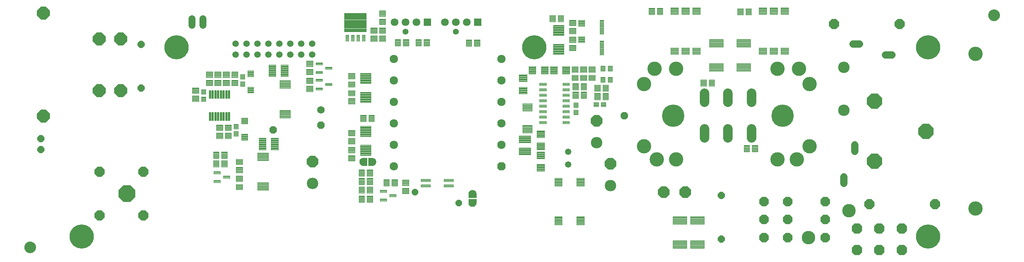
<source format=gts>
G75*
%MOIN*%
%OFA0B0*%
%FSLAX25Y25*%
%IPPOS*%
%LPD*%
%AMOC8*
5,1,8,0,0,1.08239X$1,22.5*
%
%ADD10C,0.13098*%
%ADD11C,0.00500*%
%ADD12OC8,0.09350*%
%ADD13C,0.10500*%
%ADD14C,0.06500*%
%ADD15OC8,0.06500*%
%ADD16C,0.00455*%
%ADD17C,0.00449*%
%ADD18C,0.00454*%
%ADD19OC8,0.10500*%
%ADD20C,0.00432*%
%ADD21C,0.05815*%
%ADD22OC8,0.08768*%
%ADD23C,0.07587*%
%ADD24OC8,0.07587*%
%ADD25C,0.12311*%
%ADD26OC8,0.13886*%
%ADD27OC8,0.11768*%
%ADD28C,0.20500*%
%ADD29OC8,0.09100*%
%ADD30OC8,0.15500*%
%ADD31C,0.08750*%
%ADD32C,0.00444*%
%ADD33R,0.07100X0.07100*%
%ADD34C,0.07100*%
%ADD35C,0.05421*%
%ADD36C,0.05900*%
%ADD37C,0.06406*%
%ADD38OC8,0.06996*%
%ADD39C,0.00398*%
%ADD40OC8,0.05900*%
%ADD41C,0.00487*%
%ADD42C,0.00408*%
%ADD43C,0.00493*%
%ADD44C,0.00421*%
%ADD45C,0.00100*%
%ADD46C,0.00455*%
%ADD47OC8,0.06800*%
%ADD48C,0.06800*%
%ADD49C,0.00486*%
%ADD50OC8,0.06406*%
%ADD51OC8,0.09555*%
%ADD52C,0.00551*%
%ADD53C,0.00488*%
%ADD54C,0.00349*%
%ADD55C,0.22154*%
D10*
X0631534Y0140823D03*
X0643345Y0129012D03*
X0661062Y0129012D03*
X0753581Y0129012D03*
X0771298Y0129012D03*
X0783109Y0140823D03*
X0783109Y0197909D03*
X0773266Y0211689D03*
X0753581Y0211689D03*
X0661062Y0211689D03*
X0641377Y0211689D03*
X0631534Y0197909D03*
X0934684Y0225469D03*
X0934684Y0083736D03*
D11*
X0067297Y0044473D02*
X0066680Y0045089D01*
X0066180Y0045803D01*
X0065812Y0046593D01*
X0065586Y0047435D01*
X0065510Y0048303D01*
X0065586Y0049171D01*
X0065812Y0050013D01*
X0066180Y0050803D01*
X0066680Y0051517D01*
X0067297Y0052133D01*
X0068010Y0052633D01*
X0068800Y0053002D01*
X0069642Y0053227D01*
X0070510Y0053303D01*
X0071379Y0053227D01*
X0072221Y0053002D01*
X0073010Y0052633D01*
X0073724Y0052133D01*
X0074341Y0051517D01*
X0074841Y0050803D01*
X0075209Y0050013D01*
X0075435Y0049171D01*
X0075510Y0048303D01*
X0075435Y0047435D01*
X0075209Y0046593D01*
X0074841Y0045803D01*
X0074341Y0045089D01*
X0073724Y0044473D01*
X0073010Y0043973D01*
X0072221Y0043605D01*
X0071379Y0043379D01*
X0070510Y0043303D01*
X0069642Y0043379D01*
X0068800Y0043605D01*
X0068010Y0043973D01*
X0067297Y0044473D01*
X0067303Y0044468D02*
X0073718Y0044468D01*
X0074218Y0044967D02*
X0066803Y0044967D01*
X0066417Y0045465D02*
X0074604Y0045465D01*
X0074916Y0045964D02*
X0066105Y0045964D01*
X0065873Y0046462D02*
X0075148Y0046462D01*
X0075308Y0046961D02*
X0065713Y0046961D01*
X0065584Y0047459D02*
X0075437Y0047459D01*
X0075480Y0047958D02*
X0065541Y0047958D01*
X0065524Y0048456D02*
X0075497Y0048456D01*
X0075453Y0048955D02*
X0065568Y0048955D01*
X0065662Y0049453D02*
X0075359Y0049453D01*
X0075225Y0049952D02*
X0065796Y0049952D01*
X0066016Y0050450D02*
X0075005Y0050450D01*
X0074739Y0050949D02*
X0066282Y0050949D01*
X0066632Y0051447D02*
X0074389Y0051447D01*
X0073912Y0051946D02*
X0067109Y0051946D01*
X0067741Y0052444D02*
X0073280Y0052444D01*
X0072346Y0052943D02*
X0068675Y0052943D01*
X0068017Y0043970D02*
X0073004Y0043970D01*
X0071723Y0043471D02*
X0069298Y0043471D01*
X0946705Y0260033D02*
X0946629Y0260902D01*
X0946705Y0261770D01*
X0946930Y0262612D01*
X0947298Y0263402D01*
X0947798Y0264116D01*
X0948415Y0264732D01*
X0949129Y0265232D01*
X0949919Y0265600D01*
X0950760Y0265826D01*
X0951629Y0265902D01*
X0952497Y0265826D01*
X0953339Y0265600D01*
X0954129Y0265232D01*
X0954843Y0264732D01*
X0955459Y0264116D01*
X0955959Y0263402D01*
X0956327Y0262612D01*
X0956553Y0261770D01*
X0956629Y0260902D01*
X0956553Y0260033D01*
X0956327Y0259191D01*
X0955959Y0258402D01*
X0955459Y0257688D01*
X0954843Y0257071D01*
X0954129Y0256571D01*
X0953339Y0256203D01*
X0952497Y0255978D01*
X0951629Y0255902D01*
X0950760Y0255978D01*
X0949919Y0256203D01*
X0949129Y0256571D01*
X0948415Y0257071D01*
X0947798Y0257688D01*
X0947298Y0258402D01*
X0946930Y0259191D01*
X0946705Y0260033D01*
X0946760Y0259825D02*
X0956497Y0259825D01*
X0956578Y0260324D02*
X0946679Y0260324D01*
X0946636Y0260822D02*
X0956622Y0260822D01*
X0956592Y0261321D02*
X0946665Y0261321D01*
X0946718Y0261819D02*
X0956539Y0261819D01*
X0956406Y0262318D02*
X0946851Y0262318D01*
X0947026Y0262816D02*
X0956232Y0262816D01*
X0955999Y0263315D02*
X0947258Y0263315D01*
X0947587Y0263813D02*
X0955670Y0263813D01*
X0955263Y0264312D02*
X0947995Y0264312D01*
X0948527Y0264810D02*
X0954730Y0264810D01*
X0953963Y0265309D02*
X0949294Y0265309D01*
X0950692Y0265807D02*
X0952565Y0265807D01*
X0956363Y0259327D02*
X0946894Y0259327D01*
X0947100Y0258828D02*
X0956158Y0258828D01*
X0955908Y0258330D02*
X0947349Y0258330D01*
X0947698Y0257831D02*
X0955559Y0257831D01*
X0955104Y0257333D02*
X0948153Y0257333D01*
X0948753Y0256834D02*
X0954504Y0256834D01*
X0953623Y0256336D02*
X0949634Y0256336D01*
D12*
X0865418Y0252742D03*
X0805418Y0252742D03*
X0837668Y0087742D03*
X0897668Y0087742D03*
D13*
X0814418Y0173742D03*
X0814418Y0213112D03*
X0588449Y0144242D03*
X0600949Y0104992D03*
X0328699Y0106742D03*
D14*
X0814418Y0106728D02*
X0814418Y0112728D01*
X0824418Y0136256D02*
X0824418Y0142256D01*
X0852182Y0224492D02*
X0858182Y0224492D01*
X0828654Y0234492D02*
X0822654Y0234492D01*
D15*
X0702199Y0095742D03*
X0702199Y0055742D03*
X0171918Y0194274D03*
X0171918Y0234274D03*
D16*
X0298505Y0201141D02*
X0308393Y0201141D01*
X0308393Y0194009D01*
X0298505Y0194009D01*
X0298505Y0201141D01*
X0298505Y0194463D02*
X0308393Y0194463D01*
X0308393Y0194917D02*
X0298505Y0194917D01*
X0298505Y0195371D02*
X0308393Y0195371D01*
X0308393Y0195825D02*
X0298505Y0195825D01*
X0298505Y0196279D02*
X0308393Y0196279D01*
X0308393Y0196733D02*
X0298505Y0196733D01*
X0298505Y0197187D02*
X0308393Y0197187D01*
X0308393Y0197641D02*
X0298505Y0197641D01*
X0298505Y0198095D02*
X0308393Y0198095D01*
X0308393Y0198549D02*
X0298505Y0198549D01*
X0298505Y0199003D02*
X0308393Y0199003D01*
X0308393Y0199457D02*
X0298505Y0199457D01*
X0298505Y0199911D02*
X0308393Y0199911D01*
X0308393Y0200365D02*
X0298505Y0200365D01*
X0298505Y0200819D02*
X0308393Y0200819D01*
X0308393Y0173975D02*
X0298505Y0173975D01*
X0308393Y0173975D02*
X0308393Y0166843D01*
X0298505Y0166843D01*
X0298505Y0173975D01*
X0298505Y0167297D02*
X0308393Y0167297D01*
X0308393Y0167751D02*
X0298505Y0167751D01*
X0298505Y0168205D02*
X0308393Y0168205D01*
X0308393Y0168659D02*
X0298505Y0168659D01*
X0298505Y0169113D02*
X0308393Y0169113D01*
X0308393Y0169567D02*
X0298505Y0169567D01*
X0298505Y0170021D02*
X0308393Y0170021D01*
X0308393Y0170475D02*
X0298505Y0170475D01*
X0298505Y0170929D02*
X0308393Y0170929D01*
X0308393Y0171383D02*
X0298505Y0171383D01*
X0298505Y0171837D02*
X0308393Y0171837D01*
X0308393Y0172291D02*
X0298505Y0172291D01*
X0298505Y0172745D02*
X0308393Y0172745D01*
X0308393Y0173199D02*
X0298505Y0173199D01*
X0298505Y0173653D02*
X0308393Y0173653D01*
X0288143Y0134891D02*
X0278255Y0134891D01*
X0288143Y0134891D02*
X0288143Y0127759D01*
X0278255Y0127759D01*
X0278255Y0134891D01*
X0278255Y0128213D02*
X0288143Y0128213D01*
X0288143Y0128667D02*
X0278255Y0128667D01*
X0278255Y0129121D02*
X0288143Y0129121D01*
X0288143Y0129575D02*
X0278255Y0129575D01*
X0278255Y0130029D02*
X0288143Y0130029D01*
X0288143Y0130483D02*
X0278255Y0130483D01*
X0278255Y0130937D02*
X0288143Y0130937D01*
X0288143Y0131391D02*
X0278255Y0131391D01*
X0278255Y0131845D02*
X0288143Y0131845D01*
X0288143Y0132299D02*
X0278255Y0132299D01*
X0278255Y0132753D02*
X0288143Y0132753D01*
X0288143Y0133207D02*
X0278255Y0133207D01*
X0278255Y0133661D02*
X0288143Y0133661D01*
X0288143Y0134115D02*
X0278255Y0134115D01*
X0278255Y0134569D02*
X0288143Y0134569D01*
X0288143Y0107725D02*
X0278255Y0107725D01*
X0288143Y0107725D02*
X0288143Y0100593D01*
X0278255Y0100593D01*
X0278255Y0107725D01*
X0278255Y0101047D02*
X0288143Y0101047D01*
X0288143Y0101501D02*
X0278255Y0101501D01*
X0278255Y0101955D02*
X0288143Y0101955D01*
X0288143Y0102409D02*
X0278255Y0102409D01*
X0278255Y0102863D02*
X0288143Y0102863D01*
X0288143Y0103317D02*
X0278255Y0103317D01*
X0278255Y0103771D02*
X0288143Y0103771D01*
X0288143Y0104225D02*
X0278255Y0104225D01*
X0278255Y0104679D02*
X0288143Y0104679D01*
X0288143Y0105133D02*
X0278255Y0105133D01*
X0278255Y0105587D02*
X0288143Y0105587D01*
X0288143Y0106041D02*
X0278255Y0106041D01*
X0278255Y0106495D02*
X0288143Y0106495D01*
X0288143Y0106949D02*
X0278255Y0106949D01*
X0278255Y0107403D02*
X0288143Y0107403D01*
X0529302Y0153137D02*
X0529302Y0160269D01*
X0529302Y0153137D02*
X0520596Y0153137D01*
X0520596Y0160269D01*
X0529302Y0160269D01*
X0529302Y0153591D02*
X0520596Y0153591D01*
X0520596Y0154045D02*
X0529302Y0154045D01*
X0529302Y0154499D02*
X0520596Y0154499D01*
X0520596Y0154953D02*
X0529302Y0154953D01*
X0529302Y0155407D02*
X0520596Y0155407D01*
X0520596Y0155861D02*
X0529302Y0155861D01*
X0529302Y0156315D02*
X0520596Y0156315D01*
X0520596Y0156769D02*
X0529302Y0156769D01*
X0529302Y0157223D02*
X0520596Y0157223D01*
X0520596Y0157677D02*
X0529302Y0157677D01*
X0529302Y0158131D02*
X0520596Y0158131D01*
X0520596Y0158585D02*
X0529302Y0158585D01*
X0529302Y0159039D02*
X0520596Y0159039D01*
X0520596Y0159493D02*
X0529302Y0159493D01*
X0529302Y0159947D02*
X0520596Y0159947D01*
X0529302Y0173215D02*
X0529302Y0180347D01*
X0529302Y0173215D02*
X0520596Y0173215D01*
X0520596Y0180347D01*
X0529302Y0180347D01*
X0529302Y0173669D02*
X0520596Y0173669D01*
X0520596Y0174123D02*
X0529302Y0174123D01*
X0529302Y0174577D02*
X0520596Y0174577D01*
X0520596Y0175031D02*
X0529302Y0175031D01*
X0529302Y0175485D02*
X0520596Y0175485D01*
X0520596Y0175939D02*
X0529302Y0175939D01*
X0529302Y0176393D02*
X0520596Y0176393D01*
X0520596Y0176847D02*
X0529302Y0176847D01*
X0529302Y0177301D02*
X0520596Y0177301D01*
X0520596Y0177755D02*
X0529302Y0177755D01*
X0529302Y0178209D02*
X0520596Y0178209D01*
X0520596Y0178663D02*
X0529302Y0178663D01*
X0529302Y0179117D02*
X0520596Y0179117D01*
X0520596Y0179571D02*
X0529302Y0179571D01*
X0529302Y0180025D02*
X0520596Y0180025D01*
X0691377Y0209653D02*
X0691377Y0216785D01*
X0704021Y0216785D01*
X0704021Y0209653D01*
X0691377Y0209653D01*
X0691377Y0210107D02*
X0704021Y0210107D01*
X0704021Y0210561D02*
X0691377Y0210561D01*
X0691377Y0211015D02*
X0704021Y0211015D01*
X0704021Y0211469D02*
X0691377Y0211469D01*
X0691377Y0211923D02*
X0704021Y0211923D01*
X0704021Y0212377D02*
X0691377Y0212377D01*
X0691377Y0212831D02*
X0704021Y0212831D01*
X0704021Y0213285D02*
X0691377Y0213285D01*
X0691377Y0213739D02*
X0704021Y0213739D01*
X0704021Y0214193D02*
X0691377Y0214193D01*
X0691377Y0214647D02*
X0704021Y0214647D01*
X0704021Y0215101D02*
X0691377Y0215101D01*
X0691377Y0215555D02*
X0704021Y0215555D01*
X0704021Y0216009D02*
X0691377Y0216009D01*
X0691377Y0216463D02*
X0704021Y0216463D01*
X0716377Y0216785D02*
X0716377Y0209653D01*
X0716377Y0216785D02*
X0729021Y0216785D01*
X0729021Y0209653D01*
X0716377Y0209653D01*
X0716377Y0210107D02*
X0729021Y0210107D01*
X0729021Y0210561D02*
X0716377Y0210561D01*
X0716377Y0211015D02*
X0729021Y0211015D01*
X0729021Y0211469D02*
X0716377Y0211469D01*
X0716377Y0211923D02*
X0729021Y0211923D01*
X0729021Y0212377D02*
X0716377Y0212377D01*
X0716377Y0212831D02*
X0729021Y0212831D01*
X0729021Y0213285D02*
X0716377Y0213285D01*
X0716377Y0213739D02*
X0729021Y0213739D01*
X0729021Y0214193D02*
X0716377Y0214193D01*
X0716377Y0214647D02*
X0729021Y0214647D01*
X0729021Y0215101D02*
X0716377Y0215101D01*
X0716377Y0215555D02*
X0729021Y0215555D01*
X0729021Y0216009D02*
X0716377Y0216009D01*
X0716377Y0216463D02*
X0729021Y0216463D01*
X0716377Y0231700D02*
X0716377Y0238832D01*
X0729021Y0238832D01*
X0729021Y0231700D01*
X0716377Y0231700D01*
X0716377Y0232154D02*
X0729021Y0232154D01*
X0729021Y0232608D02*
X0716377Y0232608D01*
X0716377Y0233062D02*
X0729021Y0233062D01*
X0729021Y0233516D02*
X0716377Y0233516D01*
X0716377Y0233970D02*
X0729021Y0233970D01*
X0729021Y0234424D02*
X0716377Y0234424D01*
X0716377Y0234878D02*
X0729021Y0234878D01*
X0729021Y0235332D02*
X0716377Y0235332D01*
X0716377Y0235786D02*
X0729021Y0235786D01*
X0729021Y0236240D02*
X0716377Y0236240D01*
X0716377Y0236694D02*
X0729021Y0236694D01*
X0729021Y0237148D02*
X0716377Y0237148D01*
X0716377Y0237602D02*
X0729021Y0237602D01*
X0729021Y0238056D02*
X0716377Y0238056D01*
X0716377Y0238510D02*
X0729021Y0238510D01*
X0691377Y0238832D02*
X0691377Y0231700D01*
X0691377Y0238832D02*
X0704021Y0238832D01*
X0704021Y0231700D01*
X0691377Y0231700D01*
X0691377Y0232154D02*
X0704021Y0232154D01*
X0704021Y0232608D02*
X0691377Y0232608D01*
X0691377Y0233062D02*
X0704021Y0233062D01*
X0704021Y0233516D02*
X0691377Y0233516D01*
X0691377Y0233970D02*
X0704021Y0233970D01*
X0704021Y0234424D02*
X0691377Y0234424D01*
X0691377Y0234878D02*
X0704021Y0234878D01*
X0704021Y0235332D02*
X0691377Y0235332D01*
X0691377Y0235786D02*
X0704021Y0235786D01*
X0704021Y0236240D02*
X0691377Y0236240D01*
X0691377Y0236694D02*
X0704021Y0236694D01*
X0704021Y0237148D02*
X0691377Y0237148D01*
X0691377Y0237602D02*
X0704021Y0237602D01*
X0704021Y0238056D02*
X0691377Y0238056D01*
X0691377Y0238510D02*
X0704021Y0238510D01*
X0673877Y0076582D02*
X0673877Y0069450D01*
X0673877Y0076582D02*
X0686521Y0076582D01*
X0686521Y0069450D01*
X0673877Y0069450D01*
X0673877Y0069904D02*
X0686521Y0069904D01*
X0686521Y0070358D02*
X0673877Y0070358D01*
X0673877Y0070812D02*
X0686521Y0070812D01*
X0686521Y0071266D02*
X0673877Y0071266D01*
X0673877Y0071720D02*
X0686521Y0071720D01*
X0686521Y0072174D02*
X0673877Y0072174D01*
X0673877Y0072628D02*
X0686521Y0072628D01*
X0686521Y0073082D02*
X0673877Y0073082D01*
X0673877Y0073536D02*
X0686521Y0073536D01*
X0686521Y0073990D02*
X0673877Y0073990D01*
X0673877Y0074444D02*
X0686521Y0074444D01*
X0686521Y0074898D02*
X0673877Y0074898D01*
X0673877Y0075352D02*
X0686521Y0075352D01*
X0686521Y0075806D02*
X0673877Y0075806D01*
X0673877Y0076260D02*
X0686521Y0076260D01*
X0658127Y0076582D02*
X0658127Y0069450D01*
X0658127Y0076582D02*
X0670771Y0076582D01*
X0670771Y0069450D01*
X0658127Y0069450D01*
X0658127Y0069904D02*
X0670771Y0069904D01*
X0670771Y0070358D02*
X0658127Y0070358D01*
X0658127Y0070812D02*
X0670771Y0070812D01*
X0670771Y0071266D02*
X0658127Y0071266D01*
X0658127Y0071720D02*
X0670771Y0071720D01*
X0670771Y0072174D02*
X0658127Y0072174D01*
X0658127Y0072628D02*
X0670771Y0072628D01*
X0670771Y0073082D02*
X0658127Y0073082D01*
X0658127Y0073536D02*
X0670771Y0073536D01*
X0670771Y0073990D02*
X0658127Y0073990D01*
X0658127Y0074444D02*
X0670771Y0074444D01*
X0670771Y0074898D02*
X0658127Y0074898D01*
X0658127Y0075352D02*
X0670771Y0075352D01*
X0670771Y0075806D02*
X0658127Y0075806D01*
X0658127Y0076260D02*
X0670771Y0076260D01*
X0658127Y0054535D02*
X0658127Y0047403D01*
X0658127Y0054535D02*
X0670771Y0054535D01*
X0670771Y0047403D01*
X0658127Y0047403D01*
X0658127Y0047857D02*
X0670771Y0047857D01*
X0670771Y0048311D02*
X0658127Y0048311D01*
X0658127Y0048765D02*
X0670771Y0048765D01*
X0670771Y0049219D02*
X0658127Y0049219D01*
X0658127Y0049673D02*
X0670771Y0049673D01*
X0670771Y0050127D02*
X0658127Y0050127D01*
X0658127Y0050581D02*
X0670771Y0050581D01*
X0670771Y0051035D02*
X0658127Y0051035D01*
X0658127Y0051489D02*
X0670771Y0051489D01*
X0670771Y0051943D02*
X0658127Y0051943D01*
X0658127Y0052397D02*
X0670771Y0052397D01*
X0670771Y0052851D02*
X0658127Y0052851D01*
X0658127Y0053305D02*
X0670771Y0053305D01*
X0670771Y0053759D02*
X0658127Y0053759D01*
X0658127Y0054213D02*
X0670771Y0054213D01*
X0673877Y0054535D02*
X0673877Y0047403D01*
X0673877Y0054535D02*
X0686521Y0054535D01*
X0686521Y0047403D01*
X0673877Y0047403D01*
X0673877Y0047857D02*
X0686521Y0047857D01*
X0686521Y0048311D02*
X0673877Y0048311D01*
X0673877Y0048765D02*
X0686521Y0048765D01*
X0686521Y0049219D02*
X0673877Y0049219D01*
X0673877Y0049673D02*
X0686521Y0049673D01*
X0686521Y0050127D02*
X0673877Y0050127D01*
X0673877Y0050581D02*
X0686521Y0050581D01*
X0686521Y0051035D02*
X0673877Y0051035D01*
X0673877Y0051489D02*
X0686521Y0051489D01*
X0686521Y0051943D02*
X0673877Y0051943D01*
X0673877Y0052397D02*
X0686521Y0052397D01*
X0686521Y0052851D02*
X0673877Y0052851D01*
X0673877Y0053305D02*
X0686521Y0053305D01*
X0686521Y0053759D02*
X0673877Y0053759D01*
X0673877Y0054213D02*
X0686521Y0054213D01*
D17*
X0410720Y0097417D02*
X0410720Y0102587D01*
X0416678Y0102587D01*
X0416678Y0097417D01*
X0410720Y0097417D01*
X0410720Y0097865D02*
X0416678Y0097865D01*
X0416678Y0098313D02*
X0410720Y0098313D01*
X0410720Y0098761D02*
X0416678Y0098761D01*
X0416678Y0099209D02*
X0410720Y0099209D01*
X0410720Y0099657D02*
X0416678Y0099657D01*
X0416678Y0100105D02*
X0410720Y0100105D01*
X0410720Y0100553D02*
X0416678Y0100553D01*
X0416678Y0101001D02*
X0410720Y0101001D01*
X0410720Y0101449D02*
X0416678Y0101449D01*
X0416678Y0101897D02*
X0410720Y0101897D01*
X0410720Y0102345D02*
X0416678Y0102345D01*
X0410720Y0104897D02*
X0410720Y0110067D01*
X0416678Y0110067D01*
X0416678Y0104897D01*
X0410720Y0104897D01*
X0410720Y0105345D02*
X0416678Y0105345D01*
X0416678Y0105793D02*
X0410720Y0105793D01*
X0410720Y0106241D02*
X0416678Y0106241D01*
X0416678Y0106689D02*
X0410720Y0106689D01*
X0410720Y0107137D02*
X0416678Y0107137D01*
X0416678Y0107585D02*
X0410720Y0107585D01*
X0410720Y0108033D02*
X0416678Y0108033D01*
X0416678Y0108481D02*
X0410720Y0108481D01*
X0410720Y0108929D02*
X0416678Y0108929D01*
X0416678Y0109377D02*
X0410720Y0109377D01*
X0410720Y0109825D02*
X0416678Y0109825D01*
X0406275Y0104513D02*
X0401105Y0104513D01*
X0401105Y0110471D01*
X0406275Y0110471D01*
X0406275Y0104513D01*
X0406275Y0104961D02*
X0401105Y0104961D01*
X0401105Y0105409D02*
X0406275Y0105409D01*
X0406275Y0105857D02*
X0401105Y0105857D01*
X0401105Y0106305D02*
X0406275Y0106305D01*
X0406275Y0106753D02*
X0401105Y0106753D01*
X0401105Y0107201D02*
X0406275Y0107201D01*
X0406275Y0107649D02*
X0401105Y0107649D01*
X0401105Y0108097D02*
X0406275Y0108097D01*
X0406275Y0108545D02*
X0401105Y0108545D01*
X0401105Y0108993D02*
X0406275Y0108993D01*
X0406275Y0109441D02*
X0401105Y0109441D01*
X0401105Y0109889D02*
X0406275Y0109889D01*
X0406275Y0110337D02*
X0401105Y0110337D01*
X0398794Y0104513D02*
X0393624Y0104513D01*
X0393624Y0110471D01*
X0398794Y0110471D01*
X0398794Y0104513D01*
X0398794Y0104961D02*
X0393624Y0104961D01*
X0393624Y0105409D02*
X0398794Y0105409D01*
X0398794Y0105857D02*
X0393624Y0105857D01*
X0393624Y0106305D02*
X0398794Y0106305D01*
X0398794Y0106753D02*
X0393624Y0106753D01*
X0393624Y0107201D02*
X0398794Y0107201D01*
X0398794Y0107649D02*
X0393624Y0107649D01*
X0393624Y0108097D02*
X0398794Y0108097D01*
X0398794Y0108545D02*
X0393624Y0108545D01*
X0393624Y0108993D02*
X0398794Y0108993D01*
X0398794Y0109441D02*
X0393624Y0109441D01*
X0393624Y0109889D02*
X0398794Y0109889D01*
X0398794Y0110337D02*
X0393624Y0110337D01*
X0383525Y0105763D02*
X0378355Y0105763D01*
X0378355Y0111721D01*
X0383525Y0111721D01*
X0383525Y0105763D01*
X0383525Y0106211D02*
X0378355Y0106211D01*
X0378355Y0106659D02*
X0383525Y0106659D01*
X0383525Y0107107D02*
X0378355Y0107107D01*
X0378355Y0107555D02*
X0383525Y0107555D01*
X0383525Y0108003D02*
X0378355Y0108003D01*
X0378355Y0108451D02*
X0383525Y0108451D01*
X0383525Y0108899D02*
X0378355Y0108899D01*
X0378355Y0109347D02*
X0383525Y0109347D01*
X0383525Y0109795D02*
X0378355Y0109795D01*
X0378355Y0110243D02*
X0383525Y0110243D01*
X0383525Y0110691D02*
X0378355Y0110691D01*
X0378355Y0111139D02*
X0383525Y0111139D01*
X0383525Y0111587D02*
X0378355Y0111587D01*
X0376044Y0105763D02*
X0370874Y0105763D01*
X0370874Y0111721D01*
X0376044Y0111721D01*
X0376044Y0105763D01*
X0376044Y0106211D02*
X0370874Y0106211D01*
X0370874Y0106659D02*
X0376044Y0106659D01*
X0376044Y0107107D02*
X0370874Y0107107D01*
X0370874Y0107555D02*
X0376044Y0107555D01*
X0376044Y0108003D02*
X0370874Y0108003D01*
X0370874Y0108451D02*
X0376044Y0108451D01*
X0376044Y0108899D02*
X0370874Y0108899D01*
X0370874Y0109347D02*
X0376044Y0109347D01*
X0376044Y0109795D02*
X0370874Y0109795D01*
X0370874Y0110243D02*
X0376044Y0110243D01*
X0376044Y0110691D02*
X0370874Y0110691D01*
X0370874Y0111139D02*
X0376044Y0111139D01*
X0376044Y0111587D02*
X0370874Y0111587D01*
X0370874Y0119471D02*
X0376044Y0119471D01*
X0376044Y0113513D01*
X0370874Y0113513D01*
X0370874Y0119471D01*
X0370874Y0113961D02*
X0376044Y0113961D01*
X0376044Y0114409D02*
X0370874Y0114409D01*
X0370874Y0114857D02*
X0376044Y0114857D01*
X0376044Y0115305D02*
X0370874Y0115305D01*
X0370874Y0115753D02*
X0376044Y0115753D01*
X0376044Y0116201D02*
X0370874Y0116201D01*
X0370874Y0116649D02*
X0376044Y0116649D01*
X0376044Y0117097D02*
X0370874Y0117097D01*
X0370874Y0117545D02*
X0376044Y0117545D01*
X0376044Y0117993D02*
X0370874Y0117993D01*
X0370874Y0118441D02*
X0376044Y0118441D01*
X0376044Y0118889D02*
X0370874Y0118889D01*
X0370874Y0119337D02*
X0376044Y0119337D01*
X0378355Y0119471D02*
X0383525Y0119471D01*
X0383525Y0113513D01*
X0378355Y0113513D01*
X0378355Y0119471D01*
X0378355Y0113961D02*
X0383525Y0113961D01*
X0383525Y0114409D02*
X0378355Y0114409D01*
X0378355Y0114857D02*
X0383525Y0114857D01*
X0383525Y0115305D02*
X0378355Y0115305D01*
X0378355Y0115753D02*
X0383525Y0115753D01*
X0383525Y0116201D02*
X0378355Y0116201D01*
X0378355Y0116649D02*
X0383525Y0116649D01*
X0383525Y0117097D02*
X0378355Y0117097D01*
X0378355Y0117545D02*
X0383525Y0117545D01*
X0383525Y0117993D02*
X0378355Y0117993D01*
X0378355Y0118441D02*
X0383525Y0118441D01*
X0383525Y0118889D02*
X0378355Y0118889D01*
X0378355Y0119337D02*
X0383525Y0119337D01*
X0361220Y0127417D02*
X0361220Y0132587D01*
X0367178Y0132587D01*
X0367178Y0127417D01*
X0361220Y0127417D01*
X0361220Y0127865D02*
X0367178Y0127865D01*
X0367178Y0128313D02*
X0361220Y0128313D01*
X0361220Y0128761D02*
X0367178Y0128761D01*
X0367178Y0129209D02*
X0361220Y0129209D01*
X0361220Y0129657D02*
X0367178Y0129657D01*
X0367178Y0130105D02*
X0361220Y0130105D01*
X0361220Y0130553D02*
X0367178Y0130553D01*
X0367178Y0131001D02*
X0361220Y0131001D01*
X0361220Y0131449D02*
X0367178Y0131449D01*
X0367178Y0131897D02*
X0361220Y0131897D01*
X0361220Y0132345D02*
X0367178Y0132345D01*
X0361220Y0134897D02*
X0361220Y0140067D01*
X0367178Y0140067D01*
X0367178Y0134897D01*
X0361220Y0134897D01*
X0361220Y0135345D02*
X0367178Y0135345D01*
X0367178Y0135793D02*
X0361220Y0135793D01*
X0361220Y0136241D02*
X0367178Y0136241D01*
X0367178Y0136689D02*
X0361220Y0136689D01*
X0361220Y0137137D02*
X0367178Y0137137D01*
X0367178Y0137585D02*
X0361220Y0137585D01*
X0361220Y0138033D02*
X0367178Y0138033D01*
X0367178Y0138481D02*
X0361220Y0138481D01*
X0361220Y0138929D02*
X0367178Y0138929D01*
X0367178Y0139377D02*
X0361220Y0139377D01*
X0361220Y0139825D02*
X0367178Y0139825D01*
X0361220Y0142917D02*
X0361220Y0148087D01*
X0367178Y0148087D01*
X0367178Y0142917D01*
X0361220Y0142917D01*
X0361220Y0143365D02*
X0367178Y0143365D01*
X0367178Y0143813D02*
X0361220Y0143813D01*
X0361220Y0144261D02*
X0367178Y0144261D01*
X0367178Y0144709D02*
X0361220Y0144709D01*
X0361220Y0145157D02*
X0367178Y0145157D01*
X0367178Y0145605D02*
X0361220Y0145605D01*
X0361220Y0146053D02*
X0367178Y0146053D01*
X0367178Y0146501D02*
X0361220Y0146501D01*
X0361220Y0146949D02*
X0367178Y0146949D01*
X0367178Y0147397D02*
X0361220Y0147397D01*
X0361220Y0147845D02*
X0367178Y0147845D01*
X0361220Y0150397D02*
X0361220Y0155567D01*
X0367178Y0155567D01*
X0367178Y0150397D01*
X0361220Y0150397D01*
X0361220Y0150845D02*
X0367178Y0150845D01*
X0367178Y0151293D02*
X0361220Y0151293D01*
X0361220Y0151741D02*
X0367178Y0151741D01*
X0367178Y0152189D02*
X0361220Y0152189D01*
X0361220Y0152637D02*
X0367178Y0152637D01*
X0367178Y0153085D02*
X0361220Y0153085D01*
X0361220Y0153533D02*
X0367178Y0153533D01*
X0367178Y0153981D02*
X0361220Y0153981D01*
X0361220Y0154429D02*
X0367178Y0154429D01*
X0367178Y0154877D02*
X0361220Y0154877D01*
X0361220Y0155325D02*
X0367178Y0155325D01*
X0372374Y0169471D02*
X0377544Y0169471D01*
X0377544Y0163513D01*
X0372374Y0163513D01*
X0372374Y0169471D01*
X0372374Y0163961D02*
X0377544Y0163961D01*
X0377544Y0164409D02*
X0372374Y0164409D01*
X0372374Y0164857D02*
X0377544Y0164857D01*
X0377544Y0165305D02*
X0372374Y0165305D01*
X0372374Y0165753D02*
X0377544Y0165753D01*
X0377544Y0166201D02*
X0372374Y0166201D01*
X0372374Y0166649D02*
X0377544Y0166649D01*
X0377544Y0167097D02*
X0372374Y0167097D01*
X0372374Y0167545D02*
X0377544Y0167545D01*
X0377544Y0167993D02*
X0372374Y0167993D01*
X0372374Y0168441D02*
X0377544Y0168441D01*
X0377544Y0168889D02*
X0372374Y0168889D01*
X0372374Y0169337D02*
X0377544Y0169337D01*
X0379855Y0169471D02*
X0385025Y0169471D01*
X0385025Y0163513D01*
X0379855Y0163513D01*
X0379855Y0169471D01*
X0379855Y0163961D02*
X0385025Y0163961D01*
X0385025Y0164409D02*
X0379855Y0164409D01*
X0379855Y0164857D02*
X0385025Y0164857D01*
X0385025Y0165305D02*
X0379855Y0165305D01*
X0379855Y0165753D02*
X0385025Y0165753D01*
X0385025Y0166201D02*
X0379855Y0166201D01*
X0379855Y0166649D02*
X0385025Y0166649D01*
X0385025Y0167097D02*
X0379855Y0167097D01*
X0379855Y0167545D02*
X0385025Y0167545D01*
X0385025Y0167993D02*
X0379855Y0167993D01*
X0379855Y0168441D02*
X0385025Y0168441D01*
X0385025Y0168889D02*
X0379855Y0168889D01*
X0379855Y0169337D02*
X0385025Y0169337D01*
X0367178Y0179667D02*
X0367178Y0184837D01*
X0367178Y0179667D02*
X0361220Y0179667D01*
X0361220Y0184837D01*
X0367178Y0184837D01*
X0367178Y0180115D02*
X0361220Y0180115D01*
X0361220Y0180563D02*
X0367178Y0180563D01*
X0367178Y0181011D02*
X0361220Y0181011D01*
X0361220Y0181459D02*
X0367178Y0181459D01*
X0367178Y0181907D02*
X0361220Y0181907D01*
X0361220Y0182355D02*
X0367178Y0182355D01*
X0367178Y0182803D02*
X0361220Y0182803D01*
X0361220Y0183251D02*
X0367178Y0183251D01*
X0367178Y0183699D02*
X0361220Y0183699D01*
X0361220Y0184147D02*
X0367178Y0184147D01*
X0367178Y0184595D02*
X0361220Y0184595D01*
X0367178Y0187147D02*
X0367178Y0192317D01*
X0367178Y0187147D02*
X0361220Y0187147D01*
X0361220Y0192317D01*
X0367178Y0192317D01*
X0367178Y0187595D02*
X0361220Y0187595D01*
X0361220Y0188043D02*
X0367178Y0188043D01*
X0367178Y0188491D02*
X0361220Y0188491D01*
X0361220Y0188939D02*
X0367178Y0188939D01*
X0367178Y0189387D02*
X0361220Y0189387D01*
X0361220Y0189835D02*
X0367178Y0189835D01*
X0367178Y0190283D02*
X0361220Y0190283D01*
X0361220Y0190731D02*
X0367178Y0190731D01*
X0367178Y0191179D02*
X0361220Y0191179D01*
X0361220Y0191627D02*
X0367178Y0191627D01*
X0367178Y0192075D02*
X0361220Y0192075D01*
X0367178Y0195167D02*
X0367178Y0200337D01*
X0367178Y0195167D02*
X0361220Y0195167D01*
X0361220Y0200337D01*
X0367178Y0200337D01*
X0367178Y0195615D02*
X0361220Y0195615D01*
X0361220Y0196063D02*
X0367178Y0196063D01*
X0367178Y0196511D02*
X0361220Y0196511D01*
X0361220Y0196959D02*
X0367178Y0196959D01*
X0367178Y0197407D02*
X0361220Y0197407D01*
X0361220Y0197855D02*
X0367178Y0197855D01*
X0367178Y0198303D02*
X0361220Y0198303D01*
X0361220Y0198751D02*
X0367178Y0198751D01*
X0367178Y0199199D02*
X0361220Y0199199D01*
X0361220Y0199647D02*
X0367178Y0199647D01*
X0367178Y0200095D02*
X0361220Y0200095D01*
X0367178Y0202647D02*
X0367178Y0207817D01*
X0367178Y0202647D02*
X0361220Y0202647D01*
X0361220Y0207817D01*
X0367178Y0207817D01*
X0367178Y0203095D02*
X0361220Y0203095D01*
X0361220Y0203543D02*
X0367178Y0203543D01*
X0367178Y0203991D02*
X0361220Y0203991D01*
X0361220Y0204439D02*
X0367178Y0204439D01*
X0367178Y0204887D02*
X0361220Y0204887D01*
X0361220Y0205335D02*
X0367178Y0205335D01*
X0367178Y0205783D02*
X0361220Y0205783D01*
X0361220Y0206231D02*
X0367178Y0206231D01*
X0367178Y0206679D02*
X0361220Y0206679D01*
X0361220Y0207127D02*
X0367178Y0207127D01*
X0367178Y0207575D02*
X0361220Y0207575D01*
X0328928Y0206417D02*
X0328928Y0211587D01*
X0328928Y0206417D02*
X0322970Y0206417D01*
X0322970Y0211587D01*
X0328928Y0211587D01*
X0328928Y0206865D02*
X0322970Y0206865D01*
X0322970Y0207313D02*
X0328928Y0207313D01*
X0328928Y0207761D02*
X0322970Y0207761D01*
X0322970Y0208209D02*
X0328928Y0208209D01*
X0328928Y0208657D02*
X0322970Y0208657D01*
X0322970Y0209105D02*
X0328928Y0209105D01*
X0328928Y0209553D02*
X0322970Y0209553D01*
X0322970Y0210001D02*
X0328928Y0210001D01*
X0328928Y0210449D02*
X0322970Y0210449D01*
X0322970Y0210897D02*
X0328928Y0210897D01*
X0328928Y0211345D02*
X0322970Y0211345D01*
X0328928Y0213897D02*
X0328928Y0219067D01*
X0328928Y0213897D02*
X0322970Y0213897D01*
X0322970Y0219067D01*
X0328928Y0219067D01*
X0328928Y0214345D02*
X0322970Y0214345D01*
X0322970Y0214793D02*
X0328928Y0214793D01*
X0328928Y0215241D02*
X0322970Y0215241D01*
X0322970Y0215689D02*
X0328928Y0215689D01*
X0328928Y0216137D02*
X0322970Y0216137D01*
X0322970Y0216585D02*
X0328928Y0216585D01*
X0328928Y0217033D02*
X0322970Y0217033D01*
X0322970Y0217481D02*
X0328928Y0217481D01*
X0328928Y0217929D02*
X0322970Y0217929D01*
X0322970Y0218377D02*
X0328928Y0218377D01*
X0328928Y0218825D02*
X0322970Y0218825D01*
X0328928Y0203567D02*
X0328928Y0198397D01*
X0322970Y0198397D01*
X0322970Y0203567D01*
X0328928Y0203567D01*
X0328928Y0198845D02*
X0322970Y0198845D01*
X0322970Y0199293D02*
X0328928Y0199293D01*
X0328928Y0199741D02*
X0322970Y0199741D01*
X0322970Y0200189D02*
X0328928Y0200189D01*
X0328928Y0200637D02*
X0322970Y0200637D01*
X0322970Y0201085D02*
X0328928Y0201085D01*
X0328928Y0201533D02*
X0322970Y0201533D01*
X0322970Y0201981D02*
X0328928Y0201981D01*
X0328928Y0202429D02*
X0322970Y0202429D01*
X0322970Y0202877D02*
X0328928Y0202877D01*
X0328928Y0203325D02*
X0322970Y0203325D01*
X0328928Y0196087D02*
X0328928Y0190917D01*
X0322970Y0190917D01*
X0322970Y0196087D01*
X0328928Y0196087D01*
X0328928Y0191365D02*
X0322970Y0191365D01*
X0322970Y0191813D02*
X0328928Y0191813D01*
X0328928Y0192261D02*
X0322970Y0192261D01*
X0322970Y0192709D02*
X0328928Y0192709D01*
X0328928Y0193157D02*
X0322970Y0193157D01*
X0322970Y0193605D02*
X0328928Y0193605D01*
X0328928Y0194053D02*
X0322970Y0194053D01*
X0322970Y0194501D02*
X0328928Y0194501D01*
X0328928Y0194949D02*
X0322970Y0194949D01*
X0322970Y0195397D02*
X0328928Y0195397D01*
X0328928Y0195845D02*
X0322970Y0195845D01*
X0260428Y0196417D02*
X0260428Y0201587D01*
X0260428Y0196417D02*
X0254470Y0196417D01*
X0254470Y0201587D01*
X0260428Y0201587D01*
X0260428Y0196865D02*
X0254470Y0196865D01*
X0254470Y0197313D02*
X0260428Y0197313D01*
X0260428Y0197761D02*
X0254470Y0197761D01*
X0254470Y0198209D02*
X0260428Y0198209D01*
X0260428Y0198657D02*
X0254470Y0198657D01*
X0254470Y0199105D02*
X0260428Y0199105D01*
X0260428Y0199553D02*
X0254470Y0199553D01*
X0254470Y0200001D02*
X0260428Y0200001D01*
X0260428Y0200449D02*
X0254470Y0200449D01*
X0254470Y0200897D02*
X0260428Y0200897D01*
X0260428Y0201345D02*
X0254470Y0201345D01*
X0252678Y0201587D02*
X0252678Y0196417D01*
X0246720Y0196417D01*
X0246720Y0201587D01*
X0252678Y0201587D01*
X0252678Y0196865D02*
X0246720Y0196865D01*
X0246720Y0197313D02*
X0252678Y0197313D01*
X0252678Y0197761D02*
X0246720Y0197761D01*
X0246720Y0198209D02*
X0252678Y0198209D01*
X0252678Y0198657D02*
X0246720Y0198657D01*
X0246720Y0199105D02*
X0252678Y0199105D01*
X0252678Y0199553D02*
X0246720Y0199553D01*
X0246720Y0200001D02*
X0252678Y0200001D01*
X0252678Y0200449D02*
X0246720Y0200449D01*
X0246720Y0200897D02*
X0252678Y0200897D01*
X0252678Y0201345D02*
X0246720Y0201345D01*
X0244928Y0201587D02*
X0244928Y0196417D01*
X0238970Y0196417D01*
X0238970Y0201587D01*
X0244928Y0201587D01*
X0244928Y0196865D02*
X0238970Y0196865D01*
X0238970Y0197313D02*
X0244928Y0197313D01*
X0244928Y0197761D02*
X0238970Y0197761D01*
X0238970Y0198209D02*
X0244928Y0198209D01*
X0244928Y0198657D02*
X0238970Y0198657D01*
X0238970Y0199105D02*
X0244928Y0199105D01*
X0244928Y0199553D02*
X0238970Y0199553D01*
X0238970Y0200001D02*
X0244928Y0200001D01*
X0244928Y0200449D02*
X0238970Y0200449D01*
X0238970Y0200897D02*
X0244928Y0200897D01*
X0244928Y0201345D02*
X0238970Y0201345D01*
X0237178Y0201587D02*
X0237178Y0196417D01*
X0231220Y0196417D01*
X0231220Y0201587D01*
X0237178Y0201587D01*
X0237178Y0196865D02*
X0231220Y0196865D01*
X0231220Y0197313D02*
X0237178Y0197313D01*
X0237178Y0197761D02*
X0231220Y0197761D01*
X0231220Y0198209D02*
X0237178Y0198209D01*
X0237178Y0198657D02*
X0231220Y0198657D01*
X0231220Y0199105D02*
X0237178Y0199105D01*
X0237178Y0199553D02*
X0231220Y0199553D01*
X0231220Y0200001D02*
X0237178Y0200001D01*
X0237178Y0200449D02*
X0231220Y0200449D01*
X0231220Y0200897D02*
X0237178Y0200897D01*
X0237178Y0201345D02*
X0231220Y0201345D01*
X0237178Y0203897D02*
X0237178Y0209067D01*
X0237178Y0203897D02*
X0231220Y0203897D01*
X0231220Y0209067D01*
X0237178Y0209067D01*
X0237178Y0204345D02*
X0231220Y0204345D01*
X0231220Y0204793D02*
X0237178Y0204793D01*
X0237178Y0205241D02*
X0231220Y0205241D01*
X0231220Y0205689D02*
X0237178Y0205689D01*
X0237178Y0206137D02*
X0231220Y0206137D01*
X0231220Y0206585D02*
X0237178Y0206585D01*
X0237178Y0207033D02*
X0231220Y0207033D01*
X0231220Y0207481D02*
X0237178Y0207481D01*
X0237178Y0207929D02*
X0231220Y0207929D01*
X0231220Y0208377D02*
X0237178Y0208377D01*
X0237178Y0208825D02*
X0231220Y0208825D01*
X0244928Y0209067D02*
X0244928Y0203897D01*
X0238970Y0203897D01*
X0238970Y0209067D01*
X0244928Y0209067D01*
X0244928Y0204345D02*
X0238970Y0204345D01*
X0238970Y0204793D02*
X0244928Y0204793D01*
X0244928Y0205241D02*
X0238970Y0205241D01*
X0238970Y0205689D02*
X0244928Y0205689D01*
X0244928Y0206137D02*
X0238970Y0206137D01*
X0238970Y0206585D02*
X0244928Y0206585D01*
X0244928Y0207033D02*
X0238970Y0207033D01*
X0238970Y0207481D02*
X0244928Y0207481D01*
X0244928Y0207929D02*
X0238970Y0207929D01*
X0238970Y0208377D02*
X0244928Y0208377D01*
X0244928Y0208825D02*
X0238970Y0208825D01*
X0252678Y0209067D02*
X0252678Y0203897D01*
X0246720Y0203897D01*
X0246720Y0209067D01*
X0252678Y0209067D01*
X0252678Y0204345D02*
X0246720Y0204345D01*
X0246720Y0204793D02*
X0252678Y0204793D01*
X0252678Y0205241D02*
X0246720Y0205241D01*
X0246720Y0205689D02*
X0252678Y0205689D01*
X0252678Y0206137D02*
X0246720Y0206137D01*
X0246720Y0206585D02*
X0252678Y0206585D01*
X0252678Y0207033D02*
X0246720Y0207033D01*
X0246720Y0207481D02*
X0252678Y0207481D01*
X0252678Y0207929D02*
X0246720Y0207929D01*
X0246720Y0208377D02*
X0252678Y0208377D01*
X0252678Y0208825D02*
X0246720Y0208825D01*
X0260428Y0209067D02*
X0260428Y0203897D01*
X0254470Y0203897D01*
X0254470Y0209067D01*
X0260428Y0209067D01*
X0260428Y0204345D02*
X0254470Y0204345D01*
X0254470Y0204793D02*
X0260428Y0204793D01*
X0260428Y0205241D02*
X0254470Y0205241D01*
X0254470Y0205689D02*
X0260428Y0205689D01*
X0260428Y0206137D02*
X0254470Y0206137D01*
X0254470Y0206585D02*
X0260428Y0206585D01*
X0260428Y0207033D02*
X0254470Y0207033D01*
X0254470Y0207481D02*
X0260428Y0207481D01*
X0260428Y0207929D02*
X0254470Y0207929D01*
X0254470Y0208377D02*
X0260428Y0208377D01*
X0260428Y0208825D02*
X0254470Y0208825D01*
X0224678Y0194567D02*
X0224678Y0189397D01*
X0218720Y0189397D01*
X0218720Y0194567D01*
X0224678Y0194567D01*
X0224678Y0189845D02*
X0218720Y0189845D01*
X0218720Y0190293D02*
X0224678Y0190293D01*
X0224678Y0190741D02*
X0218720Y0190741D01*
X0218720Y0191189D02*
X0224678Y0191189D01*
X0224678Y0191637D02*
X0218720Y0191637D01*
X0218720Y0192085D02*
X0224678Y0192085D01*
X0224678Y0192533D02*
X0218720Y0192533D01*
X0218720Y0192981D02*
X0224678Y0192981D01*
X0224678Y0193429D02*
X0218720Y0193429D01*
X0218720Y0193877D02*
X0224678Y0193877D01*
X0224678Y0194325D02*
X0218720Y0194325D01*
X0224678Y0187087D02*
X0224678Y0181917D01*
X0218720Y0181917D01*
X0218720Y0187087D01*
X0224678Y0187087D01*
X0224678Y0182365D02*
X0218720Y0182365D01*
X0218720Y0182813D02*
X0224678Y0182813D01*
X0224678Y0183261D02*
X0218720Y0183261D01*
X0218720Y0183709D02*
X0224678Y0183709D01*
X0224678Y0184157D02*
X0218720Y0184157D01*
X0218720Y0184605D02*
X0224678Y0184605D01*
X0224678Y0185053D02*
X0218720Y0185053D01*
X0218720Y0185501D02*
X0224678Y0185501D01*
X0224678Y0185949D02*
X0218720Y0185949D01*
X0218720Y0186397D02*
X0224678Y0186397D01*
X0224678Y0186845D02*
X0218720Y0186845D01*
X0246678Y0160567D02*
X0246678Y0155397D01*
X0240720Y0155397D01*
X0240720Y0160567D01*
X0246678Y0160567D01*
X0246678Y0155845D02*
X0240720Y0155845D01*
X0240720Y0156293D02*
X0246678Y0156293D01*
X0246678Y0156741D02*
X0240720Y0156741D01*
X0240720Y0157189D02*
X0246678Y0157189D01*
X0246678Y0157637D02*
X0240720Y0157637D01*
X0240720Y0158085D02*
X0246678Y0158085D01*
X0246678Y0158533D02*
X0240720Y0158533D01*
X0240720Y0158981D02*
X0246678Y0158981D01*
X0246678Y0159429D02*
X0240720Y0159429D01*
X0240720Y0159877D02*
X0246678Y0159877D01*
X0246678Y0160325D02*
X0240720Y0160325D01*
X0248470Y0160567D02*
X0248470Y0155397D01*
X0248470Y0160567D02*
X0254428Y0160567D01*
X0254428Y0155397D01*
X0248470Y0155397D01*
X0248470Y0155845D02*
X0254428Y0155845D01*
X0254428Y0156293D02*
X0248470Y0156293D01*
X0248470Y0156741D02*
X0254428Y0156741D01*
X0254428Y0157189D02*
X0248470Y0157189D01*
X0248470Y0157637D02*
X0254428Y0157637D01*
X0254428Y0158085D02*
X0248470Y0158085D01*
X0248470Y0158533D02*
X0254428Y0158533D01*
X0254428Y0158981D02*
X0248470Y0158981D01*
X0248470Y0159429D02*
X0254428Y0159429D01*
X0254428Y0159877D02*
X0248470Y0159877D01*
X0248470Y0160325D02*
X0254428Y0160325D01*
X0248470Y0153087D02*
X0248470Y0147917D01*
X0248470Y0153087D02*
X0254428Y0153087D01*
X0254428Y0147917D01*
X0248470Y0147917D01*
X0248470Y0148365D02*
X0254428Y0148365D01*
X0254428Y0148813D02*
X0248470Y0148813D01*
X0248470Y0149261D02*
X0254428Y0149261D01*
X0254428Y0149709D02*
X0248470Y0149709D01*
X0248470Y0150157D02*
X0254428Y0150157D01*
X0254428Y0150605D02*
X0248470Y0150605D01*
X0248470Y0151053D02*
X0254428Y0151053D01*
X0254428Y0151501D02*
X0248470Y0151501D01*
X0248470Y0151949D02*
X0254428Y0151949D01*
X0254428Y0152397D02*
X0248470Y0152397D01*
X0248470Y0152845D02*
X0254428Y0152845D01*
X0246678Y0153087D02*
X0246678Y0147917D01*
X0240720Y0147917D01*
X0240720Y0153087D01*
X0246678Y0153087D01*
X0246678Y0148365D02*
X0240720Y0148365D01*
X0240720Y0148813D02*
X0246678Y0148813D01*
X0246678Y0149261D02*
X0240720Y0149261D01*
X0240720Y0149709D02*
X0246678Y0149709D01*
X0246678Y0150157D02*
X0240720Y0150157D01*
X0240720Y0150605D02*
X0246678Y0150605D01*
X0246678Y0151053D02*
X0240720Y0151053D01*
X0240720Y0151501D02*
X0246678Y0151501D01*
X0246678Y0151949D02*
X0240720Y0151949D01*
X0240720Y0152397D02*
X0246678Y0152397D01*
X0246678Y0152845D02*
X0240720Y0152845D01*
X0243044Y0135721D02*
X0237874Y0135721D01*
X0243044Y0135721D02*
X0243044Y0129763D01*
X0237874Y0129763D01*
X0237874Y0135721D01*
X0237874Y0130211D02*
X0243044Y0130211D01*
X0243044Y0130659D02*
X0237874Y0130659D01*
X0237874Y0131107D02*
X0243044Y0131107D01*
X0243044Y0131555D02*
X0237874Y0131555D01*
X0237874Y0132003D02*
X0243044Y0132003D01*
X0243044Y0132451D02*
X0237874Y0132451D01*
X0237874Y0132899D02*
X0243044Y0132899D01*
X0243044Y0133347D02*
X0237874Y0133347D01*
X0237874Y0133795D02*
X0243044Y0133795D01*
X0243044Y0134243D02*
X0237874Y0134243D01*
X0237874Y0134691D02*
X0243044Y0134691D01*
X0243044Y0135139D02*
X0237874Y0135139D01*
X0237874Y0135587D02*
X0243044Y0135587D01*
X0245355Y0135721D02*
X0250525Y0135721D01*
X0250525Y0129763D01*
X0245355Y0129763D01*
X0245355Y0135721D01*
X0245355Y0130211D02*
X0250525Y0130211D01*
X0250525Y0130659D02*
X0245355Y0130659D01*
X0245355Y0131107D02*
X0250525Y0131107D01*
X0250525Y0131555D02*
X0245355Y0131555D01*
X0245355Y0132003D02*
X0250525Y0132003D01*
X0250525Y0132451D02*
X0245355Y0132451D01*
X0245355Y0132899D02*
X0250525Y0132899D01*
X0250525Y0133347D02*
X0245355Y0133347D01*
X0245355Y0133795D02*
X0250525Y0133795D01*
X0250525Y0134243D02*
X0245355Y0134243D01*
X0245355Y0134691D02*
X0250525Y0134691D01*
X0250525Y0135139D02*
X0245355Y0135139D01*
X0245355Y0135587D02*
X0250525Y0135587D01*
X0250525Y0122013D02*
X0245355Y0122013D01*
X0245355Y0127971D01*
X0250525Y0127971D01*
X0250525Y0122013D01*
X0250525Y0122461D02*
X0245355Y0122461D01*
X0245355Y0122909D02*
X0250525Y0122909D01*
X0250525Y0123357D02*
X0245355Y0123357D01*
X0245355Y0123805D02*
X0250525Y0123805D01*
X0250525Y0124253D02*
X0245355Y0124253D01*
X0245355Y0124701D02*
X0250525Y0124701D01*
X0250525Y0125149D02*
X0245355Y0125149D01*
X0245355Y0125597D02*
X0250525Y0125597D01*
X0250525Y0126045D02*
X0245355Y0126045D01*
X0245355Y0126493D02*
X0250525Y0126493D01*
X0250525Y0126941D02*
X0245355Y0126941D01*
X0245355Y0127389D02*
X0250525Y0127389D01*
X0250525Y0127837D02*
X0245355Y0127837D01*
X0243044Y0122013D02*
X0237874Y0122013D01*
X0237874Y0127971D01*
X0243044Y0127971D01*
X0243044Y0122013D01*
X0243044Y0122461D02*
X0237874Y0122461D01*
X0237874Y0122909D02*
X0243044Y0122909D01*
X0243044Y0123357D02*
X0237874Y0123357D01*
X0237874Y0123805D02*
X0243044Y0123805D01*
X0243044Y0124253D02*
X0237874Y0124253D01*
X0237874Y0124701D02*
X0243044Y0124701D01*
X0243044Y0125149D02*
X0237874Y0125149D01*
X0237874Y0125597D02*
X0243044Y0125597D01*
X0243044Y0126045D02*
X0237874Y0126045D01*
X0237874Y0126493D02*
X0243044Y0126493D01*
X0243044Y0126941D02*
X0237874Y0126941D01*
X0237874Y0127389D02*
X0243044Y0127389D01*
X0243044Y0127837D02*
X0237874Y0127837D01*
X0264678Y0129317D02*
X0264678Y0124147D01*
X0258720Y0124147D01*
X0258720Y0129317D01*
X0264678Y0129317D01*
X0264678Y0124595D02*
X0258720Y0124595D01*
X0258720Y0125043D02*
X0264678Y0125043D01*
X0264678Y0125491D02*
X0258720Y0125491D01*
X0258720Y0125939D02*
X0264678Y0125939D01*
X0264678Y0126387D02*
X0258720Y0126387D01*
X0258720Y0126835D02*
X0264678Y0126835D01*
X0264678Y0127283D02*
X0258720Y0127283D01*
X0258720Y0127731D02*
X0264678Y0127731D01*
X0264678Y0128179D02*
X0258720Y0128179D01*
X0258720Y0128627D02*
X0264678Y0128627D01*
X0264678Y0129075D02*
X0258720Y0129075D01*
X0264678Y0121837D02*
X0264678Y0116667D01*
X0258720Y0116667D01*
X0258720Y0121837D01*
X0264678Y0121837D01*
X0264678Y0117115D02*
X0258720Y0117115D01*
X0258720Y0117563D02*
X0264678Y0117563D01*
X0264678Y0118011D02*
X0258720Y0118011D01*
X0258720Y0118459D02*
X0264678Y0118459D01*
X0264678Y0118907D02*
X0258720Y0118907D01*
X0258720Y0119355D02*
X0264678Y0119355D01*
X0264678Y0119803D02*
X0258720Y0119803D01*
X0258720Y0120251D02*
X0264678Y0120251D01*
X0264678Y0120699D02*
X0258720Y0120699D01*
X0258720Y0121147D02*
X0264678Y0121147D01*
X0264678Y0121595D02*
X0258720Y0121595D01*
X0264678Y0113817D02*
X0264678Y0108647D01*
X0258720Y0108647D01*
X0258720Y0113817D01*
X0264678Y0113817D01*
X0264678Y0109095D02*
X0258720Y0109095D01*
X0258720Y0109543D02*
X0264678Y0109543D01*
X0264678Y0109991D02*
X0258720Y0109991D01*
X0258720Y0110439D02*
X0264678Y0110439D01*
X0264678Y0110887D02*
X0258720Y0110887D01*
X0258720Y0111335D02*
X0264678Y0111335D01*
X0264678Y0111783D02*
X0258720Y0111783D01*
X0258720Y0112231D02*
X0264678Y0112231D01*
X0264678Y0112679D02*
X0258720Y0112679D01*
X0258720Y0113127D02*
X0264678Y0113127D01*
X0264678Y0113575D02*
X0258720Y0113575D01*
X0264678Y0106337D02*
X0264678Y0101167D01*
X0258720Y0101167D01*
X0258720Y0106337D01*
X0264678Y0106337D01*
X0264678Y0101615D02*
X0258720Y0101615D01*
X0258720Y0102063D02*
X0264678Y0102063D01*
X0264678Y0102511D02*
X0258720Y0102511D01*
X0258720Y0102959D02*
X0264678Y0102959D01*
X0264678Y0103407D02*
X0258720Y0103407D01*
X0258720Y0103855D02*
X0264678Y0103855D01*
X0264678Y0104303D02*
X0258720Y0104303D01*
X0258720Y0104751D02*
X0264678Y0104751D01*
X0264678Y0105199D02*
X0258720Y0105199D01*
X0258720Y0105647D02*
X0264678Y0105647D01*
X0264678Y0106095D02*
X0258720Y0106095D01*
X0370874Y0098013D02*
X0376044Y0098013D01*
X0370874Y0098013D02*
X0370874Y0103971D01*
X0376044Y0103971D01*
X0376044Y0098013D01*
X0376044Y0098461D02*
X0370874Y0098461D01*
X0370874Y0098909D02*
X0376044Y0098909D01*
X0376044Y0099357D02*
X0370874Y0099357D01*
X0370874Y0099805D02*
X0376044Y0099805D01*
X0376044Y0100253D02*
X0370874Y0100253D01*
X0370874Y0100701D02*
X0376044Y0100701D01*
X0376044Y0101149D02*
X0370874Y0101149D01*
X0370874Y0101597D02*
X0376044Y0101597D01*
X0376044Y0102045D02*
X0370874Y0102045D01*
X0370874Y0102493D02*
X0376044Y0102493D01*
X0376044Y0102941D02*
X0370874Y0102941D01*
X0370874Y0103389D02*
X0376044Y0103389D01*
X0376044Y0103837D02*
X0370874Y0103837D01*
X0378355Y0098013D02*
X0383525Y0098013D01*
X0378355Y0098013D02*
X0378355Y0103971D01*
X0383525Y0103971D01*
X0383525Y0098013D01*
X0383525Y0098461D02*
X0378355Y0098461D01*
X0378355Y0098909D02*
X0383525Y0098909D01*
X0383525Y0099357D02*
X0378355Y0099357D01*
X0378355Y0099805D02*
X0383525Y0099805D01*
X0383525Y0100253D02*
X0378355Y0100253D01*
X0378355Y0100701D02*
X0383525Y0100701D01*
X0383525Y0101149D02*
X0378355Y0101149D01*
X0378355Y0101597D02*
X0383525Y0101597D01*
X0383525Y0102045D02*
X0378355Y0102045D01*
X0378355Y0102493D02*
X0383525Y0102493D01*
X0383525Y0102941D02*
X0378355Y0102941D01*
X0378355Y0103389D02*
X0383525Y0103389D01*
X0383525Y0103837D02*
X0378355Y0103837D01*
X0378355Y0089513D02*
X0383525Y0089513D01*
X0378355Y0089513D02*
X0378355Y0095471D01*
X0383525Y0095471D01*
X0383525Y0089513D01*
X0383525Y0089961D02*
X0378355Y0089961D01*
X0378355Y0090409D02*
X0383525Y0090409D01*
X0383525Y0090857D02*
X0378355Y0090857D01*
X0378355Y0091305D02*
X0383525Y0091305D01*
X0383525Y0091753D02*
X0378355Y0091753D01*
X0378355Y0092201D02*
X0383525Y0092201D01*
X0383525Y0092649D02*
X0378355Y0092649D01*
X0378355Y0093097D02*
X0383525Y0093097D01*
X0383525Y0093545D02*
X0378355Y0093545D01*
X0378355Y0093993D02*
X0383525Y0093993D01*
X0383525Y0094441D02*
X0378355Y0094441D01*
X0378355Y0094889D02*
X0383525Y0094889D01*
X0383525Y0095337D02*
X0378355Y0095337D01*
X0376044Y0089513D02*
X0370874Y0089513D01*
X0370874Y0095471D01*
X0376044Y0095471D01*
X0376044Y0089513D01*
X0376044Y0089961D02*
X0370874Y0089961D01*
X0370874Y0090409D02*
X0376044Y0090409D01*
X0376044Y0090857D02*
X0370874Y0090857D01*
X0370874Y0091305D02*
X0376044Y0091305D01*
X0376044Y0091753D02*
X0370874Y0091753D01*
X0370874Y0092201D02*
X0376044Y0092201D01*
X0376044Y0092649D02*
X0370874Y0092649D01*
X0370874Y0093097D02*
X0376044Y0093097D01*
X0376044Y0093545D02*
X0370874Y0093545D01*
X0370874Y0093993D02*
X0376044Y0093993D01*
X0376044Y0094441D02*
X0370874Y0094441D01*
X0370874Y0094889D02*
X0376044Y0094889D01*
X0376044Y0095337D02*
X0370874Y0095337D01*
X0586374Y0183513D02*
X0591544Y0183513D01*
X0586374Y0183513D02*
X0586374Y0189471D01*
X0591544Y0189471D01*
X0591544Y0183513D01*
X0591544Y0183961D02*
X0586374Y0183961D01*
X0586374Y0184409D02*
X0591544Y0184409D01*
X0591544Y0184857D02*
X0586374Y0184857D01*
X0586374Y0185305D02*
X0591544Y0185305D01*
X0591544Y0185753D02*
X0586374Y0185753D01*
X0586374Y0186201D02*
X0591544Y0186201D01*
X0591544Y0186649D02*
X0586374Y0186649D01*
X0586374Y0187097D02*
X0591544Y0187097D01*
X0591544Y0187545D02*
X0586374Y0187545D01*
X0586374Y0187993D02*
X0591544Y0187993D01*
X0591544Y0188441D02*
X0586374Y0188441D01*
X0586374Y0188889D02*
X0591544Y0188889D01*
X0591544Y0189337D02*
X0586374Y0189337D01*
X0579025Y0190721D02*
X0573855Y0190721D01*
X0579025Y0190721D02*
X0579025Y0184763D01*
X0573855Y0184763D01*
X0573855Y0190721D01*
X0573855Y0185211D02*
X0579025Y0185211D01*
X0579025Y0185659D02*
X0573855Y0185659D01*
X0573855Y0186107D02*
X0579025Y0186107D01*
X0579025Y0186555D02*
X0573855Y0186555D01*
X0573855Y0187003D02*
X0579025Y0187003D01*
X0579025Y0187451D02*
X0573855Y0187451D01*
X0573855Y0187899D02*
X0579025Y0187899D01*
X0579025Y0188347D02*
X0573855Y0188347D01*
X0573855Y0188795D02*
X0579025Y0188795D01*
X0579025Y0189243D02*
X0573855Y0189243D01*
X0573855Y0189691D02*
X0579025Y0189691D01*
X0579025Y0190139D02*
X0573855Y0190139D01*
X0573855Y0190587D02*
X0579025Y0190587D01*
X0579025Y0198471D02*
X0573855Y0198471D01*
X0579025Y0198471D02*
X0579025Y0192513D01*
X0573855Y0192513D01*
X0573855Y0198471D01*
X0573855Y0192961D02*
X0579025Y0192961D01*
X0579025Y0193409D02*
X0573855Y0193409D01*
X0573855Y0193857D02*
X0579025Y0193857D01*
X0579025Y0194305D02*
X0573855Y0194305D01*
X0573855Y0194753D02*
X0579025Y0194753D01*
X0579025Y0195201D02*
X0573855Y0195201D01*
X0573855Y0195649D02*
X0579025Y0195649D01*
X0579025Y0196097D02*
X0573855Y0196097D01*
X0573855Y0196545D02*
X0579025Y0196545D01*
X0579025Y0196993D02*
X0573855Y0196993D01*
X0573855Y0197441D02*
X0579025Y0197441D01*
X0579025Y0197889D02*
X0573855Y0197889D01*
X0573855Y0198337D02*
X0579025Y0198337D01*
X0571544Y0198471D02*
X0566374Y0198471D01*
X0571544Y0198471D02*
X0571544Y0192513D01*
X0566374Y0192513D01*
X0566374Y0198471D01*
X0566374Y0192961D02*
X0571544Y0192961D01*
X0571544Y0193409D02*
X0566374Y0193409D01*
X0566374Y0193857D02*
X0571544Y0193857D01*
X0571544Y0194305D02*
X0566374Y0194305D01*
X0566374Y0194753D02*
X0571544Y0194753D01*
X0571544Y0195201D02*
X0566374Y0195201D01*
X0566374Y0195649D02*
X0571544Y0195649D01*
X0571544Y0196097D02*
X0566374Y0196097D01*
X0566374Y0196545D02*
X0571544Y0196545D01*
X0571544Y0196993D02*
X0566374Y0196993D01*
X0566374Y0197441D02*
X0571544Y0197441D01*
X0571544Y0197889D02*
X0566374Y0197889D01*
X0566374Y0198337D02*
X0571544Y0198337D01*
X0571428Y0201167D02*
X0571428Y0206337D01*
X0571428Y0201167D02*
X0565470Y0201167D01*
X0565470Y0206337D01*
X0571428Y0206337D01*
X0571428Y0201615D02*
X0565470Y0201615D01*
X0565470Y0202063D02*
X0571428Y0202063D01*
X0571428Y0202511D02*
X0565470Y0202511D01*
X0565470Y0202959D02*
X0571428Y0202959D01*
X0571428Y0203407D02*
X0565470Y0203407D01*
X0565470Y0203855D02*
X0571428Y0203855D01*
X0571428Y0204303D02*
X0565470Y0204303D01*
X0565470Y0204751D02*
X0571428Y0204751D01*
X0571428Y0205199D02*
X0565470Y0205199D01*
X0565470Y0205647D02*
X0571428Y0205647D01*
X0571428Y0206095D02*
X0565470Y0206095D01*
X0579178Y0206337D02*
X0579178Y0201167D01*
X0573220Y0201167D01*
X0573220Y0206337D01*
X0579178Y0206337D01*
X0579178Y0201615D02*
X0573220Y0201615D01*
X0573220Y0202063D02*
X0579178Y0202063D01*
X0579178Y0202511D02*
X0573220Y0202511D01*
X0573220Y0202959D02*
X0579178Y0202959D01*
X0579178Y0203407D02*
X0573220Y0203407D01*
X0573220Y0203855D02*
X0579178Y0203855D01*
X0579178Y0204303D02*
X0573220Y0204303D01*
X0573220Y0204751D02*
X0579178Y0204751D01*
X0579178Y0205199D02*
X0573220Y0205199D01*
X0573220Y0205647D02*
X0579178Y0205647D01*
X0579178Y0206095D02*
X0573220Y0206095D01*
X0586928Y0206337D02*
X0586928Y0201167D01*
X0580970Y0201167D01*
X0580970Y0206337D01*
X0586928Y0206337D01*
X0586928Y0201615D02*
X0580970Y0201615D01*
X0580970Y0202063D02*
X0586928Y0202063D01*
X0586928Y0202511D02*
X0580970Y0202511D01*
X0580970Y0202959D02*
X0586928Y0202959D01*
X0586928Y0203407D02*
X0580970Y0203407D01*
X0580970Y0203855D02*
X0586928Y0203855D01*
X0586928Y0204303D02*
X0580970Y0204303D01*
X0580970Y0204751D02*
X0586928Y0204751D01*
X0586928Y0205199D02*
X0580970Y0205199D01*
X0580970Y0205647D02*
X0586928Y0205647D01*
X0586928Y0206095D02*
X0580970Y0206095D01*
X0586928Y0208647D02*
X0586928Y0213817D01*
X0586928Y0208647D02*
X0580970Y0208647D01*
X0580970Y0213817D01*
X0586928Y0213817D01*
X0586928Y0209095D02*
X0580970Y0209095D01*
X0580970Y0209543D02*
X0586928Y0209543D01*
X0586928Y0209991D02*
X0580970Y0209991D01*
X0580970Y0210439D02*
X0586928Y0210439D01*
X0586928Y0210887D02*
X0580970Y0210887D01*
X0580970Y0211335D02*
X0586928Y0211335D01*
X0586928Y0211783D02*
X0580970Y0211783D01*
X0580970Y0212231D02*
X0586928Y0212231D01*
X0586928Y0212679D02*
X0580970Y0212679D01*
X0580970Y0213127D02*
X0586928Y0213127D01*
X0586928Y0213575D02*
X0580970Y0213575D01*
X0579178Y0213817D02*
X0579178Y0208647D01*
X0573220Y0208647D01*
X0573220Y0213817D01*
X0579178Y0213817D01*
X0579178Y0209095D02*
X0573220Y0209095D01*
X0573220Y0209543D02*
X0579178Y0209543D01*
X0579178Y0209991D02*
X0573220Y0209991D01*
X0573220Y0210439D02*
X0579178Y0210439D01*
X0579178Y0210887D02*
X0573220Y0210887D01*
X0573220Y0211335D02*
X0579178Y0211335D01*
X0579178Y0211783D02*
X0573220Y0211783D01*
X0573220Y0212231D02*
X0579178Y0212231D01*
X0579178Y0212679D02*
X0573220Y0212679D01*
X0573220Y0213127D02*
X0579178Y0213127D01*
X0579178Y0213575D02*
X0573220Y0213575D01*
X0571428Y0213817D02*
X0571428Y0208647D01*
X0565470Y0208647D01*
X0565470Y0213817D01*
X0571428Y0213817D01*
X0571428Y0209095D02*
X0565470Y0209095D01*
X0565470Y0209543D02*
X0571428Y0209543D01*
X0571428Y0209991D02*
X0565470Y0209991D01*
X0565470Y0210439D02*
X0571428Y0210439D01*
X0571428Y0210887D02*
X0565470Y0210887D01*
X0565470Y0211335D02*
X0571428Y0211335D01*
X0571428Y0211783D02*
X0565470Y0211783D01*
X0565470Y0212231D02*
X0571428Y0212231D01*
X0571428Y0212679D02*
X0565470Y0212679D01*
X0565470Y0213127D02*
X0571428Y0213127D01*
X0571428Y0213575D02*
X0565470Y0213575D01*
X0563220Y0228417D02*
X0563220Y0233587D01*
X0569178Y0233587D01*
X0569178Y0228417D01*
X0563220Y0228417D01*
X0563220Y0228865D02*
X0569178Y0228865D01*
X0569178Y0229313D02*
X0563220Y0229313D01*
X0563220Y0229761D02*
X0569178Y0229761D01*
X0569178Y0230209D02*
X0563220Y0230209D01*
X0563220Y0230657D02*
X0569178Y0230657D01*
X0569178Y0231105D02*
X0563220Y0231105D01*
X0563220Y0231553D02*
X0569178Y0231553D01*
X0569178Y0232001D02*
X0563220Y0232001D01*
X0563220Y0232449D02*
X0569178Y0232449D01*
X0569178Y0232897D02*
X0563220Y0232897D01*
X0563220Y0233345D02*
X0569178Y0233345D01*
X0563220Y0235897D02*
X0563220Y0241067D01*
X0569178Y0241067D01*
X0569178Y0235897D01*
X0563220Y0235897D01*
X0563220Y0236345D02*
X0569178Y0236345D01*
X0569178Y0236793D02*
X0563220Y0236793D01*
X0563220Y0237241D02*
X0569178Y0237241D01*
X0569178Y0237689D02*
X0563220Y0237689D01*
X0563220Y0238137D02*
X0569178Y0238137D01*
X0569178Y0238585D02*
X0563220Y0238585D01*
X0563220Y0239033D02*
X0569178Y0239033D01*
X0569178Y0239481D02*
X0563220Y0239481D01*
X0563220Y0239929D02*
X0569178Y0239929D01*
X0569178Y0240377D02*
X0563220Y0240377D01*
X0563220Y0240825D02*
X0569178Y0240825D01*
X0563220Y0243917D02*
X0563220Y0249087D01*
X0569178Y0249087D01*
X0569178Y0243917D01*
X0563220Y0243917D01*
X0563220Y0244365D02*
X0569178Y0244365D01*
X0569178Y0244813D02*
X0563220Y0244813D01*
X0563220Y0245261D02*
X0569178Y0245261D01*
X0569178Y0245709D02*
X0563220Y0245709D01*
X0563220Y0246157D02*
X0569178Y0246157D01*
X0569178Y0246605D02*
X0563220Y0246605D01*
X0563220Y0247053D02*
X0569178Y0247053D01*
X0569178Y0247501D02*
X0563220Y0247501D01*
X0563220Y0247949D02*
X0569178Y0247949D01*
X0569178Y0248397D02*
X0563220Y0248397D01*
X0563220Y0248845D02*
X0569178Y0248845D01*
X0563220Y0251397D02*
X0563220Y0256567D01*
X0569178Y0256567D01*
X0569178Y0251397D01*
X0563220Y0251397D01*
X0563220Y0251845D02*
X0569178Y0251845D01*
X0569178Y0252293D02*
X0563220Y0252293D01*
X0563220Y0252741D02*
X0569178Y0252741D01*
X0569178Y0253189D02*
X0563220Y0253189D01*
X0563220Y0253637D02*
X0569178Y0253637D01*
X0569178Y0254085D02*
X0563220Y0254085D01*
X0563220Y0254533D02*
X0569178Y0254533D01*
X0569178Y0254981D02*
X0563220Y0254981D01*
X0563220Y0255429D02*
X0569178Y0255429D01*
X0569178Y0255877D02*
X0563220Y0255877D01*
X0563220Y0256325D02*
X0569178Y0256325D01*
X0558025Y0255013D02*
X0552855Y0255013D01*
X0552855Y0260971D01*
X0558025Y0260971D01*
X0558025Y0255013D01*
X0558025Y0255461D02*
X0552855Y0255461D01*
X0552855Y0255909D02*
X0558025Y0255909D01*
X0558025Y0256357D02*
X0552855Y0256357D01*
X0552855Y0256805D02*
X0558025Y0256805D01*
X0558025Y0257253D02*
X0552855Y0257253D01*
X0552855Y0257701D02*
X0558025Y0257701D01*
X0558025Y0258149D02*
X0552855Y0258149D01*
X0552855Y0258597D02*
X0558025Y0258597D01*
X0558025Y0259045D02*
X0552855Y0259045D01*
X0552855Y0259493D02*
X0558025Y0259493D01*
X0558025Y0259941D02*
X0552855Y0259941D01*
X0552855Y0260389D02*
X0558025Y0260389D01*
X0558025Y0260837D02*
X0552855Y0260837D01*
X0550544Y0255013D02*
X0545374Y0255013D01*
X0545374Y0260971D01*
X0550544Y0260971D01*
X0550544Y0255013D01*
X0550544Y0255461D02*
X0545374Y0255461D01*
X0545374Y0255909D02*
X0550544Y0255909D01*
X0550544Y0256357D02*
X0545374Y0256357D01*
X0545374Y0256805D02*
X0550544Y0256805D01*
X0550544Y0257253D02*
X0545374Y0257253D01*
X0545374Y0257701D02*
X0550544Y0257701D01*
X0550544Y0258149D02*
X0545374Y0258149D01*
X0545374Y0258597D02*
X0550544Y0258597D01*
X0550544Y0259045D02*
X0545374Y0259045D01*
X0545374Y0259493D02*
X0550544Y0259493D01*
X0550544Y0259941D02*
X0545374Y0259941D01*
X0545374Y0260389D02*
X0550544Y0260389D01*
X0550544Y0260837D02*
X0545374Y0260837D01*
X0481525Y0232513D02*
X0476355Y0232513D01*
X0476355Y0238471D01*
X0481525Y0238471D01*
X0481525Y0232513D01*
X0481525Y0232961D02*
X0476355Y0232961D01*
X0476355Y0233409D02*
X0481525Y0233409D01*
X0481525Y0233857D02*
X0476355Y0233857D01*
X0476355Y0234305D02*
X0481525Y0234305D01*
X0481525Y0234753D02*
X0476355Y0234753D01*
X0476355Y0235201D02*
X0481525Y0235201D01*
X0481525Y0235649D02*
X0476355Y0235649D01*
X0476355Y0236097D02*
X0481525Y0236097D01*
X0481525Y0236545D02*
X0476355Y0236545D01*
X0476355Y0236993D02*
X0481525Y0236993D01*
X0481525Y0237441D02*
X0476355Y0237441D01*
X0476355Y0237889D02*
X0481525Y0237889D01*
X0481525Y0238337D02*
X0476355Y0238337D01*
X0474044Y0232513D02*
X0468874Y0232513D01*
X0468874Y0238471D01*
X0474044Y0238471D01*
X0474044Y0232513D01*
X0474044Y0232961D02*
X0468874Y0232961D01*
X0468874Y0233409D02*
X0474044Y0233409D01*
X0474044Y0233857D02*
X0468874Y0233857D01*
X0468874Y0234305D02*
X0474044Y0234305D01*
X0474044Y0234753D02*
X0468874Y0234753D01*
X0468874Y0235201D02*
X0474044Y0235201D01*
X0474044Y0235649D02*
X0468874Y0235649D01*
X0468874Y0236097D02*
X0474044Y0236097D01*
X0474044Y0236545D02*
X0468874Y0236545D01*
X0468874Y0236993D02*
X0474044Y0236993D01*
X0474044Y0237441D02*
X0468874Y0237441D01*
X0468874Y0237889D02*
X0474044Y0237889D01*
X0474044Y0238337D02*
X0468874Y0238337D01*
X0435525Y0232763D02*
X0430355Y0232763D01*
X0430355Y0238721D01*
X0435525Y0238721D01*
X0435525Y0232763D01*
X0435525Y0233211D02*
X0430355Y0233211D01*
X0430355Y0233659D02*
X0435525Y0233659D01*
X0435525Y0234107D02*
X0430355Y0234107D01*
X0430355Y0234555D02*
X0435525Y0234555D01*
X0435525Y0235003D02*
X0430355Y0235003D01*
X0430355Y0235451D02*
X0435525Y0235451D01*
X0435525Y0235899D02*
X0430355Y0235899D01*
X0430355Y0236347D02*
X0435525Y0236347D01*
X0435525Y0236795D02*
X0430355Y0236795D01*
X0430355Y0237243D02*
X0435525Y0237243D01*
X0435525Y0237691D02*
X0430355Y0237691D01*
X0430355Y0238139D02*
X0435525Y0238139D01*
X0435525Y0238587D02*
X0430355Y0238587D01*
X0428044Y0232763D02*
X0422874Y0232763D01*
X0422874Y0238721D01*
X0428044Y0238721D01*
X0428044Y0232763D01*
X0428044Y0233211D02*
X0422874Y0233211D01*
X0422874Y0233659D02*
X0428044Y0233659D01*
X0428044Y0234107D02*
X0422874Y0234107D01*
X0422874Y0234555D02*
X0428044Y0234555D01*
X0428044Y0235003D02*
X0422874Y0235003D01*
X0422874Y0235451D02*
X0428044Y0235451D01*
X0428044Y0235899D02*
X0422874Y0235899D01*
X0422874Y0236347D02*
X0428044Y0236347D01*
X0428044Y0236795D02*
X0422874Y0236795D01*
X0422874Y0237243D02*
X0428044Y0237243D01*
X0428044Y0237691D02*
X0422874Y0237691D01*
X0422874Y0238139D02*
X0428044Y0238139D01*
X0428044Y0238587D02*
X0422874Y0238587D01*
X0416525Y0232763D02*
X0411355Y0232763D01*
X0411355Y0238721D01*
X0416525Y0238721D01*
X0416525Y0232763D01*
X0416525Y0233211D02*
X0411355Y0233211D01*
X0411355Y0233659D02*
X0416525Y0233659D01*
X0416525Y0234107D02*
X0411355Y0234107D01*
X0411355Y0234555D02*
X0416525Y0234555D01*
X0416525Y0235003D02*
X0411355Y0235003D01*
X0411355Y0235451D02*
X0416525Y0235451D01*
X0416525Y0235899D02*
X0411355Y0235899D01*
X0411355Y0236347D02*
X0416525Y0236347D01*
X0416525Y0236795D02*
X0411355Y0236795D01*
X0411355Y0237243D02*
X0416525Y0237243D01*
X0416525Y0237691D02*
X0411355Y0237691D01*
X0411355Y0238139D02*
X0416525Y0238139D01*
X0416525Y0238587D02*
X0411355Y0238587D01*
X0409044Y0232763D02*
X0403874Y0232763D01*
X0403874Y0238721D01*
X0409044Y0238721D01*
X0409044Y0232763D01*
X0409044Y0233211D02*
X0403874Y0233211D01*
X0403874Y0233659D02*
X0409044Y0233659D01*
X0409044Y0234107D02*
X0403874Y0234107D01*
X0403874Y0234555D02*
X0409044Y0234555D01*
X0409044Y0235003D02*
X0403874Y0235003D01*
X0403874Y0235451D02*
X0409044Y0235451D01*
X0409044Y0235899D02*
X0403874Y0235899D01*
X0403874Y0236347D02*
X0409044Y0236347D01*
X0409044Y0236795D02*
X0403874Y0236795D01*
X0403874Y0237243D02*
X0409044Y0237243D01*
X0409044Y0237691D02*
X0403874Y0237691D01*
X0403874Y0238139D02*
X0409044Y0238139D01*
X0409044Y0238587D02*
X0403874Y0238587D01*
X0389470Y0236917D02*
X0389470Y0242087D01*
X0395428Y0242087D01*
X0395428Y0236917D01*
X0389470Y0236917D01*
X0389470Y0237365D02*
X0395428Y0237365D01*
X0395428Y0237813D02*
X0389470Y0237813D01*
X0389470Y0238261D02*
X0395428Y0238261D01*
X0395428Y0238709D02*
X0389470Y0238709D01*
X0389470Y0239157D02*
X0395428Y0239157D01*
X0395428Y0239605D02*
X0389470Y0239605D01*
X0389470Y0240053D02*
X0395428Y0240053D01*
X0395428Y0240501D02*
X0389470Y0240501D01*
X0389470Y0240949D02*
X0395428Y0240949D01*
X0395428Y0241397D02*
X0389470Y0241397D01*
X0389470Y0241845D02*
X0395428Y0241845D01*
X0381720Y0242087D02*
X0381720Y0236917D01*
X0381720Y0242087D02*
X0387678Y0242087D01*
X0387678Y0236917D01*
X0381720Y0236917D01*
X0381720Y0237365D02*
X0387678Y0237365D01*
X0387678Y0237813D02*
X0381720Y0237813D01*
X0381720Y0238261D02*
X0387678Y0238261D01*
X0387678Y0238709D02*
X0381720Y0238709D01*
X0381720Y0239157D02*
X0387678Y0239157D01*
X0387678Y0239605D02*
X0381720Y0239605D01*
X0381720Y0240053D02*
X0387678Y0240053D01*
X0387678Y0240501D02*
X0381720Y0240501D01*
X0381720Y0240949D02*
X0387678Y0240949D01*
X0387678Y0241397D02*
X0381720Y0241397D01*
X0381720Y0241845D02*
X0387678Y0241845D01*
X0381720Y0244397D02*
X0381720Y0249567D01*
X0387678Y0249567D01*
X0387678Y0244397D01*
X0381720Y0244397D01*
X0381720Y0244845D02*
X0387678Y0244845D01*
X0387678Y0245293D02*
X0381720Y0245293D01*
X0381720Y0245741D02*
X0387678Y0245741D01*
X0387678Y0246189D02*
X0381720Y0246189D01*
X0381720Y0246637D02*
X0387678Y0246637D01*
X0387678Y0247085D02*
X0381720Y0247085D01*
X0381720Y0247533D02*
X0387678Y0247533D01*
X0387678Y0247981D02*
X0381720Y0247981D01*
X0381720Y0248429D02*
X0387678Y0248429D01*
X0387678Y0248877D02*
X0381720Y0248877D01*
X0381720Y0249325D02*
X0387678Y0249325D01*
X0389470Y0249567D02*
X0389470Y0244397D01*
X0389470Y0249567D02*
X0395428Y0249567D01*
X0395428Y0244397D01*
X0389470Y0244397D01*
X0389470Y0244845D02*
X0395428Y0244845D01*
X0395428Y0245293D02*
X0389470Y0245293D01*
X0389470Y0245741D02*
X0395428Y0245741D01*
X0395428Y0246189D02*
X0389470Y0246189D01*
X0389470Y0246637D02*
X0395428Y0246637D01*
X0395428Y0247085D02*
X0389470Y0247085D01*
X0389470Y0247533D02*
X0395428Y0247533D01*
X0395428Y0247981D02*
X0389470Y0247981D01*
X0389470Y0248429D02*
X0395428Y0248429D01*
X0395428Y0248877D02*
X0389470Y0248877D01*
X0389470Y0249325D02*
X0395428Y0249325D01*
X0395428Y0252417D02*
X0395428Y0257587D01*
X0395428Y0252417D02*
X0389470Y0252417D01*
X0389470Y0257587D01*
X0395428Y0257587D01*
X0395428Y0252865D02*
X0389470Y0252865D01*
X0389470Y0253313D02*
X0395428Y0253313D01*
X0395428Y0253761D02*
X0389470Y0253761D01*
X0389470Y0254209D02*
X0395428Y0254209D01*
X0395428Y0254657D02*
X0389470Y0254657D01*
X0389470Y0255105D02*
X0395428Y0255105D01*
X0395428Y0255553D02*
X0389470Y0255553D01*
X0389470Y0256001D02*
X0395428Y0256001D01*
X0395428Y0256449D02*
X0389470Y0256449D01*
X0389470Y0256897D02*
X0395428Y0256897D01*
X0395428Y0257345D02*
X0389470Y0257345D01*
X0395428Y0259897D02*
X0395428Y0265067D01*
X0395428Y0259897D02*
X0389470Y0259897D01*
X0389470Y0265067D01*
X0395428Y0265067D01*
X0395428Y0260345D02*
X0389470Y0260345D01*
X0389470Y0260793D02*
X0395428Y0260793D01*
X0395428Y0261241D02*
X0389470Y0261241D01*
X0389470Y0261689D02*
X0395428Y0261689D01*
X0395428Y0262137D02*
X0389470Y0262137D01*
X0389470Y0262585D02*
X0395428Y0262585D01*
X0395428Y0263033D02*
X0389470Y0263033D01*
X0389470Y0263481D02*
X0395428Y0263481D01*
X0395428Y0263929D02*
X0389470Y0263929D01*
X0389470Y0264377D02*
X0395428Y0264377D01*
X0395428Y0264825D02*
X0389470Y0264825D01*
X0586374Y0197221D02*
X0591544Y0197221D01*
X0591544Y0191263D01*
X0586374Y0191263D01*
X0586374Y0197221D01*
X0586374Y0191711D02*
X0591544Y0191711D01*
X0591544Y0192159D02*
X0586374Y0192159D01*
X0586374Y0192607D02*
X0591544Y0192607D01*
X0591544Y0193055D02*
X0586374Y0193055D01*
X0586374Y0193503D02*
X0591544Y0193503D01*
X0591544Y0193951D02*
X0586374Y0193951D01*
X0586374Y0194399D02*
X0591544Y0194399D01*
X0591544Y0194847D02*
X0586374Y0194847D01*
X0586374Y0195295D02*
X0591544Y0195295D01*
X0591544Y0195743D02*
X0586374Y0195743D01*
X0586374Y0196191D02*
X0591544Y0196191D01*
X0591544Y0196639D02*
X0586374Y0196639D01*
X0586374Y0197087D02*
X0591544Y0197087D01*
X0593855Y0197221D02*
X0599025Y0197221D01*
X0599025Y0191263D01*
X0593855Y0191263D01*
X0593855Y0197221D01*
X0593855Y0191711D02*
X0599025Y0191711D01*
X0599025Y0192159D02*
X0593855Y0192159D01*
X0593855Y0192607D02*
X0599025Y0192607D01*
X0599025Y0193055D02*
X0593855Y0193055D01*
X0593855Y0193503D02*
X0599025Y0193503D01*
X0599025Y0193951D02*
X0593855Y0193951D01*
X0593855Y0194399D02*
X0599025Y0194399D01*
X0599025Y0194847D02*
X0593855Y0194847D01*
X0593855Y0195295D02*
X0599025Y0195295D01*
X0599025Y0195743D02*
X0593855Y0195743D01*
X0593855Y0196191D02*
X0599025Y0196191D01*
X0599025Y0196639D02*
X0593855Y0196639D01*
X0593855Y0197087D02*
X0599025Y0197087D01*
X0571544Y0190721D02*
X0566374Y0190721D01*
X0571544Y0190721D02*
X0571544Y0184763D01*
X0566374Y0184763D01*
X0566374Y0190721D01*
X0566374Y0185211D02*
X0571544Y0185211D01*
X0571544Y0185659D02*
X0566374Y0185659D01*
X0566374Y0186107D02*
X0571544Y0186107D01*
X0571544Y0186555D02*
X0566374Y0186555D01*
X0566374Y0187003D02*
X0571544Y0187003D01*
X0571544Y0187451D02*
X0566374Y0187451D01*
X0566374Y0187899D02*
X0571544Y0187899D01*
X0571544Y0188347D02*
X0566374Y0188347D01*
X0566374Y0188795D02*
X0571544Y0188795D01*
X0571544Y0189243D02*
X0566374Y0189243D01*
X0566374Y0189691D02*
X0571544Y0189691D01*
X0571544Y0190139D02*
X0566374Y0190139D01*
X0566374Y0190587D02*
X0571544Y0190587D01*
X0593855Y0183513D02*
X0599025Y0183513D01*
X0593855Y0183513D02*
X0593855Y0189471D01*
X0599025Y0189471D01*
X0599025Y0183513D01*
X0599025Y0183961D02*
X0593855Y0183961D01*
X0593855Y0184409D02*
X0599025Y0184409D01*
X0599025Y0184857D02*
X0593855Y0184857D01*
X0593855Y0185305D02*
X0599025Y0185305D01*
X0599025Y0185753D02*
X0593855Y0185753D01*
X0593855Y0186201D02*
X0599025Y0186201D01*
X0599025Y0186649D02*
X0593855Y0186649D01*
X0593855Y0187097D02*
X0599025Y0187097D01*
X0599025Y0187545D02*
X0593855Y0187545D01*
X0593855Y0187993D02*
X0599025Y0187993D01*
X0599025Y0188441D02*
X0593855Y0188441D01*
X0593855Y0188889D02*
X0599025Y0188889D01*
X0599025Y0189337D02*
X0593855Y0189337D01*
X0683374Y0196013D02*
X0688544Y0196013D01*
X0683374Y0196013D02*
X0683374Y0201971D01*
X0688544Y0201971D01*
X0688544Y0196013D01*
X0688544Y0196461D02*
X0683374Y0196461D01*
X0683374Y0196909D02*
X0688544Y0196909D01*
X0688544Y0197357D02*
X0683374Y0197357D01*
X0683374Y0197805D02*
X0688544Y0197805D01*
X0688544Y0198253D02*
X0683374Y0198253D01*
X0683374Y0198701D02*
X0688544Y0198701D01*
X0688544Y0199149D02*
X0683374Y0199149D01*
X0683374Y0199597D02*
X0688544Y0199597D01*
X0688544Y0200045D02*
X0683374Y0200045D01*
X0683374Y0200493D02*
X0688544Y0200493D01*
X0688544Y0200941D02*
X0683374Y0200941D01*
X0683374Y0201389D02*
X0688544Y0201389D01*
X0688544Y0201837D02*
X0683374Y0201837D01*
X0690855Y0196013D02*
X0696025Y0196013D01*
X0690855Y0196013D02*
X0690855Y0201971D01*
X0696025Y0201971D01*
X0696025Y0196013D01*
X0696025Y0196461D02*
X0690855Y0196461D01*
X0690855Y0196909D02*
X0696025Y0196909D01*
X0696025Y0197357D02*
X0690855Y0197357D01*
X0690855Y0197805D02*
X0696025Y0197805D01*
X0696025Y0198253D02*
X0690855Y0198253D01*
X0690855Y0198701D02*
X0696025Y0198701D01*
X0696025Y0199149D02*
X0690855Y0199149D01*
X0690855Y0199597D02*
X0696025Y0199597D01*
X0696025Y0200045D02*
X0690855Y0200045D01*
X0690855Y0200493D02*
X0696025Y0200493D01*
X0696025Y0200941D02*
X0690855Y0200941D01*
X0690855Y0201389D02*
X0696025Y0201389D01*
X0696025Y0201837D02*
X0690855Y0201837D01*
X0717124Y0267221D02*
X0722294Y0267221D01*
X0722294Y0261263D01*
X0717124Y0261263D01*
X0717124Y0267221D01*
X0717124Y0261711D02*
X0722294Y0261711D01*
X0722294Y0262159D02*
X0717124Y0262159D01*
X0717124Y0262607D02*
X0722294Y0262607D01*
X0722294Y0263055D02*
X0717124Y0263055D01*
X0717124Y0263503D02*
X0722294Y0263503D01*
X0722294Y0263951D02*
X0717124Y0263951D01*
X0717124Y0264399D02*
X0722294Y0264399D01*
X0722294Y0264847D02*
X0717124Y0264847D01*
X0717124Y0265295D02*
X0722294Y0265295D01*
X0722294Y0265743D02*
X0717124Y0265743D01*
X0717124Y0266191D02*
X0722294Y0266191D01*
X0722294Y0266639D02*
X0717124Y0266639D01*
X0717124Y0267087D02*
X0722294Y0267087D01*
X0724605Y0267221D02*
X0729775Y0267221D01*
X0729775Y0261263D01*
X0724605Y0261263D01*
X0724605Y0267221D01*
X0724605Y0261711D02*
X0729775Y0261711D01*
X0729775Y0262159D02*
X0724605Y0262159D01*
X0724605Y0262607D02*
X0729775Y0262607D01*
X0729775Y0263055D02*
X0724605Y0263055D01*
X0724605Y0263503D02*
X0729775Y0263503D01*
X0729775Y0263951D02*
X0724605Y0263951D01*
X0724605Y0264399D02*
X0729775Y0264399D01*
X0729775Y0264847D02*
X0724605Y0264847D01*
X0724605Y0265295D02*
X0729775Y0265295D01*
X0729775Y0265743D02*
X0724605Y0265743D01*
X0724605Y0266191D02*
X0729775Y0266191D01*
X0729775Y0266639D02*
X0724605Y0266639D01*
X0724605Y0267087D02*
X0729775Y0267087D01*
X0648775Y0267471D02*
X0643605Y0267471D01*
X0648775Y0267471D02*
X0648775Y0261513D01*
X0643605Y0261513D01*
X0643605Y0267471D01*
X0643605Y0261961D02*
X0648775Y0261961D01*
X0648775Y0262409D02*
X0643605Y0262409D01*
X0643605Y0262857D02*
X0648775Y0262857D01*
X0648775Y0263305D02*
X0643605Y0263305D01*
X0643605Y0263753D02*
X0648775Y0263753D01*
X0648775Y0264201D02*
X0643605Y0264201D01*
X0643605Y0264649D02*
X0648775Y0264649D01*
X0648775Y0265097D02*
X0643605Y0265097D01*
X0643605Y0265545D02*
X0648775Y0265545D01*
X0648775Y0265993D02*
X0643605Y0265993D01*
X0643605Y0266441D02*
X0648775Y0266441D01*
X0648775Y0266889D02*
X0643605Y0266889D01*
X0643605Y0267337D02*
X0648775Y0267337D01*
X0641294Y0267471D02*
X0636124Y0267471D01*
X0641294Y0267471D02*
X0641294Y0261513D01*
X0636124Y0261513D01*
X0636124Y0267471D01*
X0636124Y0261961D02*
X0641294Y0261961D01*
X0641294Y0262409D02*
X0636124Y0262409D01*
X0636124Y0262857D02*
X0641294Y0262857D01*
X0641294Y0263305D02*
X0636124Y0263305D01*
X0636124Y0263753D02*
X0641294Y0263753D01*
X0641294Y0264201D02*
X0636124Y0264201D01*
X0636124Y0264649D02*
X0641294Y0264649D01*
X0641294Y0265097D02*
X0636124Y0265097D01*
X0636124Y0265545D02*
X0641294Y0265545D01*
X0641294Y0265993D02*
X0636124Y0265993D01*
X0636124Y0266441D02*
X0641294Y0266441D01*
X0641294Y0266889D02*
X0636124Y0266889D01*
X0636124Y0267337D02*
X0641294Y0267337D01*
X0722874Y0135763D02*
X0728044Y0135763D01*
X0722874Y0135763D02*
X0722874Y0141721D01*
X0728044Y0141721D01*
X0728044Y0135763D01*
X0728044Y0136211D02*
X0722874Y0136211D01*
X0722874Y0136659D02*
X0728044Y0136659D01*
X0728044Y0137107D02*
X0722874Y0137107D01*
X0722874Y0137555D02*
X0728044Y0137555D01*
X0728044Y0138003D02*
X0722874Y0138003D01*
X0722874Y0138451D02*
X0728044Y0138451D01*
X0728044Y0138899D02*
X0722874Y0138899D01*
X0722874Y0139347D02*
X0728044Y0139347D01*
X0728044Y0139795D02*
X0722874Y0139795D01*
X0722874Y0140243D02*
X0728044Y0140243D01*
X0728044Y0140691D02*
X0722874Y0140691D01*
X0722874Y0141139D02*
X0728044Y0141139D01*
X0728044Y0141587D02*
X0722874Y0141587D01*
X0730355Y0135763D02*
X0735525Y0135763D01*
X0730355Y0135763D02*
X0730355Y0141721D01*
X0735525Y0141721D01*
X0735525Y0135763D01*
X0735525Y0136211D02*
X0730355Y0136211D01*
X0730355Y0136659D02*
X0735525Y0136659D01*
X0735525Y0137107D02*
X0730355Y0137107D01*
X0730355Y0137555D02*
X0735525Y0137555D01*
X0735525Y0138003D02*
X0730355Y0138003D01*
X0730355Y0138451D02*
X0735525Y0138451D01*
X0735525Y0138899D02*
X0730355Y0138899D01*
X0730355Y0139347D02*
X0735525Y0139347D01*
X0735525Y0139795D02*
X0730355Y0139795D01*
X0730355Y0140243D02*
X0735525Y0140243D01*
X0735525Y0140691D02*
X0730355Y0140691D01*
X0730355Y0141139D02*
X0735525Y0141139D01*
X0735525Y0141587D02*
X0730355Y0141587D01*
D18*
X0736672Y0225190D02*
X0743726Y0225190D01*
X0736672Y0225190D02*
X0736672Y0231220D01*
X0743726Y0231220D01*
X0743726Y0225190D01*
X0743726Y0225643D02*
X0736672Y0225643D01*
X0736672Y0226096D02*
X0743726Y0226096D01*
X0743726Y0226549D02*
X0736672Y0226549D01*
X0736672Y0227002D02*
X0743726Y0227002D01*
X0743726Y0227455D02*
X0736672Y0227455D01*
X0736672Y0227908D02*
X0743726Y0227908D01*
X0743726Y0228361D02*
X0736672Y0228361D01*
X0736672Y0228814D02*
X0743726Y0228814D01*
X0743726Y0229267D02*
X0736672Y0229267D01*
X0736672Y0229720D02*
X0743726Y0229720D01*
X0743726Y0230173D02*
X0736672Y0230173D01*
X0736672Y0230626D02*
X0743726Y0230626D01*
X0743726Y0231079D02*
X0736672Y0231079D01*
X0746672Y0225190D02*
X0753726Y0225190D01*
X0746672Y0225190D02*
X0746672Y0231220D01*
X0753726Y0231220D01*
X0753726Y0225190D01*
X0753726Y0225643D02*
X0746672Y0225643D01*
X0746672Y0226096D02*
X0753726Y0226096D01*
X0753726Y0226549D02*
X0746672Y0226549D01*
X0746672Y0227002D02*
X0753726Y0227002D01*
X0753726Y0227455D02*
X0746672Y0227455D01*
X0746672Y0227908D02*
X0753726Y0227908D01*
X0753726Y0228361D02*
X0746672Y0228361D01*
X0746672Y0228814D02*
X0753726Y0228814D01*
X0753726Y0229267D02*
X0746672Y0229267D01*
X0746672Y0229720D02*
X0753726Y0229720D01*
X0753726Y0230173D02*
X0746672Y0230173D01*
X0746672Y0230626D02*
X0753726Y0230626D01*
X0753726Y0231079D02*
X0746672Y0231079D01*
X0756672Y0225190D02*
X0763726Y0225190D01*
X0756672Y0225190D02*
X0756672Y0231220D01*
X0763726Y0231220D01*
X0763726Y0225190D01*
X0763726Y0225643D02*
X0756672Y0225643D01*
X0756672Y0226096D02*
X0763726Y0226096D01*
X0763726Y0226549D02*
X0756672Y0226549D01*
X0756672Y0227002D02*
X0763726Y0227002D01*
X0763726Y0227455D02*
X0756672Y0227455D01*
X0756672Y0227908D02*
X0763726Y0227908D01*
X0763726Y0228361D02*
X0756672Y0228361D01*
X0756672Y0228814D02*
X0763726Y0228814D01*
X0763726Y0229267D02*
X0756672Y0229267D01*
X0756672Y0229720D02*
X0763726Y0229720D01*
X0763726Y0230173D02*
X0756672Y0230173D01*
X0756672Y0230626D02*
X0763726Y0230626D01*
X0763726Y0231079D02*
X0756672Y0231079D01*
X0682976Y0225190D02*
X0675922Y0225190D01*
X0675922Y0231220D01*
X0682976Y0231220D01*
X0682976Y0225190D01*
X0682976Y0225643D02*
X0675922Y0225643D01*
X0675922Y0226096D02*
X0682976Y0226096D01*
X0682976Y0226549D02*
X0675922Y0226549D01*
X0675922Y0227002D02*
X0682976Y0227002D01*
X0682976Y0227455D02*
X0675922Y0227455D01*
X0675922Y0227908D02*
X0682976Y0227908D01*
X0682976Y0228361D02*
X0675922Y0228361D01*
X0675922Y0228814D02*
X0682976Y0228814D01*
X0682976Y0229267D02*
X0675922Y0229267D01*
X0675922Y0229720D02*
X0682976Y0229720D01*
X0682976Y0230173D02*
X0675922Y0230173D01*
X0675922Y0230626D02*
X0682976Y0230626D01*
X0682976Y0231079D02*
X0675922Y0231079D01*
X0672976Y0225190D02*
X0665922Y0225190D01*
X0665922Y0231220D01*
X0672976Y0231220D01*
X0672976Y0225190D01*
X0672976Y0225643D02*
X0665922Y0225643D01*
X0665922Y0226096D02*
X0672976Y0226096D01*
X0672976Y0226549D02*
X0665922Y0226549D01*
X0665922Y0227002D02*
X0672976Y0227002D01*
X0672976Y0227455D02*
X0665922Y0227455D01*
X0665922Y0227908D02*
X0672976Y0227908D01*
X0672976Y0228361D02*
X0665922Y0228361D01*
X0665922Y0228814D02*
X0672976Y0228814D01*
X0672976Y0229267D02*
X0665922Y0229267D01*
X0665922Y0229720D02*
X0672976Y0229720D01*
X0672976Y0230173D02*
X0665922Y0230173D01*
X0665922Y0230626D02*
X0672976Y0230626D01*
X0672976Y0231079D02*
X0665922Y0231079D01*
X0662976Y0225190D02*
X0655922Y0225190D01*
X0655922Y0231220D01*
X0662976Y0231220D01*
X0662976Y0225190D01*
X0662976Y0225643D02*
X0655922Y0225643D01*
X0655922Y0226096D02*
X0662976Y0226096D01*
X0662976Y0226549D02*
X0655922Y0226549D01*
X0655922Y0227002D02*
X0662976Y0227002D01*
X0662976Y0227455D02*
X0655922Y0227455D01*
X0655922Y0227908D02*
X0662976Y0227908D01*
X0662976Y0228361D02*
X0655922Y0228361D01*
X0655922Y0228814D02*
X0662976Y0228814D01*
X0662976Y0229267D02*
X0655922Y0229267D01*
X0655922Y0229720D02*
X0662976Y0229720D01*
X0662976Y0230173D02*
X0655922Y0230173D01*
X0655922Y0230626D02*
X0662976Y0230626D01*
X0662976Y0231079D02*
X0655922Y0231079D01*
X0655922Y0267795D02*
X0662976Y0267795D01*
X0662976Y0261765D01*
X0655922Y0261765D01*
X0655922Y0267795D01*
X0655922Y0262218D02*
X0662976Y0262218D01*
X0662976Y0262671D02*
X0655922Y0262671D01*
X0655922Y0263124D02*
X0662976Y0263124D01*
X0662976Y0263577D02*
X0655922Y0263577D01*
X0655922Y0264030D02*
X0662976Y0264030D01*
X0662976Y0264483D02*
X0655922Y0264483D01*
X0655922Y0264936D02*
X0662976Y0264936D01*
X0662976Y0265389D02*
X0655922Y0265389D01*
X0655922Y0265842D02*
X0662976Y0265842D01*
X0662976Y0266295D02*
X0655922Y0266295D01*
X0655922Y0266748D02*
X0662976Y0266748D01*
X0662976Y0267201D02*
X0655922Y0267201D01*
X0655922Y0267654D02*
X0662976Y0267654D01*
X0665922Y0267795D02*
X0672976Y0267795D01*
X0672976Y0261765D01*
X0665922Y0261765D01*
X0665922Y0267795D01*
X0665922Y0262218D02*
X0672976Y0262218D01*
X0672976Y0262671D02*
X0665922Y0262671D01*
X0665922Y0263124D02*
X0672976Y0263124D01*
X0672976Y0263577D02*
X0665922Y0263577D01*
X0665922Y0264030D02*
X0672976Y0264030D01*
X0672976Y0264483D02*
X0665922Y0264483D01*
X0665922Y0264936D02*
X0672976Y0264936D01*
X0672976Y0265389D02*
X0665922Y0265389D01*
X0665922Y0265842D02*
X0672976Y0265842D01*
X0672976Y0266295D02*
X0665922Y0266295D01*
X0665922Y0266748D02*
X0672976Y0266748D01*
X0672976Y0267201D02*
X0665922Y0267201D01*
X0665922Y0267654D02*
X0672976Y0267654D01*
X0675922Y0267795D02*
X0682976Y0267795D01*
X0682976Y0261765D01*
X0675922Y0261765D01*
X0675922Y0267795D01*
X0675922Y0262218D02*
X0682976Y0262218D01*
X0682976Y0262671D02*
X0675922Y0262671D01*
X0675922Y0263124D02*
X0682976Y0263124D01*
X0682976Y0263577D02*
X0675922Y0263577D01*
X0675922Y0264030D02*
X0682976Y0264030D01*
X0682976Y0264483D02*
X0675922Y0264483D01*
X0675922Y0264936D02*
X0682976Y0264936D01*
X0682976Y0265389D02*
X0675922Y0265389D01*
X0675922Y0265842D02*
X0682976Y0265842D01*
X0682976Y0266295D02*
X0675922Y0266295D01*
X0675922Y0266748D02*
X0682976Y0266748D01*
X0682976Y0267201D02*
X0675922Y0267201D01*
X0675922Y0267654D02*
X0682976Y0267654D01*
X0736672Y0267795D02*
X0743726Y0267795D01*
X0743726Y0261765D01*
X0736672Y0261765D01*
X0736672Y0267795D01*
X0736672Y0262218D02*
X0743726Y0262218D01*
X0743726Y0262671D02*
X0736672Y0262671D01*
X0736672Y0263124D02*
X0743726Y0263124D01*
X0743726Y0263577D02*
X0736672Y0263577D01*
X0736672Y0264030D02*
X0743726Y0264030D01*
X0743726Y0264483D02*
X0736672Y0264483D01*
X0736672Y0264936D02*
X0743726Y0264936D01*
X0743726Y0265389D02*
X0736672Y0265389D01*
X0736672Y0265842D02*
X0743726Y0265842D01*
X0743726Y0266295D02*
X0736672Y0266295D01*
X0736672Y0266748D02*
X0743726Y0266748D01*
X0743726Y0267201D02*
X0736672Y0267201D01*
X0736672Y0267654D02*
X0743726Y0267654D01*
X0746672Y0267795D02*
X0753726Y0267795D01*
X0753726Y0261765D01*
X0746672Y0261765D01*
X0746672Y0267795D01*
X0746672Y0262218D02*
X0753726Y0262218D01*
X0753726Y0262671D02*
X0746672Y0262671D01*
X0746672Y0263124D02*
X0753726Y0263124D01*
X0753726Y0263577D02*
X0746672Y0263577D01*
X0746672Y0264030D02*
X0753726Y0264030D01*
X0753726Y0264483D02*
X0746672Y0264483D01*
X0746672Y0264936D02*
X0753726Y0264936D01*
X0753726Y0265389D02*
X0746672Y0265389D01*
X0746672Y0265842D02*
X0753726Y0265842D01*
X0753726Y0266295D02*
X0746672Y0266295D01*
X0746672Y0266748D02*
X0753726Y0266748D01*
X0753726Y0267201D02*
X0746672Y0267201D01*
X0746672Y0267654D02*
X0753726Y0267654D01*
X0756672Y0267795D02*
X0763726Y0267795D01*
X0763726Y0261765D01*
X0756672Y0261765D01*
X0756672Y0267795D01*
X0756672Y0262218D02*
X0763726Y0262218D01*
X0763726Y0262671D02*
X0756672Y0262671D01*
X0756672Y0263124D02*
X0763726Y0263124D01*
X0763726Y0263577D02*
X0756672Y0263577D01*
X0756672Y0264030D02*
X0763726Y0264030D01*
X0763726Y0264483D02*
X0756672Y0264483D01*
X0756672Y0264936D02*
X0763726Y0264936D01*
X0763726Y0265389D02*
X0756672Y0265389D01*
X0756672Y0265842D02*
X0763726Y0265842D01*
X0763726Y0266295D02*
X0756672Y0266295D01*
X0756672Y0266748D02*
X0763726Y0266748D01*
X0763726Y0267201D02*
X0756672Y0267201D01*
X0756672Y0267654D02*
X0763726Y0267654D01*
D19*
X0588449Y0164242D03*
X0600949Y0124992D03*
X0649607Y0098742D03*
X0669292Y0098742D03*
X0328699Y0126742D03*
D20*
X0550030Y0111983D02*
X0556790Y0111983D01*
X0556790Y0104435D01*
X0550030Y0104435D01*
X0550030Y0111983D01*
X0550030Y0104866D02*
X0556790Y0104866D01*
X0556790Y0105297D02*
X0550030Y0105297D01*
X0550030Y0105728D02*
X0556790Y0105728D01*
X0556790Y0106159D02*
X0550030Y0106159D01*
X0550030Y0106590D02*
X0556790Y0106590D01*
X0556790Y0107021D02*
X0550030Y0107021D01*
X0550030Y0107452D02*
X0556790Y0107452D01*
X0556790Y0107883D02*
X0550030Y0107883D01*
X0550030Y0108314D02*
X0556790Y0108314D01*
X0556790Y0108745D02*
X0550030Y0108745D01*
X0550030Y0109176D02*
X0556790Y0109176D01*
X0556790Y0109607D02*
X0550030Y0109607D01*
X0550030Y0110038D02*
X0556790Y0110038D01*
X0556790Y0110469D02*
X0550030Y0110469D01*
X0550030Y0110900D02*
X0556790Y0110900D01*
X0556790Y0111331D02*
X0550030Y0111331D01*
X0550030Y0111762D02*
X0556790Y0111762D01*
X0570109Y0111983D02*
X0576869Y0111983D01*
X0576869Y0104435D01*
X0570109Y0104435D01*
X0570109Y0111983D01*
X0570109Y0104866D02*
X0576869Y0104866D01*
X0576869Y0105297D02*
X0570109Y0105297D01*
X0570109Y0105728D02*
X0576869Y0105728D01*
X0576869Y0106159D02*
X0570109Y0106159D01*
X0570109Y0106590D02*
X0576869Y0106590D01*
X0576869Y0107021D02*
X0570109Y0107021D01*
X0570109Y0107452D02*
X0576869Y0107452D01*
X0576869Y0107883D02*
X0570109Y0107883D01*
X0570109Y0108314D02*
X0576869Y0108314D01*
X0576869Y0108745D02*
X0570109Y0108745D01*
X0570109Y0109176D02*
X0576869Y0109176D01*
X0576869Y0109607D02*
X0570109Y0109607D01*
X0570109Y0110038D02*
X0576869Y0110038D01*
X0576869Y0110469D02*
X0570109Y0110469D01*
X0570109Y0110900D02*
X0576869Y0110900D01*
X0576869Y0111331D02*
X0570109Y0111331D01*
X0570109Y0111762D02*
X0576869Y0111762D01*
X0576869Y0069002D02*
X0570109Y0069002D01*
X0570109Y0076550D01*
X0576869Y0076550D01*
X0576869Y0069002D01*
X0576869Y0069433D02*
X0570109Y0069433D01*
X0570109Y0069864D02*
X0576869Y0069864D01*
X0576869Y0070295D02*
X0570109Y0070295D01*
X0570109Y0070726D02*
X0576869Y0070726D01*
X0576869Y0071157D02*
X0570109Y0071157D01*
X0570109Y0071588D02*
X0576869Y0071588D01*
X0576869Y0072019D02*
X0570109Y0072019D01*
X0570109Y0072450D02*
X0576869Y0072450D01*
X0576869Y0072881D02*
X0570109Y0072881D01*
X0570109Y0073312D02*
X0576869Y0073312D01*
X0576869Y0073743D02*
X0570109Y0073743D01*
X0570109Y0074174D02*
X0576869Y0074174D01*
X0576869Y0074605D02*
X0570109Y0074605D01*
X0570109Y0075036D02*
X0576869Y0075036D01*
X0576869Y0075467D02*
X0570109Y0075467D01*
X0570109Y0075898D02*
X0576869Y0075898D01*
X0576869Y0076329D02*
X0570109Y0076329D01*
X0556790Y0069002D02*
X0550030Y0069002D01*
X0550030Y0076550D01*
X0556790Y0076550D01*
X0556790Y0069002D01*
X0556790Y0069433D02*
X0550030Y0069433D01*
X0550030Y0069864D02*
X0556790Y0069864D01*
X0556790Y0070295D02*
X0550030Y0070295D01*
X0550030Y0070726D02*
X0556790Y0070726D01*
X0556790Y0071157D02*
X0550030Y0071157D01*
X0550030Y0071588D02*
X0556790Y0071588D01*
X0556790Y0072019D02*
X0550030Y0072019D01*
X0550030Y0072450D02*
X0556790Y0072450D01*
X0556790Y0072881D02*
X0550030Y0072881D01*
X0550030Y0073312D02*
X0556790Y0073312D01*
X0556790Y0073743D02*
X0550030Y0073743D01*
X0550030Y0074174D02*
X0556790Y0074174D01*
X0556790Y0074605D02*
X0550030Y0074605D01*
X0550030Y0075036D02*
X0556790Y0075036D01*
X0556790Y0075467D02*
X0550030Y0075467D01*
X0550030Y0075898D02*
X0556790Y0075898D01*
X0556790Y0076329D02*
X0550030Y0076329D01*
D21*
X0562449Y0124087D03*
X0562449Y0135898D03*
D22*
X0741373Y0090278D03*
X0763026Y0090278D03*
X0797199Y0090278D03*
X0797199Y0073742D03*
X0763026Y0073742D03*
X0741373Y0073742D03*
X0741373Y0057207D03*
X0763026Y0057207D03*
X0797199Y0057207D03*
D23*
X0501412Y0142215D03*
X0501412Y0161900D03*
X0501412Y0181585D03*
X0501412Y0201270D03*
X0501412Y0220955D03*
X0402987Y0220955D03*
X0402987Y0201270D03*
X0402987Y0181585D03*
X0402987Y0161900D03*
X0402987Y0142215D03*
X0402987Y0122530D03*
D24*
X0501412Y0122530D03*
D25*
X0782042Y0057207D03*
X0819050Y0082010D03*
D26*
X0842164Y0127043D03*
X0889408Y0154602D03*
X0842164Y0182161D03*
D27*
X0153188Y0192004D03*
X0133503Y0192004D03*
X0082715Y0168382D03*
X0133503Y0239248D03*
X0153188Y0239248D03*
X0082715Y0262870D03*
D28*
X0658449Y0168992D03*
X0758449Y0168992D03*
D29*
X0174054Y0117516D03*
X0134054Y0117516D03*
X0134054Y0077516D03*
X0174054Y0077516D03*
D30*
X0159093Y0097516D03*
D31*
X0686949Y0148617D02*
X0686949Y0156867D01*
X0708449Y0156867D02*
X0708449Y0148617D01*
X0729949Y0148617D02*
X0729949Y0156867D01*
X0729949Y0181117D02*
X0729949Y0189367D01*
X0708449Y0189367D02*
X0708449Y0181117D01*
X0686949Y0181117D02*
X0686949Y0189367D01*
D32*
X0602695Y0199484D02*
X0602695Y0204264D01*
X0602695Y0199484D02*
X0598703Y0199484D01*
X0598703Y0204264D01*
X0602695Y0204264D01*
X0602695Y0199927D02*
X0598703Y0199927D01*
X0598703Y0200370D02*
X0602695Y0200370D01*
X0602695Y0200813D02*
X0598703Y0200813D01*
X0598703Y0201256D02*
X0602695Y0201256D01*
X0602695Y0201699D02*
X0598703Y0201699D01*
X0598703Y0202142D02*
X0602695Y0202142D01*
X0602695Y0202585D02*
X0598703Y0202585D01*
X0598703Y0203028D02*
X0602695Y0203028D01*
X0602695Y0203471D02*
X0598703Y0203471D01*
X0598703Y0203914D02*
X0602695Y0203914D01*
X0595945Y0204264D02*
X0595945Y0199484D01*
X0591953Y0199484D01*
X0591953Y0204264D01*
X0595945Y0204264D01*
X0595945Y0199927D02*
X0591953Y0199927D01*
X0591953Y0200370D02*
X0595945Y0200370D01*
X0595945Y0200813D02*
X0591953Y0200813D01*
X0591953Y0201256D02*
X0595945Y0201256D01*
X0595945Y0201699D02*
X0591953Y0201699D01*
X0591953Y0202142D02*
X0595945Y0202142D01*
X0595945Y0202585D02*
X0591953Y0202585D01*
X0591953Y0203028D02*
X0595945Y0203028D01*
X0595945Y0203471D02*
X0591953Y0203471D01*
X0591953Y0203914D02*
X0595945Y0203914D01*
X0595945Y0209720D02*
X0595945Y0214500D01*
X0595945Y0209720D02*
X0591953Y0209720D01*
X0591953Y0214500D01*
X0595945Y0214500D01*
X0595945Y0210163D02*
X0591953Y0210163D01*
X0591953Y0210606D02*
X0595945Y0210606D01*
X0595945Y0211049D02*
X0591953Y0211049D01*
X0591953Y0211492D02*
X0595945Y0211492D01*
X0595945Y0211935D02*
X0591953Y0211935D01*
X0591953Y0212378D02*
X0595945Y0212378D01*
X0595945Y0212821D02*
X0591953Y0212821D01*
X0591953Y0213264D02*
X0595945Y0213264D01*
X0595945Y0213707D02*
X0591953Y0213707D01*
X0591953Y0214150D02*
X0595945Y0214150D01*
X0602695Y0214500D02*
X0602695Y0209720D01*
X0598703Y0209720D01*
X0598703Y0214500D01*
X0602695Y0214500D01*
X0602695Y0210163D02*
X0598703Y0210163D01*
X0598703Y0210606D02*
X0602695Y0210606D01*
X0602695Y0211049D02*
X0598703Y0211049D01*
X0598703Y0211492D02*
X0602695Y0211492D01*
X0602695Y0211935D02*
X0598703Y0211935D01*
X0598703Y0212378D02*
X0602695Y0212378D01*
X0602695Y0212821D02*
X0598703Y0212821D01*
X0598703Y0213264D02*
X0602695Y0213264D01*
X0602695Y0213707D02*
X0598703Y0213707D01*
X0598703Y0214150D02*
X0602695Y0214150D01*
X0596739Y0181238D02*
X0592353Y0181238D01*
X0596739Y0181238D02*
X0596739Y0177246D01*
X0592353Y0177246D01*
X0592353Y0181238D01*
X0592353Y0177689D02*
X0596739Y0177689D01*
X0596739Y0178132D02*
X0592353Y0178132D01*
X0592353Y0178575D02*
X0596739Y0178575D01*
X0596739Y0179018D02*
X0592353Y0179018D01*
X0592353Y0179461D02*
X0596739Y0179461D01*
X0596739Y0179904D02*
X0592353Y0179904D01*
X0592353Y0180347D02*
X0596739Y0180347D01*
X0596739Y0180790D02*
X0592353Y0180790D01*
X0592353Y0181233D02*
X0596739Y0181233D01*
X0590046Y0181238D02*
X0585660Y0181238D01*
X0590046Y0181238D02*
X0590046Y0177246D01*
X0585660Y0177246D01*
X0585660Y0181238D01*
X0585660Y0177689D02*
X0590046Y0177689D01*
X0590046Y0178132D02*
X0585660Y0178132D01*
X0585660Y0178575D02*
X0590046Y0178575D01*
X0590046Y0179018D02*
X0585660Y0179018D01*
X0585660Y0179461D02*
X0590046Y0179461D01*
X0590046Y0179904D02*
X0585660Y0179904D01*
X0585660Y0180347D02*
X0590046Y0180347D01*
X0590046Y0180790D02*
X0585660Y0180790D01*
X0585660Y0181233D02*
X0590046Y0181233D01*
X0571445Y0180782D02*
X0571445Y0176396D01*
X0567453Y0176396D01*
X0567453Y0180782D01*
X0571445Y0180782D01*
X0571445Y0176839D02*
X0567453Y0176839D01*
X0567453Y0177282D02*
X0571445Y0177282D01*
X0571445Y0177725D02*
X0567453Y0177725D01*
X0567453Y0178168D02*
X0571445Y0178168D01*
X0571445Y0178611D02*
X0567453Y0178611D01*
X0567453Y0179054D02*
X0571445Y0179054D01*
X0571445Y0179497D02*
X0567453Y0179497D01*
X0567453Y0179940D02*
X0571445Y0179940D01*
X0571445Y0180383D02*
X0567453Y0180383D01*
X0571445Y0174089D02*
X0571445Y0169703D01*
X0567453Y0169703D01*
X0567453Y0174089D01*
X0571445Y0174089D01*
X0571445Y0170146D02*
X0567453Y0170146D01*
X0567453Y0170589D02*
X0571445Y0170589D01*
X0571445Y0171032D02*
X0567453Y0171032D01*
X0567453Y0171475D02*
X0571445Y0171475D01*
X0571445Y0171918D02*
X0567453Y0171918D01*
X0567453Y0172361D02*
X0571445Y0172361D01*
X0571445Y0172804D02*
X0567453Y0172804D01*
X0567453Y0173247D02*
X0571445Y0173247D01*
X0571445Y0173690D02*
X0567453Y0173690D01*
X0266695Y0195703D02*
X0266695Y0200089D01*
X0266695Y0195703D02*
X0262703Y0195703D01*
X0262703Y0200089D01*
X0266695Y0200089D01*
X0266695Y0196146D02*
X0262703Y0196146D01*
X0262703Y0196589D02*
X0266695Y0196589D01*
X0266695Y0197032D02*
X0262703Y0197032D01*
X0262703Y0197475D02*
X0266695Y0197475D01*
X0266695Y0197918D02*
X0262703Y0197918D01*
X0262703Y0198361D02*
X0266695Y0198361D01*
X0266695Y0198804D02*
X0262703Y0198804D01*
X0262703Y0199247D02*
X0266695Y0199247D01*
X0266695Y0199690D02*
X0262703Y0199690D01*
X0266695Y0202396D02*
X0266695Y0206782D01*
X0266695Y0202396D02*
X0262703Y0202396D01*
X0262703Y0206782D01*
X0266695Y0206782D01*
X0266695Y0202839D02*
X0262703Y0202839D01*
X0262703Y0203282D02*
X0266695Y0203282D01*
X0266695Y0203725D02*
X0262703Y0203725D01*
X0262703Y0204168D02*
X0266695Y0204168D01*
X0266695Y0204611D02*
X0262703Y0204611D01*
X0262703Y0205054D02*
X0266695Y0205054D01*
X0266695Y0205497D02*
X0262703Y0205497D01*
X0262703Y0205940D02*
X0266695Y0205940D01*
X0266695Y0206383D02*
X0262703Y0206383D01*
X0230945Y0193032D02*
X0230945Y0188646D01*
X0226953Y0188646D01*
X0226953Y0193032D01*
X0230945Y0193032D01*
X0230945Y0189089D02*
X0226953Y0189089D01*
X0226953Y0189532D02*
X0230945Y0189532D01*
X0230945Y0189975D02*
X0226953Y0189975D01*
X0226953Y0190418D02*
X0230945Y0190418D01*
X0230945Y0190861D02*
X0226953Y0190861D01*
X0226953Y0191304D02*
X0230945Y0191304D01*
X0230945Y0191747D02*
X0226953Y0191747D01*
X0226953Y0192190D02*
X0230945Y0192190D01*
X0230945Y0192633D02*
X0226953Y0192633D01*
X0230945Y0186339D02*
X0230945Y0181953D01*
X0226953Y0181953D01*
X0226953Y0186339D01*
X0230945Y0186339D01*
X0230945Y0182396D02*
X0226953Y0182396D01*
X0226953Y0182839D02*
X0230945Y0182839D01*
X0230945Y0183282D02*
X0226953Y0183282D01*
X0226953Y0183725D02*
X0230945Y0183725D01*
X0230945Y0184168D02*
X0226953Y0184168D01*
X0226953Y0184611D02*
X0230945Y0184611D01*
X0230945Y0185054D02*
X0226953Y0185054D01*
X0226953Y0185497D02*
X0230945Y0185497D01*
X0230945Y0185940D02*
X0226953Y0185940D01*
X0256703Y0161282D02*
X0256703Y0156896D01*
X0256703Y0161282D02*
X0260695Y0161282D01*
X0260695Y0156896D01*
X0256703Y0156896D01*
X0256703Y0157339D02*
X0260695Y0157339D01*
X0260695Y0157782D02*
X0256703Y0157782D01*
X0256703Y0158225D02*
X0260695Y0158225D01*
X0260695Y0158668D02*
X0256703Y0158668D01*
X0256703Y0159111D02*
X0260695Y0159111D01*
X0260695Y0159554D02*
X0256703Y0159554D01*
X0256703Y0159997D02*
X0260695Y0159997D01*
X0260695Y0160440D02*
X0256703Y0160440D01*
X0256703Y0160883D02*
X0260695Y0160883D01*
X0256703Y0154589D02*
X0256703Y0150203D01*
X0256703Y0154589D02*
X0260695Y0154589D01*
X0260695Y0150203D01*
X0256703Y0150203D01*
X0256703Y0150646D02*
X0260695Y0150646D01*
X0260695Y0151089D02*
X0256703Y0151089D01*
X0256703Y0151532D02*
X0260695Y0151532D01*
X0260695Y0151975D02*
X0256703Y0151975D01*
X0256703Y0152418D02*
X0260695Y0152418D01*
X0260695Y0152861D02*
X0256703Y0152861D01*
X0256703Y0153304D02*
X0260695Y0153304D01*
X0260695Y0153747D02*
X0256703Y0153747D01*
X0256703Y0154190D02*
X0260695Y0154190D01*
D33*
X0433699Y0254492D03*
X0479699Y0254492D03*
D34*
X0469699Y0254492D03*
X0459699Y0254492D03*
X0449699Y0254492D03*
X0423699Y0254492D03*
X0413699Y0254492D03*
X0403699Y0254492D03*
D35*
X0413699Y0245988D03*
X0459699Y0245988D03*
D36*
X0328199Y0234992D03*
X0318199Y0234992D03*
X0308199Y0234992D03*
X0298199Y0234992D03*
X0288199Y0234992D03*
X0278199Y0234992D03*
X0268199Y0234992D03*
X0258199Y0234992D03*
X0258199Y0224992D03*
X0268199Y0224992D03*
X0278199Y0224992D03*
X0288199Y0224992D03*
X0298199Y0224992D03*
X0308199Y0224992D03*
X0318199Y0224992D03*
X0328199Y0224992D03*
D37*
X0228449Y0251789D02*
X0228449Y0257695D01*
X0218449Y0257695D02*
X0218449Y0251789D01*
D38*
X0292699Y0155992D03*
X0613699Y0168742D03*
D39*
X0548674Y0225056D02*
X0548674Y0234606D01*
X0558224Y0234606D01*
X0558224Y0225056D01*
X0548674Y0225056D01*
X0548674Y0225453D02*
X0558224Y0225453D01*
X0558224Y0225850D02*
X0548674Y0225850D01*
X0548674Y0226247D02*
X0558224Y0226247D01*
X0558224Y0226644D02*
X0548674Y0226644D01*
X0548674Y0227041D02*
X0558224Y0227041D01*
X0558224Y0227438D02*
X0548674Y0227438D01*
X0548674Y0227835D02*
X0558224Y0227835D01*
X0558224Y0228232D02*
X0548674Y0228232D01*
X0548674Y0228629D02*
X0558224Y0228629D01*
X0558224Y0229026D02*
X0548674Y0229026D01*
X0548674Y0229423D02*
X0558224Y0229423D01*
X0558224Y0229820D02*
X0548674Y0229820D01*
X0548674Y0230217D02*
X0558224Y0230217D01*
X0558224Y0230614D02*
X0548674Y0230614D01*
X0548674Y0231011D02*
X0558224Y0231011D01*
X0558224Y0231408D02*
X0548674Y0231408D01*
X0548674Y0231805D02*
X0558224Y0231805D01*
X0558224Y0232202D02*
X0548674Y0232202D01*
X0548674Y0232599D02*
X0558224Y0232599D01*
X0558224Y0232996D02*
X0548674Y0232996D01*
X0548674Y0233393D02*
X0558224Y0233393D01*
X0558224Y0233790D02*
X0548674Y0233790D01*
X0548674Y0234187D02*
X0558224Y0234187D01*
X0558224Y0234584D02*
X0548674Y0234584D01*
X0548674Y0242379D02*
X0548674Y0251929D01*
X0558224Y0251929D01*
X0558224Y0242379D01*
X0548674Y0242379D01*
X0548674Y0242776D02*
X0558224Y0242776D01*
X0558224Y0243173D02*
X0548674Y0243173D01*
X0548674Y0243570D02*
X0558224Y0243570D01*
X0558224Y0243967D02*
X0548674Y0243967D01*
X0548674Y0244364D02*
X0558224Y0244364D01*
X0558224Y0244761D02*
X0548674Y0244761D01*
X0548674Y0245158D02*
X0558224Y0245158D01*
X0558224Y0245555D02*
X0548674Y0245555D01*
X0548674Y0245952D02*
X0558224Y0245952D01*
X0558224Y0246349D02*
X0548674Y0246349D01*
X0548674Y0246746D02*
X0558224Y0246746D01*
X0558224Y0247143D02*
X0548674Y0247143D01*
X0548674Y0247540D02*
X0558224Y0247540D01*
X0558224Y0247937D02*
X0548674Y0247937D01*
X0548674Y0248334D02*
X0558224Y0248334D01*
X0558224Y0248731D02*
X0548674Y0248731D01*
X0548674Y0249128D02*
X0558224Y0249128D01*
X0558224Y0249525D02*
X0548674Y0249525D01*
X0548674Y0249922D02*
X0558224Y0249922D01*
X0558224Y0250319D02*
X0548674Y0250319D01*
X0548674Y0250716D02*
X0558224Y0250716D01*
X0558224Y0251113D02*
X0548674Y0251113D01*
X0548674Y0251510D02*
X0558224Y0251510D01*
X0558224Y0251907D02*
X0548674Y0251907D01*
X0381974Y0207929D02*
X0381974Y0198379D01*
X0372424Y0198379D01*
X0372424Y0207929D01*
X0381974Y0207929D01*
X0381974Y0198776D02*
X0372424Y0198776D01*
X0372424Y0199173D02*
X0381974Y0199173D01*
X0381974Y0199570D02*
X0372424Y0199570D01*
X0372424Y0199967D02*
X0381974Y0199967D01*
X0381974Y0200364D02*
X0372424Y0200364D01*
X0372424Y0200761D02*
X0381974Y0200761D01*
X0381974Y0201158D02*
X0372424Y0201158D01*
X0372424Y0201555D02*
X0381974Y0201555D01*
X0381974Y0201952D02*
X0372424Y0201952D01*
X0372424Y0202349D02*
X0381974Y0202349D01*
X0381974Y0202746D02*
X0372424Y0202746D01*
X0372424Y0203143D02*
X0381974Y0203143D01*
X0381974Y0203540D02*
X0372424Y0203540D01*
X0372424Y0203937D02*
X0381974Y0203937D01*
X0381974Y0204334D02*
X0372424Y0204334D01*
X0372424Y0204731D02*
X0381974Y0204731D01*
X0381974Y0205128D02*
X0372424Y0205128D01*
X0372424Y0205525D02*
X0381974Y0205525D01*
X0381974Y0205922D02*
X0372424Y0205922D01*
X0372424Y0206319D02*
X0381974Y0206319D01*
X0381974Y0206716D02*
X0372424Y0206716D01*
X0372424Y0207113D02*
X0381974Y0207113D01*
X0381974Y0207510D02*
X0372424Y0207510D01*
X0372424Y0207907D02*
X0381974Y0207907D01*
X0381974Y0190606D02*
X0381974Y0181056D01*
X0372424Y0181056D01*
X0372424Y0190606D01*
X0381974Y0190606D01*
X0381974Y0181453D02*
X0372424Y0181453D01*
X0372424Y0181850D02*
X0381974Y0181850D01*
X0381974Y0182247D02*
X0372424Y0182247D01*
X0372424Y0182644D02*
X0381974Y0182644D01*
X0381974Y0183041D02*
X0372424Y0183041D01*
X0372424Y0183438D02*
X0381974Y0183438D01*
X0381974Y0183835D02*
X0372424Y0183835D01*
X0372424Y0184232D02*
X0381974Y0184232D01*
X0381974Y0184629D02*
X0372424Y0184629D01*
X0372424Y0185026D02*
X0381974Y0185026D01*
X0381974Y0185423D02*
X0372424Y0185423D01*
X0372424Y0185820D02*
X0381974Y0185820D01*
X0381974Y0186217D02*
X0372424Y0186217D01*
X0372424Y0186614D02*
X0381974Y0186614D01*
X0381974Y0187011D02*
X0372424Y0187011D01*
X0372424Y0187408D02*
X0381974Y0187408D01*
X0381974Y0187805D02*
X0372424Y0187805D01*
X0372424Y0188202D02*
X0381974Y0188202D01*
X0381974Y0188599D02*
X0372424Y0188599D01*
X0372424Y0188996D02*
X0381974Y0188996D01*
X0381974Y0189393D02*
X0372424Y0189393D01*
X0372424Y0189790D02*
X0381974Y0189790D01*
X0381974Y0190187D02*
X0372424Y0190187D01*
X0372424Y0190584D02*
X0381974Y0190584D01*
X0372424Y0159429D02*
X0372424Y0149879D01*
X0372424Y0159429D02*
X0381974Y0159429D01*
X0381974Y0149879D01*
X0372424Y0149879D01*
X0372424Y0150276D02*
X0381974Y0150276D01*
X0381974Y0150673D02*
X0372424Y0150673D01*
X0372424Y0151070D02*
X0381974Y0151070D01*
X0381974Y0151467D02*
X0372424Y0151467D01*
X0372424Y0151864D02*
X0381974Y0151864D01*
X0381974Y0152261D02*
X0372424Y0152261D01*
X0372424Y0152658D02*
X0381974Y0152658D01*
X0381974Y0153055D02*
X0372424Y0153055D01*
X0372424Y0153452D02*
X0381974Y0153452D01*
X0381974Y0153849D02*
X0372424Y0153849D01*
X0372424Y0154246D02*
X0381974Y0154246D01*
X0381974Y0154643D02*
X0372424Y0154643D01*
X0372424Y0155040D02*
X0381974Y0155040D01*
X0381974Y0155437D02*
X0372424Y0155437D01*
X0372424Y0155834D02*
X0381974Y0155834D01*
X0381974Y0156231D02*
X0372424Y0156231D01*
X0372424Y0156628D02*
X0381974Y0156628D01*
X0381974Y0157025D02*
X0372424Y0157025D01*
X0372424Y0157422D02*
X0381974Y0157422D01*
X0381974Y0157819D02*
X0372424Y0157819D01*
X0372424Y0158216D02*
X0381974Y0158216D01*
X0381974Y0158613D02*
X0372424Y0158613D01*
X0372424Y0159010D02*
X0381974Y0159010D01*
X0381974Y0159407D02*
X0372424Y0159407D01*
X0372424Y0142106D02*
X0372424Y0132556D01*
X0372424Y0142106D02*
X0381974Y0142106D01*
X0381974Y0132556D01*
X0372424Y0132556D01*
X0372424Y0132953D02*
X0381974Y0132953D01*
X0381974Y0133350D02*
X0372424Y0133350D01*
X0372424Y0133747D02*
X0381974Y0133747D01*
X0381974Y0134144D02*
X0372424Y0134144D01*
X0372424Y0134541D02*
X0381974Y0134541D01*
X0381974Y0134938D02*
X0372424Y0134938D01*
X0372424Y0135335D02*
X0381974Y0135335D01*
X0381974Y0135732D02*
X0372424Y0135732D01*
X0372424Y0136129D02*
X0381974Y0136129D01*
X0381974Y0136526D02*
X0372424Y0136526D01*
X0372424Y0136923D02*
X0381974Y0136923D01*
X0381974Y0137320D02*
X0372424Y0137320D01*
X0372424Y0137717D02*
X0381974Y0137717D01*
X0381974Y0138114D02*
X0372424Y0138114D01*
X0372424Y0138511D02*
X0381974Y0138511D01*
X0381974Y0138908D02*
X0372424Y0138908D01*
X0372424Y0139305D02*
X0381974Y0139305D01*
X0381974Y0139702D02*
X0372424Y0139702D01*
X0372424Y0140099D02*
X0381974Y0140099D01*
X0381974Y0140496D02*
X0372424Y0140496D01*
X0372424Y0140893D02*
X0381974Y0140893D01*
X0381974Y0141290D02*
X0372424Y0141290D01*
X0372424Y0141687D02*
X0381974Y0141687D01*
X0381974Y0142084D02*
X0372424Y0142084D01*
D40*
X0422449Y0098992D03*
X0462449Y0088992D03*
D41*
X0448742Y0103554D02*
X0448742Y0105930D01*
X0457416Y0105930D01*
X0457416Y0103554D01*
X0448742Y0103554D01*
X0448742Y0104040D02*
X0457416Y0104040D01*
X0457416Y0104526D02*
X0448742Y0104526D01*
X0448742Y0105012D02*
X0457416Y0105012D01*
X0457416Y0105498D02*
X0448742Y0105498D01*
X0427483Y0105930D02*
X0427483Y0103554D01*
X0427483Y0105930D02*
X0436157Y0105930D01*
X0436157Y0103554D01*
X0427483Y0103554D01*
X0427483Y0104040D02*
X0436157Y0104040D01*
X0436157Y0104526D02*
X0427483Y0104526D01*
X0427483Y0105012D02*
X0436157Y0105012D01*
X0436157Y0105498D02*
X0427483Y0105498D01*
X0427483Y0108554D02*
X0427483Y0110930D01*
X0436157Y0110930D01*
X0436157Y0108554D01*
X0427483Y0108554D01*
X0427483Y0109040D02*
X0436157Y0109040D01*
X0436157Y0109526D02*
X0427483Y0109526D01*
X0427483Y0110012D02*
X0436157Y0110012D01*
X0436157Y0110498D02*
X0427483Y0110498D01*
X0448742Y0110930D02*
X0448742Y0108554D01*
X0448742Y0110930D02*
X0457416Y0110930D01*
X0457416Y0108554D01*
X0448742Y0108554D01*
X0448742Y0109040D02*
X0457416Y0109040D01*
X0457416Y0109526D02*
X0448742Y0109526D01*
X0448742Y0110012D02*
X0457416Y0110012D01*
X0457416Y0110498D02*
X0448742Y0110498D01*
D42*
X0528060Y0133035D02*
X0528060Y0139425D01*
X0528060Y0133035D02*
X0517338Y0133035D01*
X0517338Y0139425D01*
X0528060Y0139425D01*
X0528060Y0133442D02*
X0517338Y0133442D01*
X0517338Y0133849D02*
X0528060Y0133849D01*
X0528060Y0134256D02*
X0517338Y0134256D01*
X0517338Y0134663D02*
X0528060Y0134663D01*
X0528060Y0135070D02*
X0517338Y0135070D01*
X0517338Y0135477D02*
X0528060Y0135477D01*
X0528060Y0135884D02*
X0517338Y0135884D01*
X0517338Y0136291D02*
X0528060Y0136291D01*
X0528060Y0136698D02*
X0517338Y0136698D01*
X0517338Y0137105D02*
X0528060Y0137105D01*
X0528060Y0137512D02*
X0517338Y0137512D01*
X0517338Y0137919D02*
X0528060Y0137919D01*
X0528060Y0138326D02*
X0517338Y0138326D01*
X0517338Y0138733D02*
X0528060Y0138733D01*
X0528060Y0139140D02*
X0517338Y0139140D01*
X0533604Y0137699D02*
X0533604Y0144089D01*
X0540794Y0144089D01*
X0540794Y0137699D01*
X0533604Y0137699D01*
X0533604Y0138106D02*
X0540794Y0138106D01*
X0540794Y0138513D02*
X0533604Y0138513D01*
X0533604Y0138920D02*
X0540794Y0138920D01*
X0540794Y0139327D02*
X0533604Y0139327D01*
X0533604Y0139734D02*
X0540794Y0139734D01*
X0540794Y0140141D02*
X0533604Y0140141D01*
X0533604Y0140548D02*
X0540794Y0140548D01*
X0540794Y0140955D02*
X0533604Y0140955D01*
X0533604Y0141362D02*
X0540794Y0141362D01*
X0540794Y0141769D02*
X0533604Y0141769D01*
X0533604Y0142176D02*
X0540794Y0142176D01*
X0540794Y0142583D02*
X0533604Y0142583D01*
X0533604Y0142990D02*
X0540794Y0142990D01*
X0540794Y0143397D02*
X0533604Y0143397D01*
X0533604Y0143804D02*
X0540794Y0143804D01*
X0528060Y0144059D02*
X0528060Y0150449D01*
X0528060Y0144059D02*
X0517338Y0144059D01*
X0517338Y0150449D01*
X0528060Y0150449D01*
X0528060Y0144466D02*
X0517338Y0144466D01*
X0517338Y0144873D02*
X0528060Y0144873D01*
X0528060Y0145280D02*
X0517338Y0145280D01*
X0517338Y0145687D02*
X0528060Y0145687D01*
X0528060Y0146094D02*
X0517338Y0146094D01*
X0517338Y0146501D02*
X0528060Y0146501D01*
X0528060Y0146908D02*
X0517338Y0146908D01*
X0517338Y0147315D02*
X0528060Y0147315D01*
X0528060Y0147722D02*
X0517338Y0147722D01*
X0517338Y0148129D02*
X0528060Y0148129D01*
X0528060Y0148536D02*
X0517338Y0148536D01*
X0517338Y0148943D02*
X0528060Y0148943D01*
X0528060Y0149350D02*
X0517338Y0149350D01*
X0517338Y0149757D02*
X0528060Y0149757D01*
X0528060Y0150164D02*
X0517338Y0150164D01*
X0533604Y0148896D02*
X0533604Y0155286D01*
X0540794Y0155286D01*
X0540794Y0148896D01*
X0533604Y0148896D01*
X0533604Y0149303D02*
X0540794Y0149303D01*
X0540794Y0149710D02*
X0533604Y0149710D01*
X0533604Y0150117D02*
X0540794Y0150117D01*
X0540794Y0150524D02*
X0533604Y0150524D01*
X0533604Y0150931D02*
X0540794Y0150931D01*
X0540794Y0151338D02*
X0533604Y0151338D01*
X0533604Y0151745D02*
X0540794Y0151745D01*
X0540794Y0152152D02*
X0533604Y0152152D01*
X0533604Y0152559D02*
X0540794Y0152559D01*
X0540794Y0152966D02*
X0533604Y0152966D01*
X0533604Y0153373D02*
X0540794Y0153373D01*
X0540794Y0153780D02*
X0533604Y0153780D01*
X0533604Y0154187D02*
X0540794Y0154187D01*
X0540794Y0154594D02*
X0533604Y0154594D01*
X0533604Y0155001D02*
X0540794Y0155001D01*
X0540794Y0135786D02*
X0540794Y0129396D01*
X0533604Y0129396D01*
X0533604Y0135786D01*
X0540794Y0135786D01*
X0540794Y0129803D02*
X0533604Y0129803D01*
X0533604Y0130210D02*
X0540794Y0130210D01*
X0540794Y0130617D02*
X0533604Y0130617D01*
X0533604Y0131024D02*
X0540794Y0131024D01*
X0540794Y0131431D02*
X0533604Y0131431D01*
X0533604Y0131838D02*
X0540794Y0131838D01*
X0540794Y0132245D02*
X0533604Y0132245D01*
X0533604Y0132652D02*
X0540794Y0132652D01*
X0540794Y0133059D02*
X0533604Y0133059D01*
X0533604Y0133466D02*
X0540794Y0133466D01*
X0540794Y0133873D02*
X0533604Y0133873D01*
X0533604Y0134280D02*
X0540794Y0134280D01*
X0540794Y0134687D02*
X0533604Y0134687D01*
X0533604Y0135094D02*
X0540794Y0135094D01*
X0540794Y0135501D02*
X0533604Y0135501D01*
X0540794Y0124589D02*
X0540794Y0118199D01*
X0533604Y0118199D01*
X0533604Y0124589D01*
X0540794Y0124589D01*
X0540794Y0118606D02*
X0533604Y0118606D01*
X0533604Y0119013D02*
X0540794Y0119013D01*
X0540794Y0119420D02*
X0533604Y0119420D01*
X0533604Y0119827D02*
X0540794Y0119827D01*
X0540794Y0120234D02*
X0533604Y0120234D01*
X0533604Y0120641D02*
X0540794Y0120641D01*
X0540794Y0121048D02*
X0533604Y0121048D01*
X0533604Y0121455D02*
X0540794Y0121455D01*
X0540794Y0121862D02*
X0533604Y0121862D01*
X0533604Y0122269D02*
X0540794Y0122269D01*
X0540794Y0122676D02*
X0533604Y0122676D01*
X0533604Y0123083D02*
X0540794Y0123083D01*
X0540794Y0123490D02*
X0533604Y0123490D01*
X0533604Y0123897D02*
X0540794Y0123897D01*
X0540794Y0124304D02*
X0533604Y0124304D01*
X0524544Y0188949D02*
X0524544Y0195339D01*
X0524544Y0188949D02*
X0517354Y0188949D01*
X0517354Y0195339D01*
X0524544Y0195339D01*
X0524544Y0189356D02*
X0517354Y0189356D01*
X0517354Y0189763D02*
X0524544Y0189763D01*
X0524544Y0190170D02*
X0517354Y0190170D01*
X0517354Y0190577D02*
X0524544Y0190577D01*
X0524544Y0190984D02*
X0517354Y0190984D01*
X0517354Y0191391D02*
X0524544Y0191391D01*
X0524544Y0191798D02*
X0517354Y0191798D01*
X0517354Y0192205D02*
X0524544Y0192205D01*
X0524544Y0192612D02*
X0517354Y0192612D01*
X0517354Y0193019D02*
X0524544Y0193019D01*
X0524544Y0193426D02*
X0517354Y0193426D01*
X0517354Y0193833D02*
X0524544Y0193833D01*
X0524544Y0194240D02*
X0517354Y0194240D01*
X0517354Y0194647D02*
X0524544Y0194647D01*
X0524544Y0195054D02*
X0517354Y0195054D01*
X0524544Y0200146D02*
X0524544Y0206536D01*
X0524544Y0200146D02*
X0517354Y0200146D01*
X0517354Y0206536D01*
X0524544Y0206536D01*
X0524544Y0200553D02*
X0517354Y0200553D01*
X0517354Y0200960D02*
X0524544Y0200960D01*
X0524544Y0201367D02*
X0517354Y0201367D01*
X0517354Y0201774D02*
X0524544Y0201774D01*
X0524544Y0202181D02*
X0517354Y0202181D01*
X0517354Y0202588D02*
X0524544Y0202588D01*
X0524544Y0202995D02*
X0517354Y0202995D01*
X0517354Y0203402D02*
X0524544Y0203402D01*
X0524544Y0203809D02*
X0517354Y0203809D01*
X0517354Y0204216D02*
X0524544Y0204216D01*
X0524544Y0204623D02*
X0517354Y0204623D01*
X0517354Y0205030D02*
X0524544Y0205030D01*
X0524544Y0205437D02*
X0517354Y0205437D01*
X0517354Y0205844D02*
X0524544Y0205844D01*
X0524544Y0206251D02*
X0517354Y0206251D01*
X0526406Y0207147D02*
X0532796Y0207147D01*
X0526406Y0207147D02*
X0526406Y0214337D01*
X0532796Y0214337D01*
X0532796Y0207147D01*
X0532796Y0207554D02*
X0526406Y0207554D01*
X0526406Y0207961D02*
X0532796Y0207961D01*
X0532796Y0208368D02*
X0526406Y0208368D01*
X0526406Y0208775D02*
X0532796Y0208775D01*
X0532796Y0209182D02*
X0526406Y0209182D01*
X0526406Y0209589D02*
X0532796Y0209589D01*
X0532796Y0209996D02*
X0526406Y0209996D01*
X0526406Y0210403D02*
X0532796Y0210403D01*
X0532796Y0210810D02*
X0526406Y0210810D01*
X0526406Y0211217D02*
X0532796Y0211217D01*
X0532796Y0211624D02*
X0526406Y0211624D01*
X0526406Y0212031D02*
X0532796Y0212031D01*
X0532796Y0212438D02*
X0526406Y0212438D01*
X0526406Y0212845D02*
X0532796Y0212845D01*
X0532796Y0213252D02*
X0526406Y0213252D01*
X0526406Y0213659D02*
X0532796Y0213659D01*
X0532796Y0214066D02*
X0526406Y0214066D01*
X0537603Y0207147D02*
X0543993Y0207147D01*
X0537603Y0207147D02*
X0537603Y0214337D01*
X0543993Y0214337D01*
X0543993Y0207147D01*
X0543993Y0207554D02*
X0537603Y0207554D01*
X0537603Y0207961D02*
X0543993Y0207961D01*
X0543993Y0208368D02*
X0537603Y0208368D01*
X0537603Y0208775D02*
X0543993Y0208775D01*
X0543993Y0209182D02*
X0537603Y0209182D01*
X0537603Y0209589D02*
X0543993Y0209589D01*
X0543993Y0209996D02*
X0537603Y0209996D01*
X0537603Y0210403D02*
X0543993Y0210403D01*
X0543993Y0210810D02*
X0537603Y0210810D01*
X0537603Y0211217D02*
X0543993Y0211217D01*
X0543993Y0211624D02*
X0537603Y0211624D01*
X0537603Y0212031D02*
X0543993Y0212031D01*
X0543993Y0212438D02*
X0537603Y0212438D01*
X0537603Y0212845D02*
X0543993Y0212845D01*
X0543993Y0213252D02*
X0537603Y0213252D01*
X0537603Y0213659D02*
X0543993Y0213659D01*
X0543993Y0214066D02*
X0537603Y0214066D01*
X0545906Y0207147D02*
X0552296Y0207147D01*
X0545906Y0207147D02*
X0545906Y0214337D01*
X0552296Y0214337D01*
X0552296Y0207147D01*
X0552296Y0207554D02*
X0545906Y0207554D01*
X0545906Y0207961D02*
X0552296Y0207961D01*
X0552296Y0208368D02*
X0545906Y0208368D01*
X0545906Y0208775D02*
X0552296Y0208775D01*
X0552296Y0209182D02*
X0545906Y0209182D01*
X0545906Y0209589D02*
X0552296Y0209589D01*
X0552296Y0209996D02*
X0545906Y0209996D01*
X0545906Y0210403D02*
X0552296Y0210403D01*
X0552296Y0210810D02*
X0545906Y0210810D01*
X0545906Y0211217D02*
X0552296Y0211217D01*
X0552296Y0211624D02*
X0545906Y0211624D01*
X0545906Y0212031D02*
X0552296Y0212031D01*
X0552296Y0212438D02*
X0545906Y0212438D01*
X0545906Y0212845D02*
X0552296Y0212845D01*
X0552296Y0213252D02*
X0545906Y0213252D01*
X0545906Y0213659D02*
X0552296Y0213659D01*
X0552296Y0214066D02*
X0545906Y0214066D01*
X0557103Y0207147D02*
X0563493Y0207147D01*
X0557103Y0207147D02*
X0557103Y0214337D01*
X0563493Y0214337D01*
X0563493Y0207147D01*
X0563493Y0207554D02*
X0557103Y0207554D01*
X0557103Y0207961D02*
X0563493Y0207961D01*
X0563493Y0208368D02*
X0557103Y0208368D01*
X0557103Y0208775D02*
X0563493Y0208775D01*
X0563493Y0209182D02*
X0557103Y0209182D01*
X0557103Y0209589D02*
X0563493Y0209589D01*
X0563493Y0209996D02*
X0557103Y0209996D01*
X0557103Y0210403D02*
X0563493Y0210403D01*
X0563493Y0210810D02*
X0557103Y0210810D01*
X0557103Y0211217D02*
X0563493Y0211217D01*
X0563493Y0211624D02*
X0557103Y0211624D01*
X0557103Y0212031D02*
X0563493Y0212031D01*
X0563493Y0212438D02*
X0557103Y0212438D01*
X0557103Y0212845D02*
X0563493Y0212845D01*
X0563493Y0213252D02*
X0557103Y0213252D01*
X0557103Y0213659D02*
X0563493Y0213659D01*
X0563493Y0214066D02*
X0557103Y0214066D01*
X0306156Y0204881D02*
X0299766Y0204881D01*
X0299766Y0215603D01*
X0306156Y0215603D01*
X0306156Y0204881D01*
X0306156Y0205288D02*
X0299766Y0205288D01*
X0299766Y0205695D02*
X0306156Y0205695D01*
X0306156Y0206102D02*
X0299766Y0206102D01*
X0299766Y0206509D02*
X0306156Y0206509D01*
X0306156Y0206916D02*
X0299766Y0206916D01*
X0299766Y0207323D02*
X0306156Y0207323D01*
X0306156Y0207730D02*
X0299766Y0207730D01*
X0299766Y0208137D02*
X0306156Y0208137D01*
X0306156Y0208544D02*
X0299766Y0208544D01*
X0299766Y0208951D02*
X0306156Y0208951D01*
X0306156Y0209358D02*
X0299766Y0209358D01*
X0299766Y0209765D02*
X0306156Y0209765D01*
X0306156Y0210172D02*
X0299766Y0210172D01*
X0299766Y0210579D02*
X0306156Y0210579D01*
X0306156Y0210986D02*
X0299766Y0210986D01*
X0299766Y0211393D02*
X0306156Y0211393D01*
X0306156Y0211800D02*
X0299766Y0211800D01*
X0299766Y0212207D02*
X0306156Y0212207D01*
X0306156Y0212614D02*
X0299766Y0212614D01*
X0299766Y0213021D02*
X0306156Y0213021D01*
X0306156Y0213428D02*
X0299766Y0213428D01*
X0299766Y0213835D02*
X0306156Y0213835D01*
X0306156Y0214242D02*
X0299766Y0214242D01*
X0299766Y0214649D02*
X0306156Y0214649D01*
X0306156Y0215056D02*
X0299766Y0215056D01*
X0299766Y0215463D02*
X0306156Y0215463D01*
X0295133Y0204881D02*
X0288743Y0204881D01*
X0288743Y0215603D01*
X0295133Y0215603D01*
X0295133Y0204881D01*
X0295133Y0205288D02*
X0288743Y0205288D01*
X0288743Y0205695D02*
X0295133Y0205695D01*
X0295133Y0206102D02*
X0288743Y0206102D01*
X0288743Y0206509D02*
X0295133Y0206509D01*
X0295133Y0206916D02*
X0288743Y0206916D01*
X0288743Y0207323D02*
X0295133Y0207323D01*
X0295133Y0207730D02*
X0288743Y0207730D01*
X0288743Y0208137D02*
X0295133Y0208137D01*
X0295133Y0208544D02*
X0288743Y0208544D01*
X0288743Y0208951D02*
X0295133Y0208951D01*
X0295133Y0209358D02*
X0288743Y0209358D01*
X0288743Y0209765D02*
X0295133Y0209765D01*
X0295133Y0210172D02*
X0288743Y0210172D01*
X0288743Y0210579D02*
X0295133Y0210579D01*
X0295133Y0210986D02*
X0288743Y0210986D01*
X0288743Y0211393D02*
X0295133Y0211393D01*
X0295133Y0211800D02*
X0288743Y0211800D01*
X0288743Y0212207D02*
X0295133Y0212207D01*
X0295133Y0212614D02*
X0288743Y0212614D01*
X0288743Y0213021D02*
X0295133Y0213021D01*
X0295133Y0213428D02*
X0288743Y0213428D01*
X0288743Y0213835D02*
X0295133Y0213835D01*
X0295133Y0214242D02*
X0288743Y0214242D01*
X0288743Y0214649D02*
X0295133Y0214649D01*
X0295133Y0215056D02*
X0288743Y0215056D01*
X0288743Y0215463D02*
X0295133Y0215463D01*
X0297156Y0137631D02*
X0290766Y0137631D01*
X0290766Y0148353D01*
X0297156Y0148353D01*
X0297156Y0137631D01*
X0297156Y0138038D02*
X0290766Y0138038D01*
X0290766Y0138445D02*
X0297156Y0138445D01*
X0297156Y0138852D02*
X0290766Y0138852D01*
X0290766Y0139259D02*
X0297156Y0139259D01*
X0297156Y0139666D02*
X0290766Y0139666D01*
X0290766Y0140073D02*
X0297156Y0140073D01*
X0297156Y0140480D02*
X0290766Y0140480D01*
X0290766Y0140887D02*
X0297156Y0140887D01*
X0297156Y0141294D02*
X0290766Y0141294D01*
X0290766Y0141701D02*
X0297156Y0141701D01*
X0297156Y0142108D02*
X0290766Y0142108D01*
X0290766Y0142515D02*
X0297156Y0142515D01*
X0297156Y0142922D02*
X0290766Y0142922D01*
X0290766Y0143329D02*
X0297156Y0143329D01*
X0297156Y0143736D02*
X0290766Y0143736D01*
X0290766Y0144143D02*
X0297156Y0144143D01*
X0297156Y0144550D02*
X0290766Y0144550D01*
X0290766Y0144957D02*
X0297156Y0144957D01*
X0297156Y0145364D02*
X0290766Y0145364D01*
X0290766Y0145771D02*
X0297156Y0145771D01*
X0297156Y0146178D02*
X0290766Y0146178D01*
X0290766Y0146585D02*
X0297156Y0146585D01*
X0297156Y0146992D02*
X0290766Y0146992D01*
X0290766Y0147399D02*
X0297156Y0147399D01*
X0297156Y0147806D02*
X0290766Y0147806D01*
X0290766Y0148213D02*
X0297156Y0148213D01*
X0286133Y0137631D02*
X0279743Y0137631D01*
X0279743Y0148353D01*
X0286133Y0148353D01*
X0286133Y0137631D01*
X0286133Y0138038D02*
X0279743Y0138038D01*
X0279743Y0138445D02*
X0286133Y0138445D01*
X0286133Y0138852D02*
X0279743Y0138852D01*
X0279743Y0139259D02*
X0286133Y0139259D01*
X0286133Y0139666D02*
X0279743Y0139666D01*
X0279743Y0140073D02*
X0286133Y0140073D01*
X0286133Y0140480D02*
X0279743Y0140480D01*
X0279743Y0140887D02*
X0286133Y0140887D01*
X0286133Y0141294D02*
X0279743Y0141294D01*
X0279743Y0141701D02*
X0286133Y0141701D01*
X0286133Y0142108D02*
X0279743Y0142108D01*
X0279743Y0142515D02*
X0286133Y0142515D01*
X0286133Y0142922D02*
X0279743Y0142922D01*
X0279743Y0143329D02*
X0286133Y0143329D01*
X0286133Y0143736D02*
X0279743Y0143736D01*
X0279743Y0144143D02*
X0286133Y0144143D01*
X0286133Y0144550D02*
X0279743Y0144550D01*
X0279743Y0144957D02*
X0286133Y0144957D01*
X0286133Y0145364D02*
X0279743Y0145364D01*
X0279743Y0145771D02*
X0286133Y0145771D01*
X0286133Y0146178D02*
X0279743Y0146178D01*
X0279743Y0146585D02*
X0286133Y0146585D01*
X0286133Y0146992D02*
X0279743Y0146992D01*
X0279743Y0147399D02*
X0286133Y0147399D01*
X0286133Y0147806D02*
X0279743Y0147806D01*
X0279743Y0148213D02*
X0286133Y0148213D01*
D43*
X0536045Y0163946D02*
X0542153Y0163946D01*
X0542153Y0161538D01*
X0536045Y0161538D01*
X0536045Y0163946D01*
X0536045Y0162030D02*
X0542153Y0162030D01*
X0542153Y0162522D02*
X0536045Y0162522D01*
X0536045Y0163014D02*
X0542153Y0163014D01*
X0542153Y0163506D02*
X0536045Y0163506D01*
X0536045Y0168946D02*
X0542153Y0168946D01*
X0542153Y0166538D01*
X0536045Y0166538D01*
X0536045Y0168946D01*
X0536045Y0167030D02*
X0542153Y0167030D01*
X0542153Y0167522D02*
X0536045Y0167522D01*
X0536045Y0168014D02*
X0542153Y0168014D01*
X0542153Y0168506D02*
X0536045Y0168506D01*
X0536045Y0173946D02*
X0542153Y0173946D01*
X0542153Y0171538D01*
X0536045Y0171538D01*
X0536045Y0173946D01*
X0536045Y0172030D02*
X0542153Y0172030D01*
X0542153Y0172522D02*
X0536045Y0172522D01*
X0536045Y0173014D02*
X0542153Y0173014D01*
X0542153Y0173506D02*
X0536045Y0173506D01*
X0536045Y0178946D02*
X0542153Y0178946D01*
X0542153Y0176538D01*
X0536045Y0176538D01*
X0536045Y0178946D01*
X0536045Y0177030D02*
X0542153Y0177030D01*
X0542153Y0177522D02*
X0536045Y0177522D01*
X0536045Y0178014D02*
X0542153Y0178014D01*
X0542153Y0178506D02*
X0536045Y0178506D01*
X0536045Y0183946D02*
X0542153Y0183946D01*
X0542153Y0181538D01*
X0536045Y0181538D01*
X0536045Y0183946D01*
X0536045Y0182030D02*
X0542153Y0182030D01*
X0542153Y0182522D02*
X0536045Y0182522D01*
X0536045Y0183014D02*
X0542153Y0183014D01*
X0542153Y0183506D02*
X0536045Y0183506D01*
X0536045Y0188946D02*
X0542153Y0188946D01*
X0542153Y0186538D01*
X0536045Y0186538D01*
X0536045Y0188946D01*
X0536045Y0187030D02*
X0542153Y0187030D01*
X0542153Y0187522D02*
X0536045Y0187522D01*
X0536045Y0188014D02*
X0542153Y0188014D01*
X0542153Y0188506D02*
X0536045Y0188506D01*
X0536045Y0193946D02*
X0542153Y0193946D01*
X0542153Y0191538D01*
X0536045Y0191538D01*
X0536045Y0193946D01*
X0536045Y0192030D02*
X0542153Y0192030D01*
X0542153Y0192522D02*
X0536045Y0192522D01*
X0536045Y0193014D02*
X0542153Y0193014D01*
X0542153Y0193506D02*
X0536045Y0193506D01*
X0536045Y0198946D02*
X0542153Y0198946D01*
X0542153Y0196538D01*
X0536045Y0196538D01*
X0536045Y0198946D01*
X0536045Y0197030D02*
X0542153Y0197030D01*
X0542153Y0197522D02*
X0536045Y0197522D01*
X0536045Y0198014D02*
X0542153Y0198014D01*
X0542153Y0198506D02*
X0536045Y0198506D01*
X0557245Y0198946D02*
X0563353Y0198946D01*
X0563353Y0196538D01*
X0557245Y0196538D01*
X0557245Y0198946D01*
X0557245Y0197030D02*
X0563353Y0197030D01*
X0563353Y0197522D02*
X0557245Y0197522D01*
X0557245Y0198014D02*
X0563353Y0198014D01*
X0563353Y0198506D02*
X0557245Y0198506D01*
X0557245Y0193946D02*
X0563353Y0193946D01*
X0563353Y0191538D01*
X0557245Y0191538D01*
X0557245Y0193946D01*
X0557245Y0192030D02*
X0563353Y0192030D01*
X0563353Y0192522D02*
X0557245Y0192522D01*
X0557245Y0193014D02*
X0563353Y0193014D01*
X0563353Y0193506D02*
X0557245Y0193506D01*
X0557245Y0188946D02*
X0563353Y0188946D01*
X0563353Y0186538D01*
X0557245Y0186538D01*
X0557245Y0188946D01*
X0557245Y0187030D02*
X0563353Y0187030D01*
X0563353Y0187522D02*
X0557245Y0187522D01*
X0557245Y0188014D02*
X0563353Y0188014D01*
X0563353Y0188506D02*
X0557245Y0188506D01*
X0557245Y0183946D02*
X0563353Y0183946D01*
X0563353Y0181538D01*
X0557245Y0181538D01*
X0557245Y0183946D01*
X0557245Y0182030D02*
X0563353Y0182030D01*
X0563353Y0182522D02*
X0557245Y0182522D01*
X0557245Y0183014D02*
X0563353Y0183014D01*
X0563353Y0183506D02*
X0557245Y0183506D01*
X0557245Y0178946D02*
X0563353Y0178946D01*
X0563353Y0176538D01*
X0557245Y0176538D01*
X0557245Y0178946D01*
X0557245Y0177030D02*
X0563353Y0177030D01*
X0563353Y0177522D02*
X0557245Y0177522D01*
X0557245Y0178014D02*
X0563353Y0178014D01*
X0563353Y0178506D02*
X0557245Y0178506D01*
X0557245Y0173946D02*
X0563353Y0173946D01*
X0563353Y0171538D01*
X0557245Y0171538D01*
X0557245Y0173946D01*
X0557245Y0172030D02*
X0563353Y0172030D01*
X0563353Y0172522D02*
X0557245Y0172522D01*
X0557245Y0173014D02*
X0563353Y0173014D01*
X0563353Y0173506D02*
X0557245Y0173506D01*
X0557245Y0168946D02*
X0563353Y0168946D01*
X0563353Y0166538D01*
X0557245Y0166538D01*
X0557245Y0168946D01*
X0557245Y0167030D02*
X0563353Y0167030D01*
X0563353Y0167522D02*
X0557245Y0167522D01*
X0557245Y0168014D02*
X0563353Y0168014D01*
X0563353Y0168506D02*
X0557245Y0168506D01*
X0557245Y0163946D02*
X0563353Y0163946D01*
X0563353Y0161538D01*
X0557245Y0161538D01*
X0557245Y0163946D01*
X0557245Y0162030D02*
X0563353Y0162030D01*
X0563353Y0162522D02*
X0557245Y0162522D01*
X0557245Y0163014D02*
X0563353Y0163014D01*
X0563353Y0163506D02*
X0557245Y0163506D01*
D44*
X0571653Y0235966D02*
X0571653Y0241558D01*
X0577245Y0241558D01*
X0577245Y0235966D01*
X0571653Y0235966D01*
X0571653Y0236386D02*
X0577245Y0236386D01*
X0577245Y0236806D02*
X0571653Y0236806D01*
X0571653Y0237226D02*
X0577245Y0237226D01*
X0577245Y0237646D02*
X0571653Y0237646D01*
X0571653Y0238066D02*
X0577245Y0238066D01*
X0577245Y0238486D02*
X0571653Y0238486D01*
X0571653Y0238906D02*
X0577245Y0238906D01*
X0577245Y0239326D02*
X0571653Y0239326D01*
X0571653Y0239746D02*
X0577245Y0239746D01*
X0577245Y0240166D02*
X0571653Y0240166D01*
X0571653Y0240586D02*
X0577245Y0240586D01*
X0577245Y0241006D02*
X0571653Y0241006D01*
X0571653Y0241426D02*
X0577245Y0241426D01*
X0571653Y0250926D02*
X0571653Y0256518D01*
X0577245Y0256518D01*
X0577245Y0250926D01*
X0571653Y0250926D01*
X0571653Y0251346D02*
X0577245Y0251346D01*
X0577245Y0251766D02*
X0571653Y0251766D01*
X0571653Y0252186D02*
X0577245Y0252186D01*
X0577245Y0252606D02*
X0571653Y0252606D01*
X0571653Y0253026D02*
X0577245Y0253026D01*
X0577245Y0253446D02*
X0571653Y0253446D01*
X0571653Y0253866D02*
X0577245Y0253866D01*
X0577245Y0254286D02*
X0571653Y0254286D01*
X0571653Y0254706D02*
X0577245Y0254706D01*
X0577245Y0255126D02*
X0571653Y0255126D01*
X0571653Y0255546D02*
X0577245Y0255546D01*
X0577245Y0255966D02*
X0571653Y0255966D01*
X0571653Y0256386D02*
X0577245Y0256386D01*
X0269153Y0210268D02*
X0269153Y0204676D01*
X0269153Y0210268D02*
X0274745Y0210268D01*
X0274745Y0204676D01*
X0269153Y0204676D01*
X0269153Y0205096D02*
X0274745Y0205096D01*
X0274745Y0205516D02*
X0269153Y0205516D01*
X0269153Y0205936D02*
X0274745Y0205936D01*
X0274745Y0206356D02*
X0269153Y0206356D01*
X0269153Y0206776D02*
X0274745Y0206776D01*
X0274745Y0207196D02*
X0269153Y0207196D01*
X0269153Y0207616D02*
X0274745Y0207616D01*
X0274745Y0208036D02*
X0269153Y0208036D01*
X0269153Y0208456D02*
X0274745Y0208456D01*
X0274745Y0208876D02*
X0269153Y0208876D01*
X0269153Y0209296D02*
X0274745Y0209296D01*
X0274745Y0209716D02*
X0269153Y0209716D01*
X0269153Y0210136D02*
X0274745Y0210136D01*
X0269153Y0195308D02*
X0269153Y0189716D01*
X0269153Y0195308D02*
X0274745Y0195308D01*
X0274745Y0189716D01*
X0269153Y0189716D01*
X0269153Y0190136D02*
X0274745Y0190136D01*
X0274745Y0190556D02*
X0269153Y0190556D01*
X0269153Y0190976D02*
X0274745Y0190976D01*
X0274745Y0191396D02*
X0269153Y0191396D01*
X0269153Y0191816D02*
X0274745Y0191816D01*
X0274745Y0192236D02*
X0269153Y0192236D01*
X0269153Y0192656D02*
X0274745Y0192656D01*
X0274745Y0193076D02*
X0269153Y0193076D01*
X0269153Y0193496D02*
X0274745Y0193496D01*
X0274745Y0193916D02*
X0269153Y0193916D01*
X0269153Y0194336D02*
X0274745Y0194336D01*
X0274745Y0194756D02*
X0269153Y0194756D01*
X0269153Y0195176D02*
X0274745Y0195176D01*
X0269245Y0167018D02*
X0269245Y0161426D01*
X0263653Y0161426D01*
X0263653Y0167018D01*
X0269245Y0167018D01*
X0269245Y0161846D02*
X0263653Y0161846D01*
X0263653Y0162266D02*
X0269245Y0162266D01*
X0269245Y0162686D02*
X0263653Y0162686D01*
X0263653Y0163106D02*
X0269245Y0163106D01*
X0269245Y0163526D02*
X0263653Y0163526D01*
X0263653Y0163946D02*
X0269245Y0163946D01*
X0269245Y0164366D02*
X0263653Y0164366D01*
X0263653Y0164786D02*
X0269245Y0164786D01*
X0269245Y0165206D02*
X0263653Y0165206D01*
X0263653Y0165626D02*
X0269245Y0165626D01*
X0269245Y0166046D02*
X0263653Y0166046D01*
X0263653Y0166466D02*
X0269245Y0166466D01*
X0269245Y0166886D02*
X0263653Y0166886D01*
X0269245Y0152058D02*
X0269245Y0146466D01*
X0263653Y0146466D01*
X0263653Y0152058D01*
X0269245Y0152058D01*
X0269245Y0146886D02*
X0263653Y0146886D01*
X0263653Y0147306D02*
X0269245Y0147306D01*
X0269245Y0147726D02*
X0263653Y0147726D01*
X0263653Y0148146D02*
X0269245Y0148146D01*
X0269245Y0148566D02*
X0263653Y0148566D01*
X0263653Y0148986D02*
X0269245Y0148986D01*
X0269245Y0149406D02*
X0263653Y0149406D01*
X0263653Y0149826D02*
X0269245Y0149826D01*
X0269245Y0150246D02*
X0263653Y0150246D01*
X0263653Y0150666D02*
X0269245Y0150666D01*
X0269245Y0151086D02*
X0263653Y0151086D01*
X0263653Y0151506D02*
X0269245Y0151506D01*
X0269245Y0151926D02*
X0263653Y0151926D01*
D45*
X0371584Y0127454D02*
X0371516Y0126772D01*
X0371584Y0126089D01*
X0371783Y0125432D01*
X0372106Y0124827D01*
X0372542Y0124297D01*
X0373072Y0123862D01*
X0373677Y0123538D01*
X0374334Y0123339D01*
X0375016Y0123272D01*
X0378266Y0123272D01*
X0378266Y0130272D01*
X0375016Y0130272D01*
X0374334Y0130204D01*
X0373677Y0130005D01*
X0373072Y0129682D01*
X0372542Y0129247D01*
X0372106Y0128716D01*
X0371783Y0128111D01*
X0371584Y0127454D01*
X0371580Y0127418D02*
X0378266Y0127418D01*
X0378266Y0127320D02*
X0371570Y0127320D01*
X0371561Y0127221D02*
X0378266Y0127221D01*
X0378266Y0127123D02*
X0371551Y0127123D01*
X0371541Y0127024D02*
X0378266Y0127024D01*
X0378266Y0126926D02*
X0371532Y0126926D01*
X0371522Y0126827D02*
X0378266Y0126827D01*
X0378266Y0126728D02*
X0371521Y0126728D01*
X0371530Y0126630D02*
X0378266Y0126630D01*
X0378266Y0126531D02*
X0371540Y0126531D01*
X0371550Y0126433D02*
X0378266Y0126433D01*
X0378266Y0126334D02*
X0371559Y0126334D01*
X0371569Y0126236D02*
X0378266Y0126236D01*
X0378266Y0126137D02*
X0371579Y0126137D01*
X0371599Y0126039D02*
X0378266Y0126039D01*
X0378266Y0125940D02*
X0371629Y0125940D01*
X0371659Y0125842D02*
X0378266Y0125842D01*
X0378266Y0125743D02*
X0371688Y0125743D01*
X0371718Y0125645D02*
X0378266Y0125645D01*
X0378266Y0125546D02*
X0371748Y0125546D01*
X0371778Y0125448D02*
X0378266Y0125448D01*
X0378266Y0125349D02*
X0371827Y0125349D01*
X0371880Y0125251D02*
X0378266Y0125251D01*
X0378266Y0125152D02*
X0371932Y0125152D01*
X0371985Y0125054D02*
X0378266Y0125054D01*
X0378266Y0124955D02*
X0372038Y0124955D01*
X0372090Y0124857D02*
X0378266Y0124857D01*
X0378266Y0124758D02*
X0372163Y0124758D01*
X0372244Y0124660D02*
X0378266Y0124660D01*
X0378266Y0124561D02*
X0372324Y0124561D01*
X0372405Y0124463D02*
X0378266Y0124463D01*
X0378266Y0124364D02*
X0372486Y0124364D01*
X0372579Y0124266D02*
X0378266Y0124266D01*
X0378266Y0124167D02*
X0372699Y0124167D01*
X0372819Y0124069D02*
X0378266Y0124069D01*
X0378266Y0123970D02*
X0372939Y0123970D01*
X0373060Y0123872D02*
X0378266Y0123872D01*
X0378266Y0123773D02*
X0373237Y0123773D01*
X0373422Y0123675D02*
X0378266Y0123675D01*
X0378266Y0123576D02*
X0373606Y0123576D01*
X0373876Y0123478D02*
X0378266Y0123478D01*
X0378266Y0123379D02*
X0374201Y0123379D01*
X0374926Y0123281D02*
X0378266Y0123281D01*
X0379766Y0123281D02*
X0383107Y0123281D01*
X0383016Y0123272D02*
X0383699Y0123339D01*
X0384356Y0123538D01*
X0384961Y0123862D01*
X0385491Y0124297D01*
X0385927Y0124827D01*
X0386250Y0125432D01*
X0386449Y0126089D01*
X0386516Y0126772D01*
X0386449Y0127454D01*
X0386250Y0128111D01*
X0385927Y0128716D01*
X0385491Y0129247D01*
X0384961Y0129682D01*
X0384356Y0130005D01*
X0383699Y0130204D01*
X0383016Y0130272D01*
X0379766Y0130272D01*
X0379766Y0123272D01*
X0383016Y0123272D01*
X0383832Y0123379D02*
X0379766Y0123379D01*
X0379766Y0123478D02*
X0384156Y0123478D01*
X0384427Y0123576D02*
X0379766Y0123576D01*
X0379766Y0123675D02*
X0384611Y0123675D01*
X0384796Y0123773D02*
X0379766Y0123773D01*
X0379766Y0123872D02*
X0384973Y0123872D01*
X0385093Y0123970D02*
X0379766Y0123970D01*
X0379766Y0124069D02*
X0385213Y0124069D01*
X0385333Y0124167D02*
X0379766Y0124167D01*
X0379766Y0124266D02*
X0385453Y0124266D01*
X0385547Y0124364D02*
X0379766Y0124364D01*
X0379766Y0124463D02*
X0385627Y0124463D01*
X0385708Y0124561D02*
X0379766Y0124561D01*
X0379766Y0124660D02*
X0385789Y0124660D01*
X0385870Y0124758D02*
X0379766Y0124758D01*
X0379766Y0124857D02*
X0385942Y0124857D01*
X0385995Y0124955D02*
X0379766Y0124955D01*
X0379766Y0125054D02*
X0386048Y0125054D01*
X0386100Y0125152D02*
X0379766Y0125152D01*
X0379766Y0125251D02*
X0386153Y0125251D01*
X0386206Y0125349D02*
X0379766Y0125349D01*
X0379766Y0125448D02*
X0386255Y0125448D01*
X0386285Y0125546D02*
X0379766Y0125546D01*
X0379766Y0125645D02*
X0386314Y0125645D01*
X0386344Y0125743D02*
X0379766Y0125743D01*
X0379766Y0125842D02*
X0386374Y0125842D01*
X0386404Y0125940D02*
X0379766Y0125940D01*
X0379766Y0126039D02*
X0386434Y0126039D01*
X0386454Y0126137D02*
X0379766Y0126137D01*
X0379766Y0126236D02*
X0386464Y0126236D01*
X0386473Y0126334D02*
X0379766Y0126334D01*
X0379766Y0126433D02*
X0386483Y0126433D01*
X0386493Y0126531D02*
X0379766Y0126531D01*
X0379766Y0126630D02*
X0386502Y0126630D01*
X0386512Y0126728D02*
X0379766Y0126728D01*
X0379766Y0126827D02*
X0386511Y0126827D01*
X0386501Y0126926D02*
X0379766Y0126926D01*
X0379766Y0127024D02*
X0386492Y0127024D01*
X0386482Y0127123D02*
X0379766Y0127123D01*
X0379766Y0127221D02*
X0386472Y0127221D01*
X0386462Y0127320D02*
X0379766Y0127320D01*
X0379766Y0127418D02*
X0386453Y0127418D01*
X0386430Y0127517D02*
X0379766Y0127517D01*
X0379766Y0127615D02*
X0386400Y0127615D01*
X0386371Y0127714D02*
X0379766Y0127714D01*
X0379766Y0127812D02*
X0386341Y0127812D01*
X0386311Y0127911D02*
X0379766Y0127911D01*
X0379766Y0128009D02*
X0386281Y0128009D01*
X0386251Y0128108D02*
X0379766Y0128108D01*
X0379766Y0128206D02*
X0386199Y0128206D01*
X0386146Y0128305D02*
X0379766Y0128305D01*
X0379766Y0128403D02*
X0386094Y0128403D01*
X0386041Y0128502D02*
X0379766Y0128502D01*
X0379766Y0128600D02*
X0385989Y0128600D01*
X0385936Y0128699D02*
X0379766Y0128699D01*
X0379766Y0128797D02*
X0385860Y0128797D01*
X0385779Y0128896D02*
X0379766Y0128896D01*
X0379766Y0128994D02*
X0385698Y0128994D01*
X0385617Y0129093D02*
X0379766Y0129093D01*
X0379766Y0129191D02*
X0385537Y0129191D01*
X0385439Y0129290D02*
X0379766Y0129290D01*
X0379766Y0129388D02*
X0385319Y0129388D01*
X0385198Y0129487D02*
X0379766Y0129487D01*
X0379766Y0129585D02*
X0385078Y0129585D01*
X0384957Y0129684D02*
X0379766Y0129684D01*
X0379766Y0129782D02*
X0384773Y0129782D01*
X0384588Y0129881D02*
X0379766Y0129881D01*
X0379766Y0129979D02*
X0384404Y0129979D01*
X0384116Y0130078D02*
X0379766Y0130078D01*
X0379766Y0130176D02*
X0383792Y0130176D01*
X0378266Y0130176D02*
X0374241Y0130176D01*
X0373916Y0130078D02*
X0378266Y0130078D01*
X0378266Y0129979D02*
X0373629Y0129979D01*
X0373444Y0129881D02*
X0378266Y0129881D01*
X0378266Y0129782D02*
X0373260Y0129782D01*
X0373076Y0129684D02*
X0378266Y0129684D01*
X0378266Y0129585D02*
X0372954Y0129585D01*
X0372834Y0129487D02*
X0378266Y0129487D01*
X0378266Y0129388D02*
X0372714Y0129388D01*
X0372594Y0129290D02*
X0378266Y0129290D01*
X0378266Y0129191D02*
X0372496Y0129191D01*
X0372415Y0129093D02*
X0378266Y0129093D01*
X0378266Y0128994D02*
X0372334Y0128994D01*
X0372254Y0128896D02*
X0378266Y0128896D01*
X0378266Y0128797D02*
X0372173Y0128797D01*
X0372097Y0128699D02*
X0378266Y0128699D01*
X0378266Y0128600D02*
X0372044Y0128600D01*
X0371992Y0128502D02*
X0378266Y0128502D01*
X0378266Y0128403D02*
X0371939Y0128403D01*
X0371886Y0128305D02*
X0378266Y0128305D01*
X0378266Y0128206D02*
X0371834Y0128206D01*
X0371782Y0128108D02*
X0378266Y0128108D01*
X0378266Y0128009D02*
X0371752Y0128009D01*
X0371722Y0127911D02*
X0378266Y0127911D01*
X0378266Y0127812D02*
X0371692Y0127812D01*
X0371662Y0127714D02*
X0378266Y0127714D01*
X0378266Y0127615D02*
X0371632Y0127615D01*
X0371602Y0127517D02*
X0378266Y0127517D01*
X0471466Y0098582D02*
X0471267Y0097925D01*
X0471199Y0097242D01*
X0471199Y0093992D01*
X0478199Y0093992D01*
X0478199Y0097242D01*
X0478132Y0097925D01*
X0477933Y0098582D01*
X0477610Y0099187D01*
X0477174Y0099717D01*
X0476644Y0100152D01*
X0476039Y0100476D01*
X0475382Y0100675D01*
X0474699Y0100742D01*
X0474017Y0100675D01*
X0473360Y0100476D01*
X0472755Y0100152D01*
X0472225Y0099717D01*
X0471789Y0099187D01*
X0471466Y0098582D01*
X0471458Y0098554D02*
X0477941Y0098554D01*
X0477971Y0098456D02*
X0471428Y0098456D01*
X0471398Y0098357D02*
X0478001Y0098357D01*
X0478031Y0098259D02*
X0471368Y0098259D01*
X0471338Y0098160D02*
X0478061Y0098160D01*
X0478091Y0098062D02*
X0471308Y0098062D01*
X0471278Y0097963D02*
X0478121Y0097963D01*
X0478138Y0097865D02*
X0471261Y0097865D01*
X0471251Y0097766D02*
X0478148Y0097766D01*
X0478158Y0097668D02*
X0471241Y0097668D01*
X0471232Y0097569D02*
X0478167Y0097569D01*
X0478177Y0097471D02*
X0471222Y0097471D01*
X0471212Y0097372D02*
X0478187Y0097372D01*
X0478196Y0097274D02*
X0471203Y0097274D01*
X0471199Y0097175D02*
X0478199Y0097175D01*
X0478199Y0097077D02*
X0471199Y0097077D01*
X0471199Y0096978D02*
X0478199Y0096978D01*
X0478199Y0096880D02*
X0471199Y0096880D01*
X0471199Y0096781D02*
X0478199Y0096781D01*
X0478199Y0096683D02*
X0471199Y0096683D01*
X0471199Y0096584D02*
X0478199Y0096584D01*
X0478199Y0096486D02*
X0471199Y0096486D01*
X0471199Y0096387D02*
X0478199Y0096387D01*
X0478199Y0096288D02*
X0471199Y0096288D01*
X0471199Y0096190D02*
X0478199Y0096190D01*
X0478199Y0096091D02*
X0471199Y0096091D01*
X0471199Y0095993D02*
X0478199Y0095993D01*
X0478199Y0095894D02*
X0471199Y0095894D01*
X0471199Y0095796D02*
X0478199Y0095796D01*
X0478199Y0095697D02*
X0471199Y0095697D01*
X0471199Y0095599D02*
X0478199Y0095599D01*
X0478199Y0095500D02*
X0471199Y0095500D01*
X0471199Y0095402D02*
X0478199Y0095402D01*
X0478199Y0095303D02*
X0471199Y0095303D01*
X0471199Y0095205D02*
X0478199Y0095205D01*
X0478199Y0095106D02*
X0471199Y0095106D01*
X0471199Y0095008D02*
X0478199Y0095008D01*
X0478199Y0094909D02*
X0471199Y0094909D01*
X0471199Y0094811D02*
X0478199Y0094811D01*
X0478199Y0094712D02*
X0471199Y0094712D01*
X0471199Y0094614D02*
X0478199Y0094614D01*
X0478199Y0094515D02*
X0471199Y0094515D01*
X0471199Y0094417D02*
X0478199Y0094417D01*
X0478199Y0094318D02*
X0471199Y0094318D01*
X0471199Y0094220D02*
X0478199Y0094220D01*
X0478199Y0094121D02*
X0471199Y0094121D01*
X0471199Y0094023D02*
X0478199Y0094023D01*
X0478199Y0092492D02*
X0471199Y0092492D01*
X0471199Y0089242D01*
X0471267Y0088559D01*
X0471466Y0087903D01*
X0471789Y0087298D01*
X0472225Y0086767D01*
X0472755Y0086332D01*
X0473360Y0086009D01*
X0474017Y0085809D01*
X0474699Y0085742D01*
X0475382Y0085809D01*
X0476039Y0086009D01*
X0476644Y0086332D01*
X0477174Y0086767D01*
X0477610Y0087298D01*
X0477933Y0087903D01*
X0478132Y0088559D01*
X0478199Y0089242D01*
X0478199Y0092492D01*
X0478199Y0092447D02*
X0471199Y0092447D01*
X0471199Y0092348D02*
X0478199Y0092348D01*
X0478199Y0092250D02*
X0471199Y0092250D01*
X0471199Y0092151D02*
X0478199Y0092151D01*
X0478199Y0092053D02*
X0471199Y0092053D01*
X0471199Y0091954D02*
X0478199Y0091954D01*
X0478199Y0091855D02*
X0471199Y0091855D01*
X0471199Y0091757D02*
X0478199Y0091757D01*
X0478199Y0091658D02*
X0471199Y0091658D01*
X0471199Y0091560D02*
X0478199Y0091560D01*
X0478199Y0091461D02*
X0471199Y0091461D01*
X0471199Y0091363D02*
X0478199Y0091363D01*
X0478199Y0091264D02*
X0471199Y0091264D01*
X0471199Y0091166D02*
X0478199Y0091166D01*
X0478199Y0091067D02*
X0471199Y0091067D01*
X0471199Y0090969D02*
X0478199Y0090969D01*
X0478199Y0090870D02*
X0471199Y0090870D01*
X0471199Y0090772D02*
X0478199Y0090772D01*
X0478199Y0090673D02*
X0471199Y0090673D01*
X0471199Y0090575D02*
X0478199Y0090575D01*
X0478199Y0090476D02*
X0471199Y0090476D01*
X0471199Y0090378D02*
X0478199Y0090378D01*
X0478199Y0090279D02*
X0471199Y0090279D01*
X0471199Y0090181D02*
X0478199Y0090181D01*
X0478199Y0090082D02*
X0471199Y0090082D01*
X0471199Y0089984D02*
X0478199Y0089984D01*
X0478199Y0089885D02*
X0471199Y0089885D01*
X0471199Y0089787D02*
X0478199Y0089787D01*
X0478199Y0089688D02*
X0471199Y0089688D01*
X0471199Y0089590D02*
X0478199Y0089590D01*
X0478199Y0089491D02*
X0471199Y0089491D01*
X0471199Y0089393D02*
X0478199Y0089393D01*
X0478199Y0089294D02*
X0471199Y0089294D01*
X0471204Y0089196D02*
X0478195Y0089196D01*
X0478185Y0089097D02*
X0471214Y0089097D01*
X0471223Y0088999D02*
X0478175Y0088999D01*
X0478166Y0088900D02*
X0471233Y0088900D01*
X0471243Y0088802D02*
X0478156Y0088802D01*
X0478146Y0088703D02*
X0471253Y0088703D01*
X0471262Y0088605D02*
X0478137Y0088605D01*
X0478116Y0088506D02*
X0471283Y0088506D01*
X0471313Y0088408D02*
X0478086Y0088408D01*
X0478056Y0088309D02*
X0471343Y0088309D01*
X0471373Y0088211D02*
X0478026Y0088211D01*
X0477997Y0088112D02*
X0471402Y0088112D01*
X0471432Y0088014D02*
X0477967Y0088014D01*
X0477937Y0087915D02*
X0471462Y0087915D01*
X0471512Y0087817D02*
X0477887Y0087817D01*
X0477834Y0087718D02*
X0471565Y0087718D01*
X0471617Y0087620D02*
X0477782Y0087620D01*
X0477729Y0087521D02*
X0471670Y0087521D01*
X0471723Y0087422D02*
X0477676Y0087422D01*
X0477624Y0087324D02*
X0471775Y0087324D01*
X0471849Y0087225D02*
X0477550Y0087225D01*
X0477470Y0087127D02*
X0471929Y0087127D01*
X0472010Y0087028D02*
X0477389Y0087028D01*
X0477308Y0086930D02*
X0472091Y0086930D01*
X0472172Y0086831D02*
X0477227Y0086831D01*
X0477132Y0086733D02*
X0472266Y0086733D01*
X0472386Y0086634D02*
X0477012Y0086634D01*
X0476892Y0086536D02*
X0472507Y0086536D01*
X0472627Y0086437D02*
X0476772Y0086437D01*
X0476652Y0086339D02*
X0472747Y0086339D01*
X0472926Y0086240D02*
X0476473Y0086240D01*
X0476288Y0086142D02*
X0473111Y0086142D01*
X0473295Y0086043D02*
X0476104Y0086043D01*
X0475829Y0085945D02*
X0473570Y0085945D01*
X0473895Y0085846D02*
X0475504Y0085846D01*
X0474757Y0085748D02*
X0474642Y0085748D01*
X0471504Y0098653D02*
X0477895Y0098653D01*
X0477842Y0098751D02*
X0471557Y0098751D01*
X0471609Y0098850D02*
X0477790Y0098850D01*
X0477737Y0098948D02*
X0471662Y0098948D01*
X0471715Y0099047D02*
X0477684Y0099047D01*
X0477632Y0099145D02*
X0471767Y0099145D01*
X0471836Y0099244D02*
X0477563Y0099244D01*
X0477482Y0099342D02*
X0471917Y0099342D01*
X0471998Y0099441D02*
X0477401Y0099441D01*
X0477320Y0099539D02*
X0472079Y0099539D01*
X0472160Y0099638D02*
X0477239Y0099638D01*
X0477151Y0099736D02*
X0472248Y0099736D01*
X0472368Y0099835D02*
X0477031Y0099835D01*
X0476911Y0099933D02*
X0472488Y0099933D01*
X0472608Y0100032D02*
X0476791Y0100032D01*
X0476671Y0100130D02*
X0472728Y0100130D01*
X0472898Y0100229D02*
X0476501Y0100229D01*
X0476316Y0100327D02*
X0473083Y0100327D01*
X0473267Y0100426D02*
X0476132Y0100426D01*
X0475878Y0100524D02*
X0473521Y0100524D01*
X0473846Y0100623D02*
X0475553Y0100623D01*
X0474909Y0100722D02*
X0474490Y0100722D01*
D46*
X0591426Y0224569D02*
X0591426Y0237415D01*
X0594472Y0237415D01*
X0594472Y0224569D01*
X0591426Y0224569D01*
X0591426Y0225023D02*
X0594472Y0225023D01*
X0594472Y0225477D02*
X0591426Y0225477D01*
X0591426Y0225931D02*
X0594472Y0225931D01*
X0594472Y0226385D02*
X0591426Y0226385D01*
X0591426Y0226839D02*
X0594472Y0226839D01*
X0594472Y0227293D02*
X0591426Y0227293D01*
X0591426Y0227747D02*
X0594472Y0227747D01*
X0594472Y0228201D02*
X0591426Y0228201D01*
X0591426Y0228655D02*
X0594472Y0228655D01*
X0594472Y0229109D02*
X0591426Y0229109D01*
X0591426Y0229563D02*
X0594472Y0229563D01*
X0594472Y0230017D02*
X0591426Y0230017D01*
X0591426Y0230471D02*
X0594472Y0230471D01*
X0594472Y0230925D02*
X0591426Y0230925D01*
X0591426Y0231379D02*
X0594472Y0231379D01*
X0594472Y0231833D02*
X0591426Y0231833D01*
X0591426Y0232287D02*
X0594472Y0232287D01*
X0594472Y0232741D02*
X0591426Y0232741D01*
X0591426Y0233195D02*
X0594472Y0233195D01*
X0594472Y0233649D02*
X0591426Y0233649D01*
X0591426Y0234103D02*
X0594472Y0234103D01*
X0594472Y0234557D02*
X0591426Y0234557D01*
X0591426Y0235011D02*
X0594472Y0235011D01*
X0594472Y0235465D02*
X0591426Y0235465D01*
X0591426Y0235919D02*
X0594472Y0235919D01*
X0594472Y0236373D02*
X0591426Y0236373D01*
X0591426Y0236827D02*
X0594472Y0236827D01*
X0594472Y0237281D02*
X0591426Y0237281D01*
X0591426Y0243569D02*
X0591426Y0256415D01*
X0594472Y0256415D01*
X0594472Y0243569D01*
X0591426Y0243569D01*
X0591426Y0244023D02*
X0594472Y0244023D01*
X0594472Y0244477D02*
X0591426Y0244477D01*
X0591426Y0244931D02*
X0594472Y0244931D01*
X0594472Y0245385D02*
X0591426Y0245385D01*
X0591426Y0245839D02*
X0594472Y0245839D01*
X0594472Y0246293D02*
X0591426Y0246293D01*
X0591426Y0246747D02*
X0594472Y0246747D01*
X0594472Y0247201D02*
X0591426Y0247201D01*
X0591426Y0247655D02*
X0594472Y0247655D01*
X0594472Y0248109D02*
X0591426Y0248109D01*
X0591426Y0248563D02*
X0594472Y0248563D01*
X0594472Y0249017D02*
X0591426Y0249017D01*
X0591426Y0249471D02*
X0594472Y0249471D01*
X0594472Y0249925D02*
X0591426Y0249925D01*
X0591426Y0250379D02*
X0594472Y0250379D01*
X0594472Y0250833D02*
X0591426Y0250833D01*
X0591426Y0251287D02*
X0594472Y0251287D01*
X0594472Y0251741D02*
X0591426Y0251741D01*
X0591426Y0252195D02*
X0594472Y0252195D01*
X0594472Y0252649D02*
X0591426Y0252649D01*
X0591426Y0253103D02*
X0594472Y0253103D01*
X0594472Y0253557D02*
X0591426Y0253557D01*
X0591426Y0254011D02*
X0594472Y0254011D01*
X0594472Y0254465D02*
X0591426Y0254465D01*
X0591426Y0254919D02*
X0594472Y0254919D01*
X0594472Y0255373D02*
X0591426Y0255373D01*
X0591426Y0255827D02*
X0594472Y0255827D01*
X0594472Y0256281D02*
X0591426Y0256281D01*
D47*
X0336199Y0160242D03*
D48*
X0336199Y0174242D03*
D49*
X0337706Y0192385D02*
X0331692Y0192385D01*
X0331692Y0194599D01*
X0337706Y0194599D01*
X0337706Y0192385D01*
X0337706Y0192870D02*
X0331692Y0192870D01*
X0331692Y0193355D02*
X0337706Y0193355D01*
X0337706Y0193840D02*
X0331692Y0193840D01*
X0331692Y0194325D02*
X0337706Y0194325D01*
X0340192Y0196385D02*
X0346206Y0196385D01*
X0340192Y0196385D02*
X0340192Y0198599D01*
X0346206Y0198599D01*
X0346206Y0196385D01*
X0346206Y0196870D02*
X0340192Y0196870D01*
X0340192Y0197355D02*
X0346206Y0197355D01*
X0346206Y0197840D02*
X0340192Y0197840D01*
X0340192Y0198325D02*
X0346206Y0198325D01*
X0337706Y0200385D02*
X0331692Y0200385D01*
X0331692Y0202599D01*
X0337706Y0202599D01*
X0337706Y0200385D01*
X0337706Y0200870D02*
X0331692Y0200870D01*
X0331692Y0201355D02*
X0337706Y0201355D01*
X0337706Y0201840D02*
X0331692Y0201840D01*
X0331692Y0202325D02*
X0337706Y0202325D01*
X0337706Y0207385D02*
X0331692Y0207385D01*
X0331692Y0209599D01*
X0337706Y0209599D01*
X0337706Y0207385D01*
X0337706Y0207870D02*
X0331692Y0207870D01*
X0331692Y0208355D02*
X0337706Y0208355D01*
X0337706Y0208840D02*
X0331692Y0208840D01*
X0331692Y0209325D02*
X0337706Y0209325D01*
X0340192Y0211385D02*
X0346206Y0211385D01*
X0340192Y0211385D02*
X0340192Y0213599D01*
X0346206Y0213599D01*
X0346206Y0211385D01*
X0346206Y0211870D02*
X0340192Y0211870D01*
X0340192Y0212355D02*
X0346206Y0212355D01*
X0346206Y0212840D02*
X0340192Y0212840D01*
X0340192Y0213325D02*
X0346206Y0213325D01*
X0337706Y0215385D02*
X0331692Y0215385D01*
X0331692Y0217599D01*
X0337706Y0217599D01*
X0337706Y0215385D01*
X0337706Y0215870D02*
X0331692Y0215870D01*
X0331692Y0216355D02*
X0337706Y0216355D01*
X0337706Y0216840D02*
X0331692Y0216840D01*
X0331692Y0217325D02*
X0337706Y0217325D01*
X0244456Y0115635D02*
X0238442Y0115635D01*
X0238442Y0117849D01*
X0244456Y0117849D01*
X0244456Y0115635D01*
X0244456Y0116120D02*
X0238442Y0116120D01*
X0238442Y0116605D02*
X0244456Y0116605D01*
X0244456Y0117090D02*
X0238442Y0117090D01*
X0238442Y0117575D02*
X0244456Y0117575D01*
X0246942Y0111635D02*
X0252956Y0111635D01*
X0246942Y0111635D02*
X0246942Y0113849D01*
X0252956Y0113849D01*
X0252956Y0111635D01*
X0252956Y0112120D02*
X0246942Y0112120D01*
X0246942Y0112605D02*
X0252956Y0112605D01*
X0252956Y0113090D02*
X0246942Y0113090D01*
X0246942Y0113575D02*
X0252956Y0113575D01*
X0244456Y0107635D02*
X0238442Y0107635D01*
X0238442Y0109849D01*
X0244456Y0109849D01*
X0244456Y0107635D01*
X0244456Y0108120D02*
X0238442Y0108120D01*
X0238442Y0108605D02*
X0244456Y0108605D01*
X0244456Y0109090D02*
X0238442Y0109090D01*
X0238442Y0109575D02*
X0244456Y0109575D01*
X0390442Y0098635D02*
X0396456Y0098635D01*
X0390442Y0098635D02*
X0390442Y0100849D01*
X0396456Y0100849D01*
X0396456Y0098635D01*
X0396456Y0099120D02*
X0390442Y0099120D01*
X0390442Y0099605D02*
X0396456Y0099605D01*
X0396456Y0100090D02*
X0390442Y0100090D01*
X0390442Y0100575D02*
X0396456Y0100575D01*
X0398942Y0094635D02*
X0404956Y0094635D01*
X0398942Y0094635D02*
X0398942Y0096849D01*
X0404956Y0096849D01*
X0404956Y0094635D01*
X0404956Y0095120D02*
X0398942Y0095120D01*
X0398942Y0095605D02*
X0404956Y0095605D01*
X0404956Y0096090D02*
X0398942Y0096090D01*
X0398942Y0096575D02*
X0404956Y0096575D01*
X0396456Y0090635D02*
X0390442Y0090635D01*
X0390442Y0092849D01*
X0396456Y0092849D01*
X0396456Y0090635D01*
X0396456Y0091120D02*
X0390442Y0091120D01*
X0390442Y0091605D02*
X0396456Y0091605D01*
X0396456Y0092090D02*
X0390442Y0092090D01*
X0390442Y0092575D02*
X0396456Y0092575D01*
D50*
X0080353Y0137791D03*
X0080353Y0147791D03*
D51*
X0826168Y0065427D03*
X0846668Y0065427D03*
X0867168Y0065427D03*
X0867168Y0045742D03*
X0846668Y0045742D03*
X0826168Y0045742D03*
D52*
X0253124Y0164667D02*
X0253124Y0171717D01*
X0253124Y0164667D02*
X0251774Y0164667D01*
X0251774Y0171717D01*
X0253124Y0171717D01*
X0253124Y0165217D02*
X0251774Y0165217D01*
X0251774Y0165767D02*
X0253124Y0165767D01*
X0253124Y0166317D02*
X0251774Y0166317D01*
X0251774Y0166867D02*
X0253124Y0166867D01*
X0253124Y0167417D02*
X0251774Y0167417D01*
X0251774Y0167967D02*
X0253124Y0167967D01*
X0253124Y0168517D02*
X0251774Y0168517D01*
X0251774Y0169067D02*
X0253124Y0169067D01*
X0253124Y0169617D02*
X0251774Y0169617D01*
X0251774Y0170167D02*
X0253124Y0170167D01*
X0253124Y0170717D02*
X0251774Y0170717D01*
X0251774Y0171267D02*
X0253124Y0171267D01*
X0250624Y0171717D02*
X0250624Y0164667D01*
X0249274Y0164667D01*
X0249274Y0171717D01*
X0250624Y0171717D01*
X0250624Y0165217D02*
X0249274Y0165217D01*
X0249274Y0165767D02*
X0250624Y0165767D01*
X0250624Y0166317D02*
X0249274Y0166317D01*
X0249274Y0166867D02*
X0250624Y0166867D01*
X0250624Y0167417D02*
X0249274Y0167417D01*
X0249274Y0167967D02*
X0250624Y0167967D01*
X0250624Y0168517D02*
X0249274Y0168517D01*
X0249274Y0169067D02*
X0250624Y0169067D01*
X0250624Y0169617D02*
X0249274Y0169617D01*
X0249274Y0170167D02*
X0250624Y0170167D01*
X0250624Y0170717D02*
X0249274Y0170717D01*
X0249274Y0171267D02*
X0250624Y0171267D01*
X0248124Y0171717D02*
X0248124Y0164667D01*
X0246774Y0164667D01*
X0246774Y0171717D01*
X0248124Y0171717D01*
X0248124Y0165217D02*
X0246774Y0165217D01*
X0246774Y0165767D02*
X0248124Y0165767D01*
X0248124Y0166317D02*
X0246774Y0166317D01*
X0246774Y0166867D02*
X0248124Y0166867D01*
X0248124Y0167417D02*
X0246774Y0167417D01*
X0246774Y0167967D02*
X0248124Y0167967D01*
X0248124Y0168517D02*
X0246774Y0168517D01*
X0246774Y0169067D02*
X0248124Y0169067D01*
X0248124Y0169617D02*
X0246774Y0169617D01*
X0246774Y0170167D02*
X0248124Y0170167D01*
X0248124Y0170717D02*
X0246774Y0170717D01*
X0246774Y0171267D02*
X0248124Y0171267D01*
X0245624Y0171717D02*
X0245624Y0164667D01*
X0244274Y0164667D01*
X0244274Y0171717D01*
X0245624Y0171717D01*
X0245624Y0165217D02*
X0244274Y0165217D01*
X0244274Y0165767D02*
X0245624Y0165767D01*
X0245624Y0166317D02*
X0244274Y0166317D01*
X0244274Y0166867D02*
X0245624Y0166867D01*
X0245624Y0167417D02*
X0244274Y0167417D01*
X0244274Y0167967D02*
X0245624Y0167967D01*
X0245624Y0168517D02*
X0244274Y0168517D01*
X0244274Y0169067D02*
X0245624Y0169067D01*
X0245624Y0169617D02*
X0244274Y0169617D01*
X0244274Y0170167D02*
X0245624Y0170167D01*
X0245624Y0170717D02*
X0244274Y0170717D01*
X0244274Y0171267D02*
X0245624Y0171267D01*
X0243124Y0171717D02*
X0243124Y0164667D01*
X0241774Y0164667D01*
X0241774Y0171717D01*
X0243124Y0171717D01*
X0243124Y0165217D02*
X0241774Y0165217D01*
X0241774Y0165767D02*
X0243124Y0165767D01*
X0243124Y0166317D02*
X0241774Y0166317D01*
X0241774Y0166867D02*
X0243124Y0166867D01*
X0243124Y0167417D02*
X0241774Y0167417D01*
X0241774Y0167967D02*
X0243124Y0167967D01*
X0243124Y0168517D02*
X0241774Y0168517D01*
X0241774Y0169067D02*
X0243124Y0169067D01*
X0243124Y0169617D02*
X0241774Y0169617D01*
X0241774Y0170167D02*
X0243124Y0170167D01*
X0243124Y0170717D02*
X0241774Y0170717D01*
X0241774Y0171267D02*
X0243124Y0171267D01*
X0240624Y0171717D02*
X0240624Y0164667D01*
X0239274Y0164667D01*
X0239274Y0171717D01*
X0240624Y0171717D01*
X0240624Y0165217D02*
X0239274Y0165217D01*
X0239274Y0165767D02*
X0240624Y0165767D01*
X0240624Y0166317D02*
X0239274Y0166317D01*
X0239274Y0166867D02*
X0240624Y0166867D01*
X0240624Y0167417D02*
X0239274Y0167417D01*
X0239274Y0167967D02*
X0240624Y0167967D01*
X0240624Y0168517D02*
X0239274Y0168517D01*
X0239274Y0169067D02*
X0240624Y0169067D01*
X0240624Y0169617D02*
X0239274Y0169617D01*
X0239274Y0170167D02*
X0240624Y0170167D01*
X0240624Y0170717D02*
X0239274Y0170717D01*
X0239274Y0171267D02*
X0240624Y0171267D01*
X0238124Y0171717D02*
X0238124Y0164667D01*
X0236774Y0164667D01*
X0236774Y0171717D01*
X0238124Y0171717D01*
X0238124Y0165217D02*
X0236774Y0165217D01*
X0236774Y0165767D02*
X0238124Y0165767D01*
X0238124Y0166317D02*
X0236774Y0166317D01*
X0236774Y0166867D02*
X0238124Y0166867D01*
X0238124Y0167417D02*
X0236774Y0167417D01*
X0236774Y0167967D02*
X0238124Y0167967D01*
X0238124Y0168517D02*
X0236774Y0168517D01*
X0236774Y0169067D02*
X0238124Y0169067D01*
X0238124Y0169617D02*
X0236774Y0169617D01*
X0236774Y0170167D02*
X0238124Y0170167D01*
X0238124Y0170717D02*
X0236774Y0170717D01*
X0236774Y0171267D02*
X0238124Y0171267D01*
X0235624Y0171717D02*
X0235624Y0164667D01*
X0234274Y0164667D01*
X0234274Y0171717D01*
X0235624Y0171717D01*
X0235624Y0165217D02*
X0234274Y0165217D01*
X0234274Y0165767D02*
X0235624Y0165767D01*
X0235624Y0166317D02*
X0234274Y0166317D01*
X0234274Y0166867D02*
X0235624Y0166867D01*
X0235624Y0167417D02*
X0234274Y0167417D01*
X0234274Y0167967D02*
X0235624Y0167967D01*
X0235624Y0168517D02*
X0234274Y0168517D01*
X0234274Y0169067D02*
X0235624Y0169067D01*
X0235624Y0169617D02*
X0234274Y0169617D01*
X0234274Y0170167D02*
X0235624Y0170167D01*
X0235624Y0170717D02*
X0234274Y0170717D01*
X0234274Y0171267D02*
X0235624Y0171267D01*
X0235624Y0184767D02*
X0235624Y0191817D01*
X0235624Y0184767D02*
X0234274Y0184767D01*
X0234274Y0191817D01*
X0235624Y0191817D01*
X0235624Y0185317D02*
X0234274Y0185317D01*
X0234274Y0185867D02*
X0235624Y0185867D01*
X0235624Y0186417D02*
X0234274Y0186417D01*
X0234274Y0186967D02*
X0235624Y0186967D01*
X0235624Y0187517D02*
X0234274Y0187517D01*
X0234274Y0188067D02*
X0235624Y0188067D01*
X0235624Y0188617D02*
X0234274Y0188617D01*
X0234274Y0189167D02*
X0235624Y0189167D01*
X0235624Y0189717D02*
X0234274Y0189717D01*
X0234274Y0190267D02*
X0235624Y0190267D01*
X0235624Y0190817D02*
X0234274Y0190817D01*
X0234274Y0191367D02*
X0235624Y0191367D01*
X0238124Y0191817D02*
X0238124Y0184767D01*
X0236774Y0184767D01*
X0236774Y0191817D01*
X0238124Y0191817D01*
X0238124Y0185317D02*
X0236774Y0185317D01*
X0236774Y0185867D02*
X0238124Y0185867D01*
X0238124Y0186417D02*
X0236774Y0186417D01*
X0236774Y0186967D02*
X0238124Y0186967D01*
X0238124Y0187517D02*
X0236774Y0187517D01*
X0236774Y0188067D02*
X0238124Y0188067D01*
X0238124Y0188617D02*
X0236774Y0188617D01*
X0236774Y0189167D02*
X0238124Y0189167D01*
X0238124Y0189717D02*
X0236774Y0189717D01*
X0236774Y0190267D02*
X0238124Y0190267D01*
X0238124Y0190817D02*
X0236774Y0190817D01*
X0236774Y0191367D02*
X0238124Y0191367D01*
X0240624Y0191817D02*
X0240624Y0184767D01*
X0239274Y0184767D01*
X0239274Y0191817D01*
X0240624Y0191817D01*
X0240624Y0185317D02*
X0239274Y0185317D01*
X0239274Y0185867D02*
X0240624Y0185867D01*
X0240624Y0186417D02*
X0239274Y0186417D01*
X0239274Y0186967D02*
X0240624Y0186967D01*
X0240624Y0187517D02*
X0239274Y0187517D01*
X0239274Y0188067D02*
X0240624Y0188067D01*
X0240624Y0188617D02*
X0239274Y0188617D01*
X0239274Y0189167D02*
X0240624Y0189167D01*
X0240624Y0189717D02*
X0239274Y0189717D01*
X0239274Y0190267D02*
X0240624Y0190267D01*
X0240624Y0190817D02*
X0239274Y0190817D01*
X0239274Y0191367D02*
X0240624Y0191367D01*
X0243124Y0191817D02*
X0243124Y0184767D01*
X0241774Y0184767D01*
X0241774Y0191817D01*
X0243124Y0191817D01*
X0243124Y0185317D02*
X0241774Y0185317D01*
X0241774Y0185867D02*
X0243124Y0185867D01*
X0243124Y0186417D02*
X0241774Y0186417D01*
X0241774Y0186967D02*
X0243124Y0186967D01*
X0243124Y0187517D02*
X0241774Y0187517D01*
X0241774Y0188067D02*
X0243124Y0188067D01*
X0243124Y0188617D02*
X0241774Y0188617D01*
X0241774Y0189167D02*
X0243124Y0189167D01*
X0243124Y0189717D02*
X0241774Y0189717D01*
X0241774Y0190267D02*
X0243124Y0190267D01*
X0243124Y0190817D02*
X0241774Y0190817D01*
X0241774Y0191367D02*
X0243124Y0191367D01*
X0245624Y0191817D02*
X0245624Y0184767D01*
X0244274Y0184767D01*
X0244274Y0191817D01*
X0245624Y0191817D01*
X0245624Y0185317D02*
X0244274Y0185317D01*
X0244274Y0185867D02*
X0245624Y0185867D01*
X0245624Y0186417D02*
X0244274Y0186417D01*
X0244274Y0186967D02*
X0245624Y0186967D01*
X0245624Y0187517D02*
X0244274Y0187517D01*
X0244274Y0188067D02*
X0245624Y0188067D01*
X0245624Y0188617D02*
X0244274Y0188617D01*
X0244274Y0189167D02*
X0245624Y0189167D01*
X0245624Y0189717D02*
X0244274Y0189717D01*
X0244274Y0190267D02*
X0245624Y0190267D01*
X0245624Y0190817D02*
X0244274Y0190817D01*
X0244274Y0191367D02*
X0245624Y0191367D01*
X0248124Y0191817D02*
X0248124Y0184767D01*
X0246774Y0184767D01*
X0246774Y0191817D01*
X0248124Y0191817D01*
X0248124Y0185317D02*
X0246774Y0185317D01*
X0246774Y0185867D02*
X0248124Y0185867D01*
X0248124Y0186417D02*
X0246774Y0186417D01*
X0246774Y0186967D02*
X0248124Y0186967D01*
X0248124Y0187517D02*
X0246774Y0187517D01*
X0246774Y0188067D02*
X0248124Y0188067D01*
X0248124Y0188617D02*
X0246774Y0188617D01*
X0246774Y0189167D02*
X0248124Y0189167D01*
X0248124Y0189717D02*
X0246774Y0189717D01*
X0246774Y0190267D02*
X0248124Y0190267D01*
X0248124Y0190817D02*
X0246774Y0190817D01*
X0246774Y0191367D02*
X0248124Y0191367D01*
X0250624Y0191817D02*
X0250624Y0184767D01*
X0249274Y0184767D01*
X0249274Y0191817D01*
X0250624Y0191817D01*
X0250624Y0185317D02*
X0249274Y0185317D01*
X0249274Y0185867D02*
X0250624Y0185867D01*
X0250624Y0186417D02*
X0249274Y0186417D01*
X0249274Y0186967D02*
X0250624Y0186967D01*
X0250624Y0187517D02*
X0249274Y0187517D01*
X0249274Y0188067D02*
X0250624Y0188067D01*
X0250624Y0188617D02*
X0249274Y0188617D01*
X0249274Y0189167D02*
X0250624Y0189167D01*
X0250624Y0189717D02*
X0249274Y0189717D01*
X0249274Y0190267D02*
X0250624Y0190267D01*
X0250624Y0190817D02*
X0249274Y0190817D01*
X0249274Y0191367D02*
X0250624Y0191367D01*
X0253124Y0191817D02*
X0253124Y0184767D01*
X0251774Y0184767D01*
X0251774Y0191817D01*
X0253124Y0191817D01*
X0253124Y0185317D02*
X0251774Y0185317D01*
X0251774Y0185867D02*
X0253124Y0185867D01*
X0253124Y0186417D02*
X0251774Y0186417D01*
X0251774Y0186967D02*
X0253124Y0186967D01*
X0253124Y0187517D02*
X0251774Y0187517D01*
X0251774Y0188067D02*
X0253124Y0188067D01*
X0253124Y0188617D02*
X0251774Y0188617D01*
X0251774Y0189167D02*
X0253124Y0189167D01*
X0253124Y0189717D02*
X0251774Y0189717D01*
X0251774Y0190267D02*
X0253124Y0190267D01*
X0253124Y0190817D02*
X0251774Y0190817D01*
X0251774Y0191367D02*
X0253124Y0191367D01*
D53*
X0358815Y0237297D02*
X0361583Y0237297D01*
X0358815Y0237297D02*
X0358815Y0242821D01*
X0361583Y0242821D01*
X0361583Y0237297D01*
X0361583Y0237784D02*
X0358815Y0237784D01*
X0358815Y0238271D02*
X0361583Y0238271D01*
X0361583Y0238758D02*
X0358815Y0238758D01*
X0358815Y0239245D02*
X0361583Y0239245D01*
X0361583Y0239732D02*
X0358815Y0239732D01*
X0358815Y0240219D02*
X0361583Y0240219D01*
X0361583Y0240706D02*
X0358815Y0240706D01*
X0358815Y0241193D02*
X0361583Y0241193D01*
X0361583Y0241680D02*
X0358815Y0241680D01*
X0358815Y0242167D02*
X0361583Y0242167D01*
X0361583Y0242654D02*
X0358815Y0242654D01*
X0363815Y0237297D02*
X0366583Y0237297D01*
X0363815Y0237297D02*
X0363815Y0242821D01*
X0366583Y0242821D01*
X0366583Y0237297D01*
X0366583Y0237784D02*
X0363815Y0237784D01*
X0363815Y0238271D02*
X0366583Y0238271D01*
X0366583Y0238758D02*
X0363815Y0238758D01*
X0363815Y0239245D02*
X0366583Y0239245D01*
X0366583Y0239732D02*
X0363815Y0239732D01*
X0363815Y0240219D02*
X0366583Y0240219D01*
X0366583Y0240706D02*
X0363815Y0240706D01*
X0363815Y0241193D02*
X0366583Y0241193D01*
X0366583Y0241680D02*
X0363815Y0241680D01*
X0363815Y0242167D02*
X0366583Y0242167D01*
X0366583Y0242654D02*
X0363815Y0242654D01*
X0368815Y0237297D02*
X0371583Y0237297D01*
X0368815Y0237297D02*
X0368815Y0242821D01*
X0371583Y0242821D01*
X0371583Y0237297D01*
X0371583Y0237784D02*
X0368815Y0237784D01*
X0368815Y0238271D02*
X0371583Y0238271D01*
X0371583Y0238758D02*
X0368815Y0238758D01*
X0368815Y0239245D02*
X0371583Y0239245D01*
X0371583Y0239732D02*
X0368815Y0239732D01*
X0368815Y0240219D02*
X0371583Y0240219D01*
X0371583Y0240706D02*
X0368815Y0240706D01*
X0368815Y0241193D02*
X0371583Y0241193D01*
X0371583Y0241680D02*
X0368815Y0241680D01*
X0368815Y0242167D02*
X0371583Y0242167D01*
X0371583Y0242654D02*
X0368815Y0242654D01*
X0373815Y0237297D02*
X0376583Y0237297D01*
X0373815Y0237297D02*
X0373815Y0242821D01*
X0376583Y0242821D01*
X0376583Y0237297D01*
X0376583Y0237784D02*
X0373815Y0237784D01*
X0373815Y0238271D02*
X0376583Y0238271D01*
X0376583Y0238758D02*
X0373815Y0238758D01*
X0373815Y0239245D02*
X0376583Y0239245D01*
X0376583Y0239732D02*
X0373815Y0239732D01*
X0373815Y0240219D02*
X0376583Y0240219D01*
X0376583Y0240706D02*
X0373815Y0240706D01*
X0373815Y0241193D02*
X0376583Y0241193D01*
X0376583Y0241680D02*
X0373815Y0241680D01*
X0373815Y0242167D02*
X0376583Y0242167D01*
X0376583Y0242654D02*
X0373815Y0242654D01*
D54*
X0377617Y0245889D02*
X0357781Y0245889D01*
X0357781Y0262969D01*
X0377617Y0262969D01*
X0377617Y0245889D01*
X0377617Y0246237D02*
X0357781Y0246237D01*
X0357781Y0246585D02*
X0377617Y0246585D01*
X0377617Y0246933D02*
X0357781Y0246933D01*
X0357781Y0247281D02*
X0377617Y0247281D01*
X0377617Y0247629D02*
X0357781Y0247629D01*
X0357781Y0247977D02*
X0377617Y0247977D01*
X0377617Y0248325D02*
X0357781Y0248325D01*
X0357781Y0248673D02*
X0377617Y0248673D01*
X0377617Y0249021D02*
X0357781Y0249021D01*
X0357781Y0249369D02*
X0377617Y0249369D01*
X0377617Y0249717D02*
X0357781Y0249717D01*
X0357781Y0250065D02*
X0377617Y0250065D01*
X0377617Y0250413D02*
X0357781Y0250413D01*
X0357781Y0250761D02*
X0377617Y0250761D01*
X0377617Y0251109D02*
X0357781Y0251109D01*
X0357781Y0251457D02*
X0377617Y0251457D01*
X0377617Y0251805D02*
X0357781Y0251805D01*
X0357781Y0252153D02*
X0377617Y0252153D01*
X0377617Y0252501D02*
X0357781Y0252501D01*
X0357781Y0252849D02*
X0377617Y0252849D01*
X0377617Y0253197D02*
X0357781Y0253197D01*
X0357781Y0253545D02*
X0377617Y0253545D01*
X0377617Y0253893D02*
X0357781Y0253893D01*
X0357781Y0254241D02*
X0377617Y0254241D01*
X0377617Y0254589D02*
X0357781Y0254589D01*
X0357781Y0254937D02*
X0377617Y0254937D01*
X0377617Y0255285D02*
X0357781Y0255285D01*
X0357781Y0255633D02*
X0377617Y0255633D01*
X0377617Y0255981D02*
X0357781Y0255981D01*
X0357781Y0256329D02*
X0377617Y0256329D01*
X0377617Y0256677D02*
X0357781Y0256677D01*
X0357781Y0257025D02*
X0377617Y0257025D01*
X0377617Y0257373D02*
X0357781Y0257373D01*
X0357781Y0257721D02*
X0377617Y0257721D01*
X0377617Y0258069D02*
X0357781Y0258069D01*
X0357781Y0258417D02*
X0377617Y0258417D01*
X0377617Y0258765D02*
X0357781Y0258765D01*
X0357781Y0259113D02*
X0377617Y0259113D01*
X0377617Y0259461D02*
X0357781Y0259461D01*
X0357781Y0259809D02*
X0377617Y0259809D01*
X0377617Y0260157D02*
X0357781Y0260157D01*
X0357781Y0260505D02*
X0377617Y0260505D01*
X0377617Y0260853D02*
X0357781Y0260853D01*
X0357781Y0261201D02*
X0377617Y0261201D01*
X0377617Y0261549D02*
X0357781Y0261549D01*
X0357781Y0261897D02*
X0377617Y0261897D01*
X0377617Y0262245D02*
X0357781Y0262245D01*
X0357781Y0262593D02*
X0377617Y0262593D01*
X0377617Y0262941D02*
X0357781Y0262941D01*
D55*
X0204369Y0231374D03*
X0531140Y0231374D03*
X0891377Y0231374D03*
X0891377Y0058146D03*
X0117755Y0058146D03*
M02*

</source>
